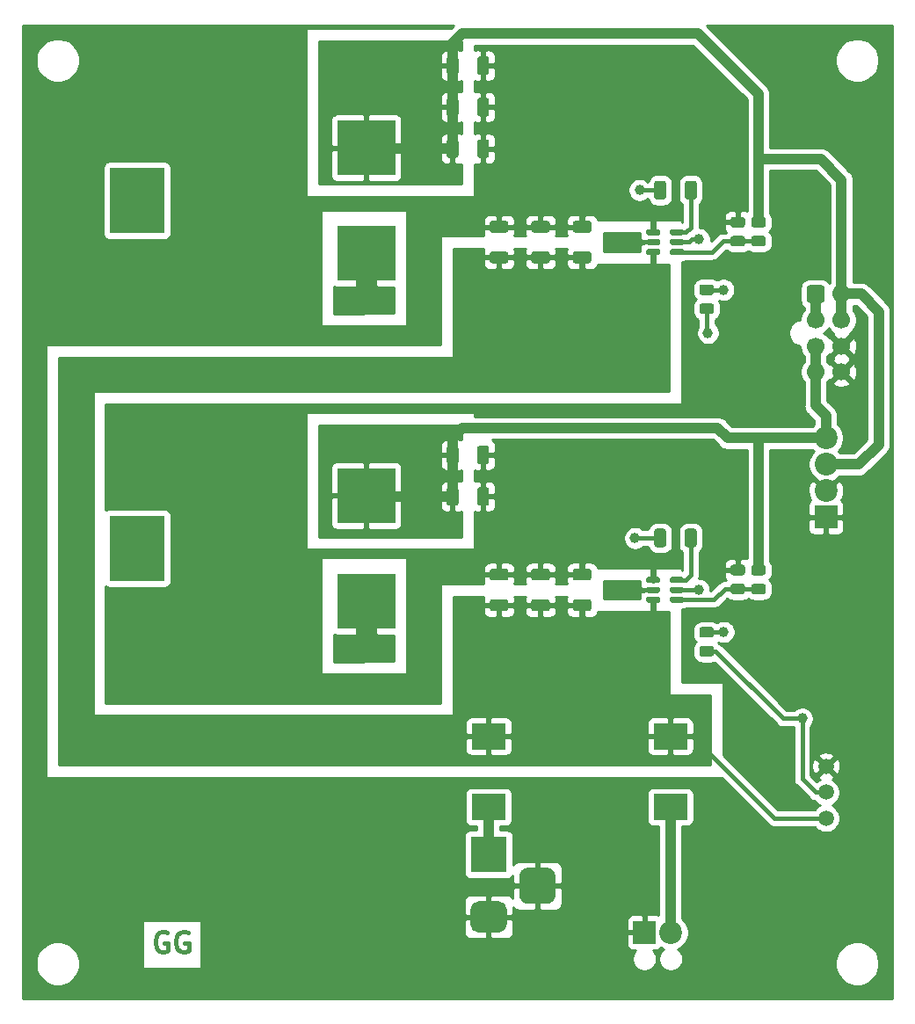
<source format=gbr>
%TF.GenerationSoftware,KiCad,Pcbnew,(5.1.8)-1*%
%TF.CreationDate,2021-03-29T18:58:24+02:00*%
%TF.ProjectId,GCM_powerSupply,47434d5f-706f-4776-9572-537570706c79,V1.0*%
%TF.SameCoordinates,PX43b5fc0PY29020c0*%
%TF.FileFunction,Copper,L1,Top*%
%TF.FilePolarity,Positive*%
%FSLAX46Y46*%
G04 Gerber Fmt 4.6, Leading zero omitted, Abs format (unit mm)*
G04 Created by KiCad (PCBNEW (5.1.8)-1) date 2021-03-29 18:58:24*
%MOMM*%
%LPD*%
G01*
G04 APERTURE LIST*
%TA.AperFunction,NonConductor*%
%ADD10C,0.400000*%
%TD*%
%TA.AperFunction,SMDPad,CuDef*%
%ADD11R,3.300000X2.500000*%
%TD*%
%TA.AperFunction,ComponentPad*%
%ADD12R,2.200000X2.200000*%
%TD*%
%TA.AperFunction,ComponentPad*%
%ADD13C,2.200000*%
%TD*%
%TA.AperFunction,ComponentPad*%
%ADD14R,3.500000X3.500000*%
%TD*%
%TA.AperFunction,ComponentPad*%
%ADD15C,1.700000*%
%TD*%
%TA.AperFunction,SMDPad,CuDef*%
%ADD16R,5.280000X6.350000*%
%TD*%
%TA.AperFunction,SMDPad,CuDef*%
%ADD17R,5.590000X5.330000*%
%TD*%
%TA.AperFunction,ComponentPad*%
%ADD18C,1.500000*%
%TD*%
%TA.AperFunction,ViaPad*%
%ADD19C,1.000000*%
%TD*%
%TA.AperFunction,Conductor*%
%ADD20C,0.600000*%
%TD*%
%TA.AperFunction,Conductor*%
%ADD21C,0.400000*%
%TD*%
%TA.AperFunction,Conductor*%
%ADD22C,1.000000*%
%TD*%
%TA.AperFunction,Conductor*%
%ADD23C,0.254000*%
%TD*%
%TA.AperFunction,Conductor*%
%ADD24C,0.100000*%
%TD*%
G04 APERTURE END LIST*
D10*
X14523809Y-88000000D02*
X14333333Y-87904761D01*
X14047619Y-87904761D01*
X13761904Y-88000000D01*
X13571428Y-88190476D01*
X13476190Y-88380952D01*
X13380952Y-88761904D01*
X13380952Y-89047619D01*
X13476190Y-89428571D01*
X13571428Y-89619047D01*
X13761904Y-89809523D01*
X14047619Y-89904761D01*
X14238095Y-89904761D01*
X14523809Y-89809523D01*
X14619047Y-89714285D01*
X14619047Y-89047619D01*
X14238095Y-89047619D01*
X16523809Y-88000000D02*
X16333333Y-87904761D01*
X16047619Y-87904761D01*
X15761904Y-88000000D01*
X15571428Y-88190476D01*
X15476190Y-88380952D01*
X15380952Y-88761904D01*
X15380952Y-89047619D01*
X15476190Y-89428571D01*
X15571428Y-89619047D01*
X15761904Y-89809523D01*
X16047619Y-89904761D01*
X16238095Y-89904761D01*
X16523809Y-89809523D01*
X16619047Y-89714285D01*
X16619047Y-89047619D01*
X16238095Y-89047619D01*
%TO.P,C1,2*%
%TO.N,GND*%
%TA.AperFunction,SMDPad,CuDef*%
G36*
G01*
X47150001Y-54100000D02*
X45849999Y-54100000D01*
G75*
G02*
X45600000Y-53850001I0J249999D01*
G01*
X45600000Y-53199999D01*
G75*
G02*
X45849999Y-52950000I249999J0D01*
G01*
X47150001Y-52950000D01*
G75*
G02*
X47400000Y-53199999I0J-249999D01*
G01*
X47400000Y-53850001D01*
G75*
G02*
X47150001Y-54100000I-249999J0D01*
G01*
G37*
%TD.AperFunction*%
%TO.P,C1,1*%
%TO.N,VCC*%
%TA.AperFunction,SMDPad,CuDef*%
G36*
G01*
X47150001Y-57050000D02*
X45849999Y-57050000D01*
G75*
G02*
X45600000Y-56800001I0J249999D01*
G01*
X45600000Y-56149999D01*
G75*
G02*
X45849999Y-55900000I249999J0D01*
G01*
X47150001Y-55900000D01*
G75*
G02*
X47400000Y-56149999I0J-249999D01*
G01*
X47400000Y-56800001D01*
G75*
G02*
X47150001Y-57050000I-249999J0D01*
G01*
G37*
%TD.AperFunction*%
%TD*%
%TO.P,C2,1*%
%TO.N,VCC*%
%TA.AperFunction,SMDPad,CuDef*%
G36*
G01*
X47150001Y-23550000D02*
X45849999Y-23550000D01*
G75*
G02*
X45600000Y-23300001I0J249999D01*
G01*
X45600000Y-22649999D01*
G75*
G02*
X45849999Y-22400000I249999J0D01*
G01*
X47150001Y-22400000D01*
G75*
G02*
X47400000Y-22649999I0J-249999D01*
G01*
X47400000Y-23300001D01*
G75*
G02*
X47150001Y-23550000I-249999J0D01*
G01*
G37*
%TD.AperFunction*%
%TO.P,C2,2*%
%TO.N,GND*%
%TA.AperFunction,SMDPad,CuDef*%
G36*
G01*
X47150001Y-20600000D02*
X45849999Y-20600000D01*
G75*
G02*
X45600000Y-20350001I0J249999D01*
G01*
X45600000Y-19699999D01*
G75*
G02*
X45849999Y-19450000I249999J0D01*
G01*
X47150001Y-19450000D01*
G75*
G02*
X47400000Y-19699999I0J-249999D01*
G01*
X47400000Y-20350001D01*
G75*
G02*
X47150001Y-20600000I-249999J0D01*
G01*
G37*
%TD.AperFunction*%
%TD*%
%TO.P,C3,1*%
%TO.N,VCC*%
%TA.AperFunction,SMDPad,CuDef*%
G36*
G01*
X55150001Y-57050000D02*
X53849999Y-57050000D01*
G75*
G02*
X53600000Y-56800001I0J249999D01*
G01*
X53600000Y-56149999D01*
G75*
G02*
X53849999Y-55900000I249999J0D01*
G01*
X55150001Y-55900000D01*
G75*
G02*
X55400000Y-56149999I0J-249999D01*
G01*
X55400000Y-56800001D01*
G75*
G02*
X55150001Y-57050000I-249999J0D01*
G01*
G37*
%TD.AperFunction*%
%TO.P,C3,2*%
%TO.N,GND*%
%TA.AperFunction,SMDPad,CuDef*%
G36*
G01*
X55150001Y-54100000D02*
X53849999Y-54100000D01*
G75*
G02*
X53600000Y-53850001I0J249999D01*
G01*
X53600000Y-53199999D01*
G75*
G02*
X53849999Y-52950000I249999J0D01*
G01*
X55150001Y-52950000D01*
G75*
G02*
X55400000Y-53199999I0J-249999D01*
G01*
X55400000Y-53850001D01*
G75*
G02*
X55150001Y-54100000I-249999J0D01*
G01*
G37*
%TD.AperFunction*%
%TD*%
%TO.P,C4,2*%
%TO.N,GND*%
%TA.AperFunction,SMDPad,CuDef*%
G36*
G01*
X55150001Y-20600000D02*
X53849999Y-20600000D01*
G75*
G02*
X53600000Y-20350001I0J249999D01*
G01*
X53600000Y-19699999D01*
G75*
G02*
X53849999Y-19450000I249999J0D01*
G01*
X55150001Y-19450000D01*
G75*
G02*
X55400000Y-19699999I0J-249999D01*
G01*
X55400000Y-20350001D01*
G75*
G02*
X55150001Y-20600000I-249999J0D01*
G01*
G37*
%TD.AperFunction*%
%TO.P,C4,1*%
%TO.N,VCC*%
%TA.AperFunction,SMDPad,CuDef*%
G36*
G01*
X55150001Y-23550000D02*
X53849999Y-23550000D01*
G75*
G02*
X53600000Y-23300001I0J249999D01*
G01*
X53600000Y-22649999D01*
G75*
G02*
X53849999Y-22400000I249999J0D01*
G01*
X55150001Y-22400000D01*
G75*
G02*
X55400000Y-22649999I0J-249999D01*
G01*
X55400000Y-23300001D01*
G75*
G02*
X55150001Y-23550000I-249999J0D01*
G01*
G37*
%TD.AperFunction*%
%TD*%
%TO.P,C5,2*%
%TO.N,GND*%
%TA.AperFunction,SMDPad,CuDef*%
G36*
G01*
X51150001Y-54100000D02*
X49849999Y-54100000D01*
G75*
G02*
X49600000Y-53850001I0J249999D01*
G01*
X49600000Y-53199999D01*
G75*
G02*
X49849999Y-52950000I249999J0D01*
G01*
X51150001Y-52950000D01*
G75*
G02*
X51400000Y-53199999I0J-249999D01*
G01*
X51400000Y-53850001D01*
G75*
G02*
X51150001Y-54100000I-249999J0D01*
G01*
G37*
%TD.AperFunction*%
%TO.P,C5,1*%
%TO.N,VCC*%
%TA.AperFunction,SMDPad,CuDef*%
G36*
G01*
X51150001Y-57050000D02*
X49849999Y-57050000D01*
G75*
G02*
X49600000Y-56800001I0J249999D01*
G01*
X49600000Y-56149999D01*
G75*
G02*
X49849999Y-55900000I249999J0D01*
G01*
X51150001Y-55900000D01*
G75*
G02*
X51400000Y-56149999I0J-249999D01*
G01*
X51400000Y-56800001D01*
G75*
G02*
X51150001Y-57050000I-249999J0D01*
G01*
G37*
%TD.AperFunction*%
%TD*%
%TO.P,C6,1*%
%TO.N,VCC*%
%TA.AperFunction,SMDPad,CuDef*%
G36*
G01*
X51150001Y-23550000D02*
X49849999Y-23550000D01*
G75*
G02*
X49600000Y-23300001I0J249999D01*
G01*
X49600000Y-22649999D01*
G75*
G02*
X49849999Y-22400000I249999J0D01*
G01*
X51150001Y-22400000D01*
G75*
G02*
X51400000Y-22649999I0J-249999D01*
G01*
X51400000Y-23300001D01*
G75*
G02*
X51150001Y-23550000I-249999J0D01*
G01*
G37*
%TD.AperFunction*%
%TO.P,C6,2*%
%TO.N,GND*%
%TA.AperFunction,SMDPad,CuDef*%
G36*
G01*
X51150001Y-20600000D02*
X49849999Y-20600000D01*
G75*
G02*
X49600000Y-20350001I0J249999D01*
G01*
X49600000Y-19699999D01*
G75*
G02*
X49849999Y-19450000I249999J0D01*
G01*
X51150001Y-19450000D01*
G75*
G02*
X51400000Y-19699999I0J-249999D01*
G01*
X51400000Y-20350001D01*
G75*
G02*
X51150001Y-20600000I-249999J0D01*
G01*
G37*
%TD.AperFunction*%
%TD*%
%TO.P,C7,1*%
%TO.N,Net-(C7-Pad1)*%
%TA.AperFunction,SMDPad,CuDef*%
G36*
G01*
X61450000Y-50650001D02*
X61450000Y-49349999D01*
G75*
G02*
X61699999Y-49100000I249999J0D01*
G01*
X62350001Y-49100000D01*
G75*
G02*
X62600000Y-49349999I0J-249999D01*
G01*
X62600000Y-50650001D01*
G75*
G02*
X62350001Y-50900000I-249999J0D01*
G01*
X61699999Y-50900000D01*
G75*
G02*
X61450000Y-50650001I0J249999D01*
G01*
G37*
%TD.AperFunction*%
%TO.P,C7,2*%
%TO.N,Net-(C7-Pad2)*%
%TA.AperFunction,SMDPad,CuDef*%
G36*
G01*
X64400000Y-50650001D02*
X64400000Y-49349999D01*
G75*
G02*
X64649999Y-49100000I249999J0D01*
G01*
X65300001Y-49100000D01*
G75*
G02*
X65550000Y-49349999I0J-249999D01*
G01*
X65550000Y-50650001D01*
G75*
G02*
X65300001Y-50900000I-249999J0D01*
G01*
X64649999Y-50900000D01*
G75*
G02*
X64400000Y-50650001I0J249999D01*
G01*
G37*
%TD.AperFunction*%
%TD*%
%TO.P,C8,2*%
%TO.N,Net-(C8-Pad2)*%
%TA.AperFunction,SMDPad,CuDef*%
G36*
G01*
X64400000Y-17150001D02*
X64400000Y-15849999D01*
G75*
G02*
X64649999Y-15600000I249999J0D01*
G01*
X65300001Y-15600000D01*
G75*
G02*
X65550000Y-15849999I0J-249999D01*
G01*
X65550000Y-17150001D01*
G75*
G02*
X65300001Y-17400000I-249999J0D01*
G01*
X64649999Y-17400000D01*
G75*
G02*
X64400000Y-17150001I0J249999D01*
G01*
G37*
%TD.AperFunction*%
%TO.P,C8,1*%
%TO.N,Net-(C8-Pad1)*%
%TA.AperFunction,SMDPad,CuDef*%
G36*
G01*
X61450000Y-17150001D02*
X61450000Y-15849999D01*
G75*
G02*
X61699999Y-15600000I249999J0D01*
G01*
X62350001Y-15600000D01*
G75*
G02*
X62600000Y-15849999I0J-249999D01*
G01*
X62600000Y-17150001D01*
G75*
G02*
X62350001Y-17400000I-249999J0D01*
G01*
X61699999Y-17400000D01*
G75*
G02*
X61450000Y-17150001I0J249999D01*
G01*
G37*
%TD.AperFunction*%
%TD*%
%TO.P,C9,1*%
%TO.N,+5V*%
%TA.AperFunction,SMDPad,CuDef*%
G36*
G01*
X41450000Y-42650001D02*
X41450000Y-41349999D01*
G75*
G02*
X41699999Y-41100000I249999J0D01*
G01*
X42350001Y-41100000D01*
G75*
G02*
X42600000Y-41349999I0J-249999D01*
G01*
X42600000Y-42650001D01*
G75*
G02*
X42350001Y-42900000I-249999J0D01*
G01*
X41699999Y-42900000D01*
G75*
G02*
X41450000Y-42650001I0J249999D01*
G01*
G37*
%TD.AperFunction*%
%TO.P,C9,2*%
%TO.N,GND*%
%TA.AperFunction,SMDPad,CuDef*%
G36*
G01*
X44400000Y-42650001D02*
X44400000Y-41349999D01*
G75*
G02*
X44649999Y-41100000I249999J0D01*
G01*
X45300001Y-41100000D01*
G75*
G02*
X45550000Y-41349999I0J-249999D01*
G01*
X45550000Y-42650001D01*
G75*
G02*
X45300001Y-42900000I-249999J0D01*
G01*
X44649999Y-42900000D01*
G75*
G02*
X44400000Y-42650001I0J249999D01*
G01*
G37*
%TD.AperFunction*%
%TD*%
%TO.P,C10,2*%
%TO.N,GND*%
%TA.AperFunction,SMDPad,CuDef*%
G36*
G01*
X44400000Y-5150001D02*
X44400000Y-3849999D01*
G75*
G02*
X44649999Y-3600000I249999J0D01*
G01*
X45300001Y-3600000D01*
G75*
G02*
X45550000Y-3849999I0J-249999D01*
G01*
X45550000Y-5150001D01*
G75*
G02*
X45300001Y-5400000I-249999J0D01*
G01*
X44649999Y-5400000D01*
G75*
G02*
X44400000Y-5150001I0J249999D01*
G01*
G37*
%TD.AperFunction*%
%TO.P,C10,1*%
%TO.N,+3V3*%
%TA.AperFunction,SMDPad,CuDef*%
G36*
G01*
X41450000Y-5150001D02*
X41450000Y-3849999D01*
G75*
G02*
X41699999Y-3600000I249999J0D01*
G01*
X42350001Y-3600000D01*
G75*
G02*
X42600000Y-3849999I0J-249999D01*
G01*
X42600000Y-5150001D01*
G75*
G02*
X42350001Y-5400000I-249999J0D01*
G01*
X41699999Y-5400000D01*
G75*
G02*
X41450000Y-5150001I0J249999D01*
G01*
G37*
%TD.AperFunction*%
%TD*%
%TO.P,C11,1*%
%TO.N,+5V*%
%TA.AperFunction,SMDPad,CuDef*%
G36*
G01*
X41450000Y-46650001D02*
X41450000Y-45349999D01*
G75*
G02*
X41699999Y-45100000I249999J0D01*
G01*
X42350001Y-45100000D01*
G75*
G02*
X42600000Y-45349999I0J-249999D01*
G01*
X42600000Y-46650001D01*
G75*
G02*
X42350001Y-46900000I-249999J0D01*
G01*
X41699999Y-46900000D01*
G75*
G02*
X41450000Y-46650001I0J249999D01*
G01*
G37*
%TD.AperFunction*%
%TO.P,C11,2*%
%TO.N,GND*%
%TA.AperFunction,SMDPad,CuDef*%
G36*
G01*
X44400000Y-46650001D02*
X44400000Y-45349999D01*
G75*
G02*
X44649999Y-45100000I249999J0D01*
G01*
X45300001Y-45100000D01*
G75*
G02*
X45550000Y-45349999I0J-249999D01*
G01*
X45550000Y-46650001D01*
G75*
G02*
X45300001Y-46900000I-249999J0D01*
G01*
X44649999Y-46900000D01*
G75*
G02*
X44400000Y-46650001I0J249999D01*
G01*
G37*
%TD.AperFunction*%
%TD*%
%TO.P,C12,1*%
%TO.N,+3V3*%
%TA.AperFunction,SMDPad,CuDef*%
G36*
G01*
X41450000Y-9150001D02*
X41450000Y-7849999D01*
G75*
G02*
X41699999Y-7600000I249999J0D01*
G01*
X42350001Y-7600000D01*
G75*
G02*
X42600000Y-7849999I0J-249999D01*
G01*
X42600000Y-9150001D01*
G75*
G02*
X42350001Y-9400000I-249999J0D01*
G01*
X41699999Y-9400000D01*
G75*
G02*
X41450000Y-9150001I0J249999D01*
G01*
G37*
%TD.AperFunction*%
%TO.P,C12,2*%
%TO.N,GND*%
%TA.AperFunction,SMDPad,CuDef*%
G36*
G01*
X44400000Y-9150001D02*
X44400000Y-7849999D01*
G75*
G02*
X44649999Y-7600000I249999J0D01*
G01*
X45300001Y-7600000D01*
G75*
G02*
X45550000Y-7849999I0J-249999D01*
G01*
X45550000Y-9150001D01*
G75*
G02*
X45300001Y-9400000I-249999J0D01*
G01*
X44649999Y-9400000D01*
G75*
G02*
X44400000Y-9150001I0J249999D01*
G01*
G37*
%TD.AperFunction*%
%TD*%
%TO.P,C13,2*%
%TO.N,GND*%
%TA.AperFunction,SMDPad,CuDef*%
G36*
G01*
X44400000Y-13150001D02*
X44400000Y-11849999D01*
G75*
G02*
X44649999Y-11600000I249999J0D01*
G01*
X45300001Y-11600000D01*
G75*
G02*
X45550000Y-11849999I0J-249999D01*
G01*
X45550000Y-13150001D01*
G75*
G02*
X45300001Y-13400000I-249999J0D01*
G01*
X44649999Y-13400000D01*
G75*
G02*
X44400000Y-13150001I0J249999D01*
G01*
G37*
%TD.AperFunction*%
%TO.P,C13,1*%
%TO.N,+3V3*%
%TA.AperFunction,SMDPad,CuDef*%
G36*
G01*
X41450000Y-13150001D02*
X41450000Y-11849999D01*
G75*
G02*
X41699999Y-11600000I249999J0D01*
G01*
X42350001Y-11600000D01*
G75*
G02*
X42600000Y-11849999I0J-249999D01*
G01*
X42600000Y-13150001D01*
G75*
G02*
X42350001Y-13400000I-249999J0D01*
G01*
X41699999Y-13400000D01*
G75*
G02*
X41450000Y-13150001I0J249999D01*
G01*
G37*
%TD.AperFunction*%
%TD*%
D11*
%TO.P,D1,2*%
%TO.N,Net-(D1-Pad2)*%
X45500000Y-75900000D03*
%TO.P,D1,1*%
%TO.N,VCC*%
X45500000Y-69100000D03*
%TD*%
%TO.P,D2,1*%
%TO.N,VCC*%
X63000000Y-69100000D03*
%TO.P,D2,2*%
%TO.N,Net-(D2-Pad2)*%
X63000000Y-75900000D03*
%TD*%
D12*
%TO.P,J1,1*%
%TO.N,GND*%
X60500000Y-88000000D03*
D13*
%TO.P,J1,2*%
%TO.N,Net-(D2-Pad2)*%
X63040000Y-88000000D03*
%TD*%
D14*
%TO.P,J2,1*%
%TO.N,Net-(D1-Pad2)*%
X45500000Y-80500000D03*
%TO.P,J2,2*%
%TO.N,GND*%
%TA.AperFunction,ComponentPad*%
G36*
G01*
X46500000Y-88000000D02*
X44500000Y-88000000D01*
G75*
G02*
X43750000Y-87250000I0J750000D01*
G01*
X43750000Y-85750000D01*
G75*
G02*
X44500000Y-85000000I750000J0D01*
G01*
X46500000Y-85000000D01*
G75*
G02*
X47250000Y-85750000I0J-750000D01*
G01*
X47250000Y-87250000D01*
G75*
G02*
X46500000Y-88000000I-750000J0D01*
G01*
G37*
%TD.AperFunction*%
%TO.P,J2,3*%
%TA.AperFunction,ComponentPad*%
G36*
G01*
X51075000Y-85250000D02*
X49325000Y-85250000D01*
G75*
G02*
X48450000Y-84375000I0J875000D01*
G01*
X48450000Y-82625000D01*
G75*
G02*
X49325000Y-81750000I875000J0D01*
G01*
X51075000Y-81750000D01*
G75*
G02*
X51950000Y-82625000I0J-875000D01*
G01*
X51950000Y-84375000D01*
G75*
G02*
X51075000Y-85250000I-875000J0D01*
G01*
G37*
%TD.AperFunction*%
%TD*%
%TO.P,J3,1*%
%TO.N,+12V*%
%TA.AperFunction,ComponentPad*%
G36*
G01*
X76150000Y-27100000D02*
X76150000Y-25900000D01*
G75*
G02*
X76400000Y-25650000I250000J0D01*
G01*
X77600000Y-25650000D01*
G75*
G02*
X77850000Y-25900000I0J-250000D01*
G01*
X77850000Y-27100000D01*
G75*
G02*
X77600000Y-27350000I-250000J0D01*
G01*
X76400000Y-27350000D01*
G75*
G02*
X76150000Y-27100000I0J250000D01*
G01*
G37*
%TD.AperFunction*%
D15*
%TO.P,J3,2*%
X77000000Y-29000000D03*
%TO.P,J3,3*%
%TO.N,+5V*%
X77000000Y-31500000D03*
%TO.P,J3,4*%
X77000000Y-34000000D03*
%TO.P,J3,5*%
%TO.N,+3V3*%
X79500000Y-26500000D03*
%TO.P,J3,6*%
X79500000Y-29000000D03*
%TO.P,J3,7*%
%TO.N,GND*%
X79500000Y-31500000D03*
%TO.P,J3,8*%
X79500000Y-34000000D03*
%TD*%
D12*
%TO.P,J4,1*%
%TO.N,GND*%
X78000000Y-48000000D03*
D13*
%TO.P,J4,2*%
X78000000Y-45460000D03*
%TO.P,J4,3*%
%TO.N,+3V3*%
X78000000Y-42920000D03*
%TO.P,J4,4*%
%TO.N,+5V*%
X78000000Y-40380000D03*
%TD*%
D16*
%TO.P,L1,3*%
%TO.N,N/C*%
X11640000Y-51000000D03*
D17*
%TO.P,L1,2*%
%TO.N,+5V*%
X33715000Y-45925000D03*
%TO.P,L1,1*%
%TO.N,Net-(C7-Pad1)*%
X33715000Y-56075000D03*
%TD*%
%TO.P,L2,1*%
%TO.N,Net-(C8-Pad1)*%
X33715000Y-22575000D03*
%TO.P,L2,2*%
%TO.N,+3V3*%
X33715000Y-12425000D03*
D16*
%TO.P,L2,3*%
%TO.N,N/C*%
X11640000Y-17500000D03*
%TD*%
%TO.P,R1,2*%
%TO.N,Net-(R1-Pad2)*%
%TA.AperFunction,SMDPad,CuDef*%
G36*
G01*
X66950002Y-59600000D02*
X66049998Y-59600000D01*
G75*
G02*
X65800000Y-59350002I0J249998D01*
G01*
X65800000Y-58824998D01*
G75*
G02*
X66049998Y-58575000I249998J0D01*
G01*
X66950002Y-58575000D01*
G75*
G02*
X67200000Y-58824998I0J-249998D01*
G01*
X67200000Y-59350002D01*
G75*
G02*
X66950002Y-59600000I-249998J0D01*
G01*
G37*
%TD.AperFunction*%
%TO.P,R1,1*%
%TO.N,/EN*%
%TA.AperFunction,SMDPad,CuDef*%
G36*
G01*
X66950002Y-61425000D02*
X66049998Y-61425000D01*
G75*
G02*
X65800000Y-61175002I0J249998D01*
G01*
X65800000Y-60649998D01*
G75*
G02*
X66049998Y-60400000I249998J0D01*
G01*
X66950002Y-60400000D01*
G75*
G02*
X67200000Y-60649998I0J-249998D01*
G01*
X67200000Y-61175002D01*
G75*
G02*
X66950002Y-61425000I-249998J0D01*
G01*
G37*
%TD.AperFunction*%
%TD*%
%TO.P,R2,1*%
%TO.N,/EN*%
%TA.AperFunction,SMDPad,CuDef*%
G36*
G01*
X66950002Y-28425000D02*
X66049998Y-28425000D01*
G75*
G02*
X65800000Y-28175002I0J249998D01*
G01*
X65800000Y-27649998D01*
G75*
G02*
X66049998Y-27400000I249998J0D01*
G01*
X66950002Y-27400000D01*
G75*
G02*
X67200000Y-27649998I0J-249998D01*
G01*
X67200000Y-28175002D01*
G75*
G02*
X66950002Y-28425000I-249998J0D01*
G01*
G37*
%TD.AperFunction*%
%TO.P,R2,2*%
%TO.N,Net-(R2-Pad2)*%
%TA.AperFunction,SMDPad,CuDef*%
G36*
G01*
X66950002Y-26600000D02*
X66049998Y-26600000D01*
G75*
G02*
X65800000Y-26350002I0J249998D01*
G01*
X65800000Y-25824998D01*
G75*
G02*
X66049998Y-25575000I249998J0D01*
G01*
X66950002Y-25575000D01*
G75*
G02*
X67200000Y-25824998I0J-249998D01*
G01*
X67200000Y-26350002D01*
G75*
G02*
X66950002Y-26600000I-249998J0D01*
G01*
G37*
%TD.AperFunction*%
%TD*%
%TO.P,R3,2*%
%TO.N,Net-(R3-Pad2)*%
%TA.AperFunction,SMDPad,CuDef*%
G36*
G01*
X71049998Y-54400000D02*
X71950002Y-54400000D01*
G75*
G02*
X72200000Y-54649998I0J-249998D01*
G01*
X72200000Y-55175002D01*
G75*
G02*
X71950002Y-55425000I-249998J0D01*
G01*
X71049998Y-55425000D01*
G75*
G02*
X70800000Y-55175002I0J249998D01*
G01*
X70800000Y-54649998D01*
G75*
G02*
X71049998Y-54400000I249998J0D01*
G01*
G37*
%TD.AperFunction*%
%TO.P,R3,1*%
%TO.N,+5V*%
%TA.AperFunction,SMDPad,CuDef*%
G36*
G01*
X71049998Y-52575000D02*
X71950002Y-52575000D01*
G75*
G02*
X72200000Y-52824998I0J-249998D01*
G01*
X72200000Y-53350002D01*
G75*
G02*
X71950002Y-53600000I-249998J0D01*
G01*
X71049998Y-53600000D01*
G75*
G02*
X70800000Y-53350002I0J249998D01*
G01*
X70800000Y-52824998D01*
G75*
G02*
X71049998Y-52575000I249998J0D01*
G01*
G37*
%TD.AperFunction*%
%TD*%
%TO.P,R4,1*%
%TO.N,Net-(R3-Pad2)*%
%TA.AperFunction,SMDPad,CuDef*%
G36*
G01*
X69950002Y-55425000D02*
X69049998Y-55425000D01*
G75*
G02*
X68800000Y-55175002I0J249998D01*
G01*
X68800000Y-54649998D01*
G75*
G02*
X69049998Y-54400000I249998J0D01*
G01*
X69950002Y-54400000D01*
G75*
G02*
X70200000Y-54649998I0J-249998D01*
G01*
X70200000Y-55175002D01*
G75*
G02*
X69950002Y-55425000I-249998J0D01*
G01*
G37*
%TD.AperFunction*%
%TO.P,R4,2*%
%TO.N,GND*%
%TA.AperFunction,SMDPad,CuDef*%
G36*
G01*
X69950002Y-53600000D02*
X69049998Y-53600000D01*
G75*
G02*
X68800000Y-53350002I0J249998D01*
G01*
X68800000Y-52824998D01*
G75*
G02*
X69049998Y-52575000I249998J0D01*
G01*
X69950002Y-52575000D01*
G75*
G02*
X70200000Y-52824998I0J-249998D01*
G01*
X70200000Y-53350002D01*
G75*
G02*
X69950002Y-53600000I-249998J0D01*
G01*
G37*
%TD.AperFunction*%
%TD*%
%TO.P,R5,2*%
%TO.N,Net-(R5-Pad2)*%
%TA.AperFunction,SMDPad,CuDef*%
G36*
G01*
X71049998Y-20900000D02*
X71950002Y-20900000D01*
G75*
G02*
X72200000Y-21149998I0J-249998D01*
G01*
X72200000Y-21675002D01*
G75*
G02*
X71950002Y-21925000I-249998J0D01*
G01*
X71049998Y-21925000D01*
G75*
G02*
X70800000Y-21675002I0J249998D01*
G01*
X70800000Y-21149998D01*
G75*
G02*
X71049998Y-20900000I249998J0D01*
G01*
G37*
%TD.AperFunction*%
%TO.P,R5,1*%
%TO.N,+3V3*%
%TA.AperFunction,SMDPad,CuDef*%
G36*
G01*
X71049998Y-19075000D02*
X71950002Y-19075000D01*
G75*
G02*
X72200000Y-19324998I0J-249998D01*
G01*
X72200000Y-19850002D01*
G75*
G02*
X71950002Y-20100000I-249998J0D01*
G01*
X71049998Y-20100000D01*
G75*
G02*
X70800000Y-19850002I0J249998D01*
G01*
X70800000Y-19324998D01*
G75*
G02*
X71049998Y-19075000I249998J0D01*
G01*
G37*
%TD.AperFunction*%
%TD*%
%TO.P,R6,1*%
%TO.N,Net-(R5-Pad2)*%
%TA.AperFunction,SMDPad,CuDef*%
G36*
G01*
X69950002Y-21925000D02*
X69049998Y-21925000D01*
G75*
G02*
X68800000Y-21675002I0J249998D01*
G01*
X68800000Y-21149998D01*
G75*
G02*
X69049998Y-20900000I249998J0D01*
G01*
X69950002Y-20900000D01*
G75*
G02*
X70200000Y-21149998I0J-249998D01*
G01*
X70200000Y-21675002D01*
G75*
G02*
X69950002Y-21925000I-249998J0D01*
G01*
G37*
%TD.AperFunction*%
%TO.P,R6,2*%
%TO.N,GND*%
%TA.AperFunction,SMDPad,CuDef*%
G36*
G01*
X69950002Y-20100000D02*
X69049998Y-20100000D01*
G75*
G02*
X68800000Y-19850002I0J249998D01*
G01*
X68800000Y-19324998D01*
G75*
G02*
X69049998Y-19075000I249998J0D01*
G01*
X69950002Y-19075000D01*
G75*
G02*
X70200000Y-19324998I0J-249998D01*
G01*
X70200000Y-19850002D01*
G75*
G02*
X69950002Y-20100000I-249998J0D01*
G01*
G37*
%TD.AperFunction*%
%TD*%
%TO.P,U1,1*%
%TO.N,GND*%
%TA.AperFunction,SMDPad,CuDef*%
G36*
G01*
X60700000Y-54200000D02*
X60700000Y-53900000D01*
G75*
G02*
X60850000Y-53750000I150000J0D01*
G01*
X61875000Y-53750000D01*
G75*
G02*
X62025000Y-53900000I0J-150000D01*
G01*
X62025000Y-54200000D01*
G75*
G02*
X61875000Y-54350000I-150000J0D01*
G01*
X60850000Y-54350000D01*
G75*
G02*
X60700000Y-54200000I0J150000D01*
G01*
G37*
%TD.AperFunction*%
%TO.P,U1,2*%
%TO.N,Net-(C7-Pad1)*%
%TA.AperFunction,SMDPad,CuDef*%
G36*
G01*
X60700000Y-55150000D02*
X60700000Y-54850000D01*
G75*
G02*
X60850000Y-54700000I150000J0D01*
G01*
X61875000Y-54700000D01*
G75*
G02*
X62025000Y-54850000I0J-150000D01*
G01*
X62025000Y-55150000D01*
G75*
G02*
X61875000Y-55300000I-150000J0D01*
G01*
X60850000Y-55300000D01*
G75*
G02*
X60700000Y-55150000I0J150000D01*
G01*
G37*
%TD.AperFunction*%
%TO.P,U1,3*%
%TO.N,VCC*%
%TA.AperFunction,SMDPad,CuDef*%
G36*
G01*
X60700000Y-56100000D02*
X60700000Y-55800000D01*
G75*
G02*
X60850000Y-55650000I150000J0D01*
G01*
X61875000Y-55650000D01*
G75*
G02*
X62025000Y-55800000I0J-150000D01*
G01*
X62025000Y-56100000D01*
G75*
G02*
X61875000Y-56250000I-150000J0D01*
G01*
X60850000Y-56250000D01*
G75*
G02*
X60700000Y-56100000I0J150000D01*
G01*
G37*
%TD.AperFunction*%
%TO.P,U1,4*%
%TO.N,Net-(R3-Pad2)*%
%TA.AperFunction,SMDPad,CuDef*%
G36*
G01*
X62975000Y-56100000D02*
X62975000Y-55800000D01*
G75*
G02*
X63125000Y-55650000I150000J0D01*
G01*
X64150000Y-55650000D01*
G75*
G02*
X64300000Y-55800000I0J-150000D01*
G01*
X64300000Y-56100000D01*
G75*
G02*
X64150000Y-56250000I-150000J0D01*
G01*
X63125000Y-56250000D01*
G75*
G02*
X62975000Y-56100000I0J150000D01*
G01*
G37*
%TD.AperFunction*%
%TO.P,U1,5*%
%TO.N,Net-(R1-Pad2)*%
%TA.AperFunction,SMDPad,CuDef*%
G36*
G01*
X62975000Y-55150000D02*
X62975000Y-54850000D01*
G75*
G02*
X63125000Y-54700000I150000J0D01*
G01*
X64150000Y-54700000D01*
G75*
G02*
X64300000Y-54850000I0J-150000D01*
G01*
X64300000Y-55150000D01*
G75*
G02*
X64150000Y-55300000I-150000J0D01*
G01*
X63125000Y-55300000D01*
G75*
G02*
X62975000Y-55150000I0J150000D01*
G01*
G37*
%TD.AperFunction*%
%TO.P,U1,6*%
%TO.N,Net-(C7-Pad2)*%
%TA.AperFunction,SMDPad,CuDef*%
G36*
G01*
X62975000Y-54200000D02*
X62975000Y-53900000D01*
G75*
G02*
X63125000Y-53750000I150000J0D01*
G01*
X64150000Y-53750000D01*
G75*
G02*
X64300000Y-53900000I0J-150000D01*
G01*
X64300000Y-54200000D01*
G75*
G02*
X64150000Y-54350000I-150000J0D01*
G01*
X63125000Y-54350000D01*
G75*
G02*
X62975000Y-54200000I0J150000D01*
G01*
G37*
%TD.AperFunction*%
%TD*%
%TO.P,U2,6*%
%TO.N,Net-(C8-Pad2)*%
%TA.AperFunction,SMDPad,CuDef*%
G36*
G01*
X62975000Y-20700000D02*
X62975000Y-20400000D01*
G75*
G02*
X63125000Y-20250000I150000J0D01*
G01*
X64150000Y-20250000D01*
G75*
G02*
X64300000Y-20400000I0J-150000D01*
G01*
X64300000Y-20700000D01*
G75*
G02*
X64150000Y-20850000I-150000J0D01*
G01*
X63125000Y-20850000D01*
G75*
G02*
X62975000Y-20700000I0J150000D01*
G01*
G37*
%TD.AperFunction*%
%TO.P,U2,5*%
%TO.N,Net-(R2-Pad2)*%
%TA.AperFunction,SMDPad,CuDef*%
G36*
G01*
X62975000Y-21650000D02*
X62975000Y-21350000D01*
G75*
G02*
X63125000Y-21200000I150000J0D01*
G01*
X64150000Y-21200000D01*
G75*
G02*
X64300000Y-21350000I0J-150000D01*
G01*
X64300000Y-21650000D01*
G75*
G02*
X64150000Y-21800000I-150000J0D01*
G01*
X63125000Y-21800000D01*
G75*
G02*
X62975000Y-21650000I0J150000D01*
G01*
G37*
%TD.AperFunction*%
%TO.P,U2,4*%
%TO.N,Net-(R5-Pad2)*%
%TA.AperFunction,SMDPad,CuDef*%
G36*
G01*
X62975000Y-22600000D02*
X62975000Y-22300000D01*
G75*
G02*
X63125000Y-22150000I150000J0D01*
G01*
X64150000Y-22150000D01*
G75*
G02*
X64300000Y-22300000I0J-150000D01*
G01*
X64300000Y-22600000D01*
G75*
G02*
X64150000Y-22750000I-150000J0D01*
G01*
X63125000Y-22750000D01*
G75*
G02*
X62975000Y-22600000I0J150000D01*
G01*
G37*
%TD.AperFunction*%
%TO.P,U2,3*%
%TO.N,VCC*%
%TA.AperFunction,SMDPad,CuDef*%
G36*
G01*
X60700000Y-22600000D02*
X60700000Y-22300000D01*
G75*
G02*
X60850000Y-22150000I150000J0D01*
G01*
X61875000Y-22150000D01*
G75*
G02*
X62025000Y-22300000I0J-150000D01*
G01*
X62025000Y-22600000D01*
G75*
G02*
X61875000Y-22750000I-150000J0D01*
G01*
X60850000Y-22750000D01*
G75*
G02*
X60700000Y-22600000I0J150000D01*
G01*
G37*
%TD.AperFunction*%
%TO.P,U2,2*%
%TO.N,Net-(C8-Pad1)*%
%TA.AperFunction,SMDPad,CuDef*%
G36*
G01*
X60700000Y-21650000D02*
X60700000Y-21350000D01*
G75*
G02*
X60850000Y-21200000I150000J0D01*
G01*
X61875000Y-21200000D01*
G75*
G02*
X62025000Y-21350000I0J-150000D01*
G01*
X62025000Y-21650000D01*
G75*
G02*
X61875000Y-21800000I-150000J0D01*
G01*
X60850000Y-21800000D01*
G75*
G02*
X60700000Y-21650000I0J150000D01*
G01*
G37*
%TD.AperFunction*%
%TO.P,U2,1*%
%TO.N,GND*%
%TA.AperFunction,SMDPad,CuDef*%
G36*
G01*
X60700000Y-20700000D02*
X60700000Y-20400000D01*
G75*
G02*
X60850000Y-20250000I150000J0D01*
G01*
X61875000Y-20250000D01*
G75*
G02*
X62025000Y-20400000I0J-150000D01*
G01*
X62025000Y-20700000D01*
G75*
G02*
X61875000Y-20850000I-150000J0D01*
G01*
X60850000Y-20850000D01*
G75*
G02*
X60700000Y-20700000I0J150000D01*
G01*
G37*
%TD.AperFunction*%
%TD*%
D18*
%TO.P,SW1,1*%
%TO.N,VCC*%
X78000000Y-77000000D03*
%TO.P,SW1,2*%
%TO.N,/EN*%
X78000000Y-74500000D03*
%TO.P,SW1,3*%
%TO.N,GND*%
X78000000Y-72000000D03*
%TD*%
D19*
%TO.N,GND*%
X53500000Y-50000000D03*
X52000000Y-50000000D03*
X50500000Y-50000000D03*
X49000000Y-50000000D03*
X47500000Y-50000000D03*
X46000000Y-50000000D03*
X47500000Y-42000000D03*
X47500000Y-46000000D03*
X53000000Y-16000000D03*
X51500000Y-16000000D03*
X50000000Y-16000000D03*
X48500000Y-16000000D03*
X47000000Y-16000000D03*
X48000000Y-12500000D03*
X48000000Y-8500000D03*
X48000000Y-4500000D03*
%TO.N,Net-(C7-Pad1)*%
X59600000Y-50010000D03*
X31500000Y-60500000D03*
X32500000Y-60500000D03*
X33500000Y-60500000D03*
X34500000Y-60500000D03*
X35500000Y-60500000D03*
X59500000Y-55000000D03*
X58500000Y-55000000D03*
X57500000Y-55000000D03*
%TO.N,Net-(C8-Pad1)*%
X59500000Y-21500000D03*
X58500000Y-21500000D03*
X57500000Y-21500000D03*
X31500000Y-27000000D03*
X32500000Y-27000000D03*
X33500000Y-27000000D03*
X34500000Y-27000000D03*
X35500000Y-27000000D03*
X60030000Y-16480000D03*
%TO.N,/EN*%
X75700000Y-67390000D03*
X66630000Y-30240000D03*
%TO.N,Net-(R1-Pad2)*%
X65750000Y-54990000D03*
X68150000Y-59050000D03*
%TO.N,Net-(R2-Pad2)*%
X68120000Y-26090000D03*
X65780000Y-21230000D03*
%TD*%
D20*
%TO.N,VCC*%
X61362500Y-22450000D02*
X61362500Y-24137500D01*
X61362500Y-24137500D02*
X61000000Y-24500000D01*
X61000000Y-24500000D02*
X55000000Y-24500000D01*
X54500000Y-24000000D02*
X54500000Y-22975000D01*
X55000000Y-24500000D02*
X54500000Y-24000000D01*
X61362500Y-55950000D02*
X61362500Y-57637500D01*
X61362500Y-57637500D02*
X60500000Y-58500000D01*
X60500000Y-58500000D02*
X55000000Y-58500000D01*
X54500000Y-58000000D02*
X54500000Y-56475000D01*
X55000000Y-58500000D02*
X54500000Y-58000000D01*
D21*
X65120000Y-69100000D02*
X63000000Y-69100000D01*
X73020000Y-77000000D02*
X65120000Y-69100000D01*
X78000000Y-77000000D02*
X73020000Y-77000000D01*
D20*
%TO.N,GND*%
X54500000Y-20025000D02*
X54500000Y-18500000D01*
X54500000Y-18500000D02*
X55000000Y-18000000D01*
X55000000Y-18000000D02*
X60000000Y-18000000D01*
X61362500Y-19362500D02*
X61362500Y-20550000D01*
X60000000Y-18000000D02*
X61362500Y-19362500D01*
X61362500Y-54050000D02*
X61362500Y-52862500D01*
X61362500Y-52862500D02*
X60500000Y-52000000D01*
X60500000Y-52000000D02*
X54500000Y-52000000D01*
X54500000Y-52000000D02*
X54500000Y-53525000D01*
D21*
%TO.N,Net-(C7-Pad2)*%
X64975000Y-50000000D02*
X64975000Y-53525000D01*
X64450000Y-54050000D02*
X63637500Y-54050000D01*
X64975000Y-53525000D02*
X64450000Y-54050000D01*
%TO.N,Net-(C7-Pad1)*%
X59610000Y-50000000D02*
X59600000Y-50010000D01*
X62025000Y-50000000D02*
X59610000Y-50000000D01*
X61362500Y-55000000D02*
X59500000Y-55000000D01*
%TO.N,Net-(C8-Pad2)*%
X63637500Y-20550000D02*
X64510000Y-20550000D01*
X64975000Y-20085000D02*
X64975000Y-16500000D01*
X64510000Y-20550000D02*
X64975000Y-20085000D01*
%TO.N,Net-(C8-Pad1)*%
X61362500Y-21500000D02*
X59500000Y-21500000D01*
X60050000Y-16500000D02*
X60030000Y-16480000D01*
X62025000Y-16500000D02*
X60050000Y-16500000D01*
D22*
%TO.N,Net-(D1-Pad2)*%
X45500000Y-80500000D02*
X45500000Y-75900000D01*
%TO.N,Net-(D2-Pad2)*%
X63040000Y-75940000D02*
X63000000Y-75900000D01*
X63000000Y-87960000D02*
X63040000Y-88000000D01*
X63000000Y-75900000D02*
X63000000Y-87960000D01*
%TO.N,+5V*%
X42025000Y-46000000D02*
X42025000Y-42000000D01*
X33790000Y-46000000D02*
X33715000Y-45925000D01*
X42025000Y-46000000D02*
X33790000Y-46000000D01*
X42025000Y-40395000D02*
X43010000Y-39410000D01*
X42025000Y-42000000D02*
X42025000Y-40395000D01*
X43010000Y-39410000D02*
X67530000Y-39410000D01*
X77000000Y-31500000D02*
X77000000Y-34000000D01*
X77000000Y-34000000D02*
X77000000Y-37240000D01*
X78000000Y-38240000D02*
X78000000Y-40380000D01*
X77000000Y-37240000D02*
X78000000Y-38240000D01*
X68500000Y-40380000D02*
X67530000Y-39410000D01*
X71500000Y-40410000D02*
X71470000Y-40380000D01*
X71500000Y-53087500D02*
X71500000Y-40410000D01*
X71470000Y-40380000D02*
X68500000Y-40380000D01*
X78000000Y-40380000D02*
X71470000Y-40380000D01*
%TO.N,+3V3*%
X33790000Y-12500000D02*
X33715000Y-12425000D01*
X42025000Y-12500000D02*
X33790000Y-12500000D01*
X42025000Y-12500000D02*
X42025000Y-8500000D01*
X42025000Y-8500000D02*
X42025000Y-4500000D01*
X42025000Y-2335000D02*
X42930000Y-1430000D01*
X42025000Y-4500000D02*
X42025000Y-2335000D01*
X42930000Y-1430000D02*
X65430000Y-1430000D01*
D21*
X65660000Y-1430000D02*
X65430000Y-1430000D01*
D22*
X65660000Y-1430000D02*
X71500000Y-7270000D01*
X77500000Y-13500000D02*
X71500000Y-13500000D01*
X71500000Y-13500000D02*
X71500000Y-19587500D01*
X71500000Y-7270000D02*
X71500000Y-13500000D01*
X79500000Y-26500000D02*
X79500000Y-15500000D01*
X79500000Y-15500000D02*
X77500000Y-13500000D01*
X79500000Y-26500000D02*
X79500000Y-29000000D01*
X78000000Y-42920000D02*
X81150000Y-42920000D01*
X81150000Y-42920000D02*
X83080000Y-40990000D01*
X83080000Y-40990000D02*
X83080000Y-28200000D01*
X81380000Y-26500000D02*
X79500000Y-26500000D01*
X83080000Y-28200000D02*
X81380000Y-26500000D01*
%TO.N,+12V*%
X77000000Y-29000000D02*
X77000000Y-26500000D01*
D21*
%TO.N,/EN*%
X67392500Y-60912500D02*
X66500000Y-60912500D01*
X66500000Y-30110000D02*
X66630000Y-30240000D01*
X66500000Y-27912500D02*
X66500000Y-30110000D01*
X73870000Y-67390000D02*
X67392500Y-60912500D01*
X75700000Y-67390000D02*
X73870000Y-67390000D01*
X75700000Y-67390000D02*
X75700000Y-73200000D01*
X77000000Y-74500000D02*
X78000000Y-74500000D01*
X75700000Y-73200000D02*
X77000000Y-74500000D01*
%TO.N,Net-(R1-Pad2)*%
X65740000Y-55000000D02*
X65750000Y-54990000D01*
X63637500Y-55000000D02*
X65740000Y-55000000D01*
X66537500Y-59050000D02*
X66500000Y-59087500D01*
X68150000Y-59050000D02*
X66537500Y-59050000D01*
%TO.N,Net-(R2-Pad2)*%
X68117500Y-26087500D02*
X68120000Y-26090000D01*
X66500000Y-26087500D02*
X68117500Y-26087500D01*
X65060000Y-21230000D02*
X64790000Y-21500000D01*
X65780000Y-21230000D02*
X65060000Y-21230000D01*
X64790000Y-21500000D02*
X63637500Y-21500000D01*
%TO.N,Net-(R3-Pad2)*%
X63637500Y-55950000D02*
X67210000Y-55950000D01*
X68247500Y-54912500D02*
X69500000Y-54912500D01*
X67210000Y-55950000D02*
X68247500Y-54912500D01*
X69500000Y-54912500D02*
X71500000Y-54912500D01*
%TO.N,Net-(R5-Pad2)*%
X63637500Y-22450000D02*
X67050000Y-22450000D01*
X68087500Y-21412500D02*
X69500000Y-21412500D01*
X67050000Y-22450000D02*
X68087500Y-21412500D01*
X69500000Y-21412500D02*
X71500000Y-21412500D01*
%TD*%
D23*
%TO.N,Net-(C7-Pad1)*%
X34588000Y-55202000D02*
X34608000Y-55202000D01*
X34608000Y-56948000D01*
X34588000Y-56948000D01*
X34588000Y-59216250D01*
X34746750Y-59375000D01*
X36373000Y-59377833D01*
X36373000Y-61851574D01*
X30627000Y-61894422D01*
X30627000Y-59303407D01*
X30675820Y-59329502D01*
X30795518Y-59365812D01*
X30920000Y-59378072D01*
X32683250Y-59375000D01*
X32842000Y-59216250D01*
X32842000Y-56948000D01*
X32822000Y-56948000D01*
X32822000Y-55202000D01*
X32842000Y-55202000D01*
X32842000Y-55182000D01*
X34588000Y-55182000D01*
X34588000Y-55202000D01*
%TA.AperFunction,Conductor*%
D24*
G36*
X34588000Y-55202000D02*
G01*
X34608000Y-55202000D01*
X34608000Y-56948000D01*
X34588000Y-56948000D01*
X34588000Y-59216250D01*
X34746750Y-59375000D01*
X36373000Y-59377833D01*
X36373000Y-61851574D01*
X30627000Y-61894422D01*
X30627000Y-59303407D01*
X30675820Y-59329502D01*
X30795518Y-59365812D01*
X30920000Y-59378072D01*
X32683250Y-59375000D01*
X32842000Y-59216250D01*
X32842000Y-56948000D01*
X32822000Y-56948000D01*
X32822000Y-55202000D01*
X32842000Y-55202000D01*
X32842000Y-55182000D01*
X34588000Y-55182000D01*
X34588000Y-55202000D01*
G37*
%TD.AperFunction*%
%TD*%
D23*
%TO.N,Net-(C7-Pad1)*%
X60061928Y-54200000D02*
X60077071Y-54353745D01*
X60109266Y-54459881D01*
X60074188Y-54575518D01*
X60061928Y-54700000D01*
X60065000Y-54714250D01*
X60223750Y-54873000D01*
X60445364Y-54873000D01*
X60548418Y-54928084D01*
X60696255Y-54972929D01*
X60850000Y-54988072D01*
X61347758Y-54988072D01*
X61362500Y-54989524D01*
X61373000Y-54988490D01*
X61373000Y-55011510D01*
X61362500Y-55010476D01*
X61347758Y-55011928D01*
X60850000Y-55011928D01*
X60696255Y-55027071D01*
X60548418Y-55071916D01*
X60445364Y-55127000D01*
X60223750Y-55127000D01*
X60065000Y-55285750D01*
X60061928Y-55300000D01*
X60074188Y-55424482D01*
X60109266Y-55540119D01*
X60077071Y-55646255D01*
X60061928Y-55800000D01*
X60061928Y-55873000D01*
X56627000Y-55873000D01*
X56627000Y-54127000D01*
X60061928Y-54126999D01*
X60061928Y-54200000D01*
%TA.AperFunction,Conductor*%
D24*
G36*
X60061928Y-54200000D02*
G01*
X60077071Y-54353745D01*
X60109266Y-54459881D01*
X60074188Y-54575518D01*
X60061928Y-54700000D01*
X60065000Y-54714250D01*
X60223750Y-54873000D01*
X60445364Y-54873000D01*
X60548418Y-54928084D01*
X60696255Y-54972929D01*
X60850000Y-54988072D01*
X61347758Y-54988072D01*
X61362500Y-54989524D01*
X61373000Y-54988490D01*
X61373000Y-55011510D01*
X61362500Y-55010476D01*
X61347758Y-55011928D01*
X60850000Y-55011928D01*
X60696255Y-55027071D01*
X60548418Y-55071916D01*
X60445364Y-55127000D01*
X60223750Y-55127000D01*
X60065000Y-55285750D01*
X60061928Y-55300000D01*
X60074188Y-55424482D01*
X60109266Y-55540119D01*
X60077071Y-55646255D01*
X60061928Y-55800000D01*
X60061928Y-55873000D01*
X56627000Y-55873000D01*
X56627000Y-54127000D01*
X60061928Y-54126999D01*
X60061928Y-54200000D01*
G37*
%TD.AperFunction*%
%TD*%
D23*
%TO.N,VCC*%
X45010498Y-22155820D02*
X44974188Y-22275518D01*
X44961928Y-22400000D01*
X44965000Y-22689250D01*
X45123750Y-22848000D01*
X46373000Y-22848000D01*
X46373000Y-22828000D01*
X46627000Y-22828000D01*
X46627000Y-22848000D01*
X47876250Y-22848000D01*
X48035000Y-22689250D01*
X48038072Y-22400000D01*
X48025812Y-22275518D01*
X47989502Y-22155820D01*
X47974097Y-22127000D01*
X49025903Y-22127000D01*
X49010498Y-22155820D01*
X48974188Y-22275518D01*
X48961928Y-22400000D01*
X48965000Y-22689250D01*
X49123750Y-22848000D01*
X50373000Y-22848000D01*
X50373000Y-22828000D01*
X50627000Y-22828000D01*
X50627000Y-22848000D01*
X51876250Y-22848000D01*
X52035000Y-22689250D01*
X52038072Y-22400000D01*
X52025812Y-22275518D01*
X51989502Y-22155820D01*
X51974097Y-22127000D01*
X53025903Y-22127000D01*
X53010498Y-22155820D01*
X52974188Y-22275518D01*
X52961928Y-22400000D01*
X52965000Y-22689250D01*
X53123750Y-22848000D01*
X54373000Y-22848000D01*
X54373000Y-22828000D01*
X54627000Y-22828000D01*
X54627000Y-22848000D01*
X54647000Y-22848000D01*
X54647000Y-23102000D01*
X54627000Y-23102000D01*
X54627000Y-24026250D01*
X54785750Y-24185000D01*
X55400000Y-24188072D01*
X55524482Y-24175812D01*
X55644180Y-24139502D01*
X55754494Y-24080537D01*
X55851185Y-24001185D01*
X55930537Y-23904494D01*
X55989502Y-23794180D01*
X56025812Y-23674482D01*
X56030488Y-23627000D01*
X62873000Y-23627000D01*
X62873000Y-35873000D01*
X7500571Y-35873000D01*
X7475795Y-35875440D01*
X7451970Y-35882667D01*
X7430014Y-35894403D01*
X7410768Y-35910197D01*
X7394974Y-35929443D01*
X7383238Y-35951399D01*
X7376011Y-35975224D01*
X7373571Y-35999995D01*
X7372429Y-66999995D01*
X7374868Y-67024772D01*
X7382095Y-67048596D01*
X7393830Y-67070554D01*
X7409623Y-67089799D01*
X7428868Y-67105594D01*
X7450824Y-67117331D01*
X7474648Y-67124559D01*
X7499429Y-67127000D01*
X42000000Y-67127000D01*
X42024776Y-67124560D01*
X42048601Y-67117333D01*
X42070557Y-67105597D01*
X42089803Y-67089803D01*
X42105597Y-67070557D01*
X42117333Y-67048601D01*
X42124560Y-67024776D01*
X42127000Y-67000000D01*
X42127000Y-57050000D01*
X44961928Y-57050000D01*
X44974188Y-57174482D01*
X45010498Y-57294180D01*
X45069463Y-57404494D01*
X45148815Y-57501185D01*
X45245506Y-57580537D01*
X45355820Y-57639502D01*
X45475518Y-57675812D01*
X45600000Y-57688072D01*
X46214250Y-57685000D01*
X46373000Y-57526250D01*
X46373000Y-56602000D01*
X46627000Y-56602000D01*
X46627000Y-57526250D01*
X46785750Y-57685000D01*
X47400000Y-57688072D01*
X47524482Y-57675812D01*
X47644180Y-57639502D01*
X47754494Y-57580537D01*
X47851185Y-57501185D01*
X47930537Y-57404494D01*
X47989502Y-57294180D01*
X48025812Y-57174482D01*
X48038072Y-57050000D01*
X48961928Y-57050000D01*
X48974188Y-57174482D01*
X49010498Y-57294180D01*
X49069463Y-57404494D01*
X49148815Y-57501185D01*
X49245506Y-57580537D01*
X49355820Y-57639502D01*
X49475518Y-57675812D01*
X49600000Y-57688072D01*
X50214250Y-57685000D01*
X50373000Y-57526250D01*
X50373000Y-56602000D01*
X50627000Y-56602000D01*
X50627000Y-57526250D01*
X50785750Y-57685000D01*
X51400000Y-57688072D01*
X51524482Y-57675812D01*
X51644180Y-57639502D01*
X51754494Y-57580537D01*
X51851185Y-57501185D01*
X51930537Y-57404494D01*
X51989502Y-57294180D01*
X52025812Y-57174482D01*
X52038072Y-57050000D01*
X52961928Y-57050000D01*
X52974188Y-57174482D01*
X53010498Y-57294180D01*
X53069463Y-57404494D01*
X53148815Y-57501185D01*
X53245506Y-57580537D01*
X53355820Y-57639502D01*
X53475518Y-57675812D01*
X53600000Y-57688072D01*
X54214250Y-57685000D01*
X54373000Y-57526250D01*
X54373000Y-56602000D01*
X53123750Y-56602000D01*
X52965000Y-56760750D01*
X52961928Y-57050000D01*
X52038072Y-57050000D01*
X52035000Y-56760750D01*
X51876250Y-56602000D01*
X50627000Y-56602000D01*
X50373000Y-56602000D01*
X49123750Y-56602000D01*
X48965000Y-56760750D01*
X48961928Y-57050000D01*
X48038072Y-57050000D01*
X48035000Y-56760750D01*
X47876250Y-56602000D01*
X46627000Y-56602000D01*
X46373000Y-56602000D01*
X45123750Y-56602000D01*
X44965000Y-56760750D01*
X44961928Y-57050000D01*
X42127000Y-57050000D01*
X42127000Y-55627000D01*
X45025903Y-55627000D01*
X45010498Y-55655820D01*
X44974188Y-55775518D01*
X44961928Y-55900000D01*
X44965000Y-56189250D01*
X45123750Y-56348000D01*
X46373000Y-56348000D01*
X46373000Y-56328000D01*
X46627000Y-56328000D01*
X46627000Y-56348000D01*
X47876250Y-56348000D01*
X48035000Y-56189250D01*
X48038072Y-55900000D01*
X48025812Y-55775518D01*
X47989502Y-55655820D01*
X47974097Y-55627000D01*
X49025903Y-55627000D01*
X49010498Y-55655820D01*
X48974188Y-55775518D01*
X48961928Y-55900000D01*
X48965000Y-56189250D01*
X49123750Y-56348000D01*
X50373000Y-56348000D01*
X50373000Y-56328000D01*
X50627000Y-56328000D01*
X50627000Y-56348000D01*
X51876250Y-56348000D01*
X52035000Y-56189250D01*
X52038072Y-55900000D01*
X52025812Y-55775518D01*
X51989502Y-55655820D01*
X51974097Y-55627000D01*
X53025903Y-55627000D01*
X53010498Y-55655820D01*
X52974188Y-55775518D01*
X52961928Y-55900000D01*
X52965000Y-56189250D01*
X53123750Y-56348000D01*
X54373000Y-56348000D01*
X54373000Y-56328000D01*
X54627000Y-56328000D01*
X54627000Y-56348000D01*
X54647000Y-56348000D01*
X54647000Y-56602000D01*
X54627000Y-56602000D01*
X54627000Y-57526250D01*
X54785750Y-57685000D01*
X55400000Y-57688072D01*
X55524482Y-57675812D01*
X55644180Y-57639502D01*
X55754494Y-57580537D01*
X55851185Y-57501185D01*
X55930537Y-57404494D01*
X55989502Y-57294180D01*
X56025812Y-57174482D01*
X56030488Y-57127000D01*
X62873000Y-57127000D01*
X62873000Y-64997464D01*
X62875440Y-65022240D01*
X62882667Y-65046065D01*
X62894403Y-65068021D01*
X62910197Y-65087267D01*
X62929443Y-65103061D01*
X62951399Y-65114797D01*
X62975224Y-65122024D01*
X62999693Y-65124464D01*
X66873000Y-65133822D01*
X66873000Y-71873000D01*
X4127000Y-71873000D01*
X4127000Y-70350000D01*
X43211928Y-70350000D01*
X43224188Y-70474482D01*
X43260498Y-70594180D01*
X43319463Y-70704494D01*
X43398815Y-70801185D01*
X43495506Y-70880537D01*
X43605820Y-70939502D01*
X43725518Y-70975812D01*
X43850000Y-70988072D01*
X45214250Y-70985000D01*
X45373000Y-70826250D01*
X45373000Y-69227000D01*
X45627000Y-69227000D01*
X45627000Y-70826250D01*
X45785750Y-70985000D01*
X47150000Y-70988072D01*
X47274482Y-70975812D01*
X47394180Y-70939502D01*
X47504494Y-70880537D01*
X47601185Y-70801185D01*
X47680537Y-70704494D01*
X47739502Y-70594180D01*
X47775812Y-70474482D01*
X47788072Y-70350000D01*
X60711928Y-70350000D01*
X60724188Y-70474482D01*
X60760498Y-70594180D01*
X60819463Y-70704494D01*
X60898815Y-70801185D01*
X60995506Y-70880537D01*
X61105820Y-70939502D01*
X61225518Y-70975812D01*
X61350000Y-70988072D01*
X62714250Y-70985000D01*
X62873000Y-70826250D01*
X62873000Y-69227000D01*
X63127000Y-69227000D01*
X63127000Y-70826250D01*
X63285750Y-70985000D01*
X64650000Y-70988072D01*
X64774482Y-70975812D01*
X64894180Y-70939502D01*
X65004494Y-70880537D01*
X65101185Y-70801185D01*
X65180537Y-70704494D01*
X65239502Y-70594180D01*
X65275812Y-70474482D01*
X65288072Y-70350000D01*
X65285000Y-69385750D01*
X65126250Y-69227000D01*
X63127000Y-69227000D01*
X62873000Y-69227000D01*
X60873750Y-69227000D01*
X60715000Y-69385750D01*
X60711928Y-70350000D01*
X47788072Y-70350000D01*
X47785000Y-69385750D01*
X47626250Y-69227000D01*
X45627000Y-69227000D01*
X45373000Y-69227000D01*
X43373750Y-69227000D01*
X43215000Y-69385750D01*
X43211928Y-70350000D01*
X4127000Y-70350000D01*
X4127000Y-67850000D01*
X43211928Y-67850000D01*
X43215000Y-68814250D01*
X43373750Y-68973000D01*
X45373000Y-68973000D01*
X45373000Y-67373750D01*
X45627000Y-67373750D01*
X45627000Y-68973000D01*
X47626250Y-68973000D01*
X47785000Y-68814250D01*
X47788072Y-67850000D01*
X60711928Y-67850000D01*
X60715000Y-68814250D01*
X60873750Y-68973000D01*
X62873000Y-68973000D01*
X62873000Y-67373750D01*
X63127000Y-67373750D01*
X63127000Y-68973000D01*
X65126250Y-68973000D01*
X65285000Y-68814250D01*
X65288072Y-67850000D01*
X65275812Y-67725518D01*
X65239502Y-67605820D01*
X65180537Y-67495506D01*
X65101185Y-67398815D01*
X65004494Y-67319463D01*
X64894180Y-67260498D01*
X64774482Y-67224188D01*
X64650000Y-67211928D01*
X63285750Y-67215000D01*
X63127000Y-67373750D01*
X62873000Y-67373750D01*
X62714250Y-67215000D01*
X61350000Y-67211928D01*
X61225518Y-67224188D01*
X61105820Y-67260498D01*
X60995506Y-67319463D01*
X60898815Y-67398815D01*
X60819463Y-67495506D01*
X60760498Y-67605820D01*
X60724188Y-67725518D01*
X60711928Y-67850000D01*
X47788072Y-67850000D01*
X47775812Y-67725518D01*
X47739502Y-67605820D01*
X47680537Y-67495506D01*
X47601185Y-67398815D01*
X47504494Y-67319463D01*
X47394180Y-67260498D01*
X47274482Y-67224188D01*
X47150000Y-67211928D01*
X45785750Y-67215000D01*
X45627000Y-67373750D01*
X45373000Y-67373750D01*
X45214250Y-67215000D01*
X43850000Y-67211928D01*
X43725518Y-67224188D01*
X43605820Y-67260498D01*
X43495506Y-67319463D01*
X43398815Y-67398815D01*
X43319463Y-67495506D01*
X43260498Y-67605820D01*
X43224188Y-67725518D01*
X43211928Y-67850000D01*
X4127000Y-67850000D01*
X4127000Y-32634629D01*
X42000051Y-32619320D01*
X42024827Y-32616870D01*
X42048648Y-32609633D01*
X42070600Y-32597888D01*
X42089839Y-32582086D01*
X42105625Y-32562835D01*
X42117352Y-32540873D01*
X42124570Y-32517046D01*
X42127000Y-32492320D01*
X42127000Y-23550000D01*
X44961928Y-23550000D01*
X44974188Y-23674482D01*
X45010498Y-23794180D01*
X45069463Y-23904494D01*
X45148815Y-24001185D01*
X45245506Y-24080537D01*
X45355820Y-24139502D01*
X45475518Y-24175812D01*
X45600000Y-24188072D01*
X46214250Y-24185000D01*
X46373000Y-24026250D01*
X46373000Y-23102000D01*
X46627000Y-23102000D01*
X46627000Y-24026250D01*
X46785750Y-24185000D01*
X47400000Y-24188072D01*
X47524482Y-24175812D01*
X47644180Y-24139502D01*
X47754494Y-24080537D01*
X47851185Y-24001185D01*
X47930537Y-23904494D01*
X47989502Y-23794180D01*
X48025812Y-23674482D01*
X48038072Y-23550000D01*
X48961928Y-23550000D01*
X48974188Y-23674482D01*
X49010498Y-23794180D01*
X49069463Y-23904494D01*
X49148815Y-24001185D01*
X49245506Y-24080537D01*
X49355820Y-24139502D01*
X49475518Y-24175812D01*
X49600000Y-24188072D01*
X50214250Y-24185000D01*
X50373000Y-24026250D01*
X50373000Y-23102000D01*
X50627000Y-23102000D01*
X50627000Y-24026250D01*
X50785750Y-24185000D01*
X51400000Y-24188072D01*
X51524482Y-24175812D01*
X51644180Y-24139502D01*
X51754494Y-24080537D01*
X51851185Y-24001185D01*
X51930537Y-23904494D01*
X51989502Y-23794180D01*
X52025812Y-23674482D01*
X52038072Y-23550000D01*
X52961928Y-23550000D01*
X52974188Y-23674482D01*
X53010498Y-23794180D01*
X53069463Y-23904494D01*
X53148815Y-24001185D01*
X53245506Y-24080537D01*
X53355820Y-24139502D01*
X53475518Y-24175812D01*
X53600000Y-24188072D01*
X54214250Y-24185000D01*
X54373000Y-24026250D01*
X54373000Y-23102000D01*
X53123750Y-23102000D01*
X52965000Y-23260750D01*
X52961928Y-23550000D01*
X52038072Y-23550000D01*
X52035000Y-23260750D01*
X51876250Y-23102000D01*
X50627000Y-23102000D01*
X50373000Y-23102000D01*
X49123750Y-23102000D01*
X48965000Y-23260750D01*
X48961928Y-23550000D01*
X48038072Y-23550000D01*
X48035000Y-23260750D01*
X47876250Y-23102000D01*
X46627000Y-23102000D01*
X46373000Y-23102000D01*
X45123750Y-23102000D01*
X44965000Y-23260750D01*
X44961928Y-23550000D01*
X42127000Y-23550000D01*
X42127000Y-22127000D01*
X45025903Y-22127000D01*
X45010498Y-22155820D01*
%TA.AperFunction,Conductor*%
D24*
G36*
X45010498Y-22155820D02*
G01*
X44974188Y-22275518D01*
X44961928Y-22400000D01*
X44965000Y-22689250D01*
X45123750Y-22848000D01*
X46373000Y-22848000D01*
X46373000Y-22828000D01*
X46627000Y-22828000D01*
X46627000Y-22848000D01*
X47876250Y-22848000D01*
X48035000Y-22689250D01*
X48038072Y-22400000D01*
X48025812Y-22275518D01*
X47989502Y-22155820D01*
X47974097Y-22127000D01*
X49025903Y-22127000D01*
X49010498Y-22155820D01*
X48974188Y-22275518D01*
X48961928Y-22400000D01*
X48965000Y-22689250D01*
X49123750Y-22848000D01*
X50373000Y-22848000D01*
X50373000Y-22828000D01*
X50627000Y-22828000D01*
X50627000Y-22848000D01*
X51876250Y-22848000D01*
X52035000Y-22689250D01*
X52038072Y-22400000D01*
X52025812Y-22275518D01*
X51989502Y-22155820D01*
X51974097Y-22127000D01*
X53025903Y-22127000D01*
X53010498Y-22155820D01*
X52974188Y-22275518D01*
X52961928Y-22400000D01*
X52965000Y-22689250D01*
X53123750Y-22848000D01*
X54373000Y-22848000D01*
X54373000Y-22828000D01*
X54627000Y-22828000D01*
X54627000Y-22848000D01*
X54647000Y-22848000D01*
X54647000Y-23102000D01*
X54627000Y-23102000D01*
X54627000Y-24026250D01*
X54785750Y-24185000D01*
X55400000Y-24188072D01*
X55524482Y-24175812D01*
X55644180Y-24139502D01*
X55754494Y-24080537D01*
X55851185Y-24001185D01*
X55930537Y-23904494D01*
X55989502Y-23794180D01*
X56025812Y-23674482D01*
X56030488Y-23627000D01*
X62873000Y-23627000D01*
X62873000Y-35873000D01*
X7500571Y-35873000D01*
X7475795Y-35875440D01*
X7451970Y-35882667D01*
X7430014Y-35894403D01*
X7410768Y-35910197D01*
X7394974Y-35929443D01*
X7383238Y-35951399D01*
X7376011Y-35975224D01*
X7373571Y-35999995D01*
X7372429Y-66999995D01*
X7374868Y-67024772D01*
X7382095Y-67048596D01*
X7393830Y-67070554D01*
X7409623Y-67089799D01*
X7428868Y-67105594D01*
X7450824Y-67117331D01*
X7474648Y-67124559D01*
X7499429Y-67127000D01*
X42000000Y-67127000D01*
X42024776Y-67124560D01*
X42048601Y-67117333D01*
X42070557Y-67105597D01*
X42089803Y-67089803D01*
X42105597Y-67070557D01*
X42117333Y-67048601D01*
X42124560Y-67024776D01*
X42127000Y-67000000D01*
X42127000Y-57050000D01*
X44961928Y-57050000D01*
X44974188Y-57174482D01*
X45010498Y-57294180D01*
X45069463Y-57404494D01*
X45148815Y-57501185D01*
X45245506Y-57580537D01*
X45355820Y-57639502D01*
X45475518Y-57675812D01*
X45600000Y-57688072D01*
X46214250Y-57685000D01*
X46373000Y-57526250D01*
X46373000Y-56602000D01*
X46627000Y-56602000D01*
X46627000Y-57526250D01*
X46785750Y-57685000D01*
X47400000Y-57688072D01*
X47524482Y-57675812D01*
X47644180Y-57639502D01*
X47754494Y-57580537D01*
X47851185Y-57501185D01*
X47930537Y-57404494D01*
X47989502Y-57294180D01*
X48025812Y-57174482D01*
X48038072Y-57050000D01*
X48961928Y-57050000D01*
X48974188Y-57174482D01*
X49010498Y-57294180D01*
X49069463Y-57404494D01*
X49148815Y-57501185D01*
X49245506Y-57580537D01*
X49355820Y-57639502D01*
X49475518Y-57675812D01*
X49600000Y-57688072D01*
X50214250Y-57685000D01*
X50373000Y-57526250D01*
X50373000Y-56602000D01*
X50627000Y-56602000D01*
X50627000Y-57526250D01*
X50785750Y-57685000D01*
X51400000Y-57688072D01*
X51524482Y-57675812D01*
X51644180Y-57639502D01*
X51754494Y-57580537D01*
X51851185Y-57501185D01*
X51930537Y-57404494D01*
X51989502Y-57294180D01*
X52025812Y-57174482D01*
X52038072Y-57050000D01*
X52961928Y-57050000D01*
X52974188Y-57174482D01*
X53010498Y-57294180D01*
X53069463Y-57404494D01*
X53148815Y-57501185D01*
X53245506Y-57580537D01*
X53355820Y-57639502D01*
X53475518Y-57675812D01*
X53600000Y-57688072D01*
X54214250Y-57685000D01*
X54373000Y-57526250D01*
X54373000Y-56602000D01*
X53123750Y-56602000D01*
X52965000Y-56760750D01*
X52961928Y-57050000D01*
X52038072Y-57050000D01*
X52035000Y-56760750D01*
X51876250Y-56602000D01*
X50627000Y-56602000D01*
X50373000Y-56602000D01*
X49123750Y-56602000D01*
X48965000Y-56760750D01*
X48961928Y-57050000D01*
X48038072Y-57050000D01*
X48035000Y-56760750D01*
X47876250Y-56602000D01*
X46627000Y-56602000D01*
X46373000Y-56602000D01*
X45123750Y-56602000D01*
X44965000Y-56760750D01*
X44961928Y-57050000D01*
X42127000Y-57050000D01*
X42127000Y-55627000D01*
X45025903Y-55627000D01*
X45010498Y-55655820D01*
X44974188Y-55775518D01*
X44961928Y-55900000D01*
X44965000Y-56189250D01*
X45123750Y-56348000D01*
X46373000Y-56348000D01*
X46373000Y-56328000D01*
X46627000Y-56328000D01*
X46627000Y-56348000D01*
X47876250Y-56348000D01*
X48035000Y-56189250D01*
X48038072Y-55900000D01*
X48025812Y-55775518D01*
X47989502Y-55655820D01*
X47974097Y-55627000D01*
X49025903Y-55627000D01*
X49010498Y-55655820D01*
X48974188Y-55775518D01*
X48961928Y-55900000D01*
X48965000Y-56189250D01*
X49123750Y-56348000D01*
X50373000Y-56348000D01*
X50373000Y-56328000D01*
X50627000Y-56328000D01*
X50627000Y-56348000D01*
X51876250Y-56348000D01*
X52035000Y-56189250D01*
X52038072Y-55900000D01*
X52025812Y-55775518D01*
X51989502Y-55655820D01*
X51974097Y-55627000D01*
X53025903Y-55627000D01*
X53010498Y-55655820D01*
X52974188Y-55775518D01*
X52961928Y-55900000D01*
X52965000Y-56189250D01*
X53123750Y-56348000D01*
X54373000Y-56348000D01*
X54373000Y-56328000D01*
X54627000Y-56328000D01*
X54627000Y-56348000D01*
X54647000Y-56348000D01*
X54647000Y-56602000D01*
X54627000Y-56602000D01*
X54627000Y-57526250D01*
X54785750Y-57685000D01*
X55400000Y-57688072D01*
X55524482Y-57675812D01*
X55644180Y-57639502D01*
X55754494Y-57580537D01*
X55851185Y-57501185D01*
X55930537Y-57404494D01*
X55989502Y-57294180D01*
X56025812Y-57174482D01*
X56030488Y-57127000D01*
X62873000Y-57127000D01*
X62873000Y-64997464D01*
X62875440Y-65022240D01*
X62882667Y-65046065D01*
X62894403Y-65068021D01*
X62910197Y-65087267D01*
X62929443Y-65103061D01*
X62951399Y-65114797D01*
X62975224Y-65122024D01*
X62999693Y-65124464D01*
X66873000Y-65133822D01*
X66873000Y-71873000D01*
X4127000Y-71873000D01*
X4127000Y-70350000D01*
X43211928Y-70350000D01*
X43224188Y-70474482D01*
X43260498Y-70594180D01*
X43319463Y-70704494D01*
X43398815Y-70801185D01*
X43495506Y-70880537D01*
X43605820Y-70939502D01*
X43725518Y-70975812D01*
X43850000Y-70988072D01*
X45214250Y-70985000D01*
X45373000Y-70826250D01*
X45373000Y-69227000D01*
X45627000Y-69227000D01*
X45627000Y-70826250D01*
X45785750Y-70985000D01*
X47150000Y-70988072D01*
X47274482Y-70975812D01*
X47394180Y-70939502D01*
X47504494Y-70880537D01*
X47601185Y-70801185D01*
X47680537Y-70704494D01*
X47739502Y-70594180D01*
X47775812Y-70474482D01*
X47788072Y-70350000D01*
X60711928Y-70350000D01*
X60724188Y-70474482D01*
X60760498Y-70594180D01*
X60819463Y-70704494D01*
X60898815Y-70801185D01*
X60995506Y-70880537D01*
X61105820Y-70939502D01*
X61225518Y-70975812D01*
X61350000Y-70988072D01*
X62714250Y-70985000D01*
X62873000Y-70826250D01*
X62873000Y-69227000D01*
X63127000Y-69227000D01*
X63127000Y-70826250D01*
X63285750Y-70985000D01*
X64650000Y-70988072D01*
X64774482Y-70975812D01*
X64894180Y-70939502D01*
X65004494Y-70880537D01*
X65101185Y-70801185D01*
X65180537Y-70704494D01*
X65239502Y-70594180D01*
X65275812Y-70474482D01*
X65288072Y-70350000D01*
X65285000Y-69385750D01*
X65126250Y-69227000D01*
X63127000Y-69227000D01*
X62873000Y-69227000D01*
X60873750Y-69227000D01*
X60715000Y-69385750D01*
X60711928Y-70350000D01*
X47788072Y-70350000D01*
X47785000Y-69385750D01*
X47626250Y-69227000D01*
X45627000Y-69227000D01*
X45373000Y-69227000D01*
X43373750Y-69227000D01*
X43215000Y-69385750D01*
X43211928Y-70350000D01*
X4127000Y-70350000D01*
X4127000Y-67850000D01*
X43211928Y-67850000D01*
X43215000Y-68814250D01*
X43373750Y-68973000D01*
X45373000Y-68973000D01*
X45373000Y-67373750D01*
X45627000Y-67373750D01*
X45627000Y-68973000D01*
X47626250Y-68973000D01*
X47785000Y-68814250D01*
X47788072Y-67850000D01*
X60711928Y-67850000D01*
X60715000Y-68814250D01*
X60873750Y-68973000D01*
X62873000Y-68973000D01*
X62873000Y-67373750D01*
X63127000Y-67373750D01*
X63127000Y-68973000D01*
X65126250Y-68973000D01*
X65285000Y-68814250D01*
X65288072Y-67850000D01*
X65275812Y-67725518D01*
X65239502Y-67605820D01*
X65180537Y-67495506D01*
X65101185Y-67398815D01*
X65004494Y-67319463D01*
X64894180Y-67260498D01*
X64774482Y-67224188D01*
X64650000Y-67211928D01*
X63285750Y-67215000D01*
X63127000Y-67373750D01*
X62873000Y-67373750D01*
X62714250Y-67215000D01*
X61350000Y-67211928D01*
X61225518Y-67224188D01*
X61105820Y-67260498D01*
X60995506Y-67319463D01*
X60898815Y-67398815D01*
X60819463Y-67495506D01*
X60760498Y-67605820D01*
X60724188Y-67725518D01*
X60711928Y-67850000D01*
X47788072Y-67850000D01*
X47775812Y-67725518D01*
X47739502Y-67605820D01*
X47680537Y-67495506D01*
X47601185Y-67398815D01*
X47504494Y-67319463D01*
X47394180Y-67260498D01*
X47274482Y-67224188D01*
X47150000Y-67211928D01*
X45785750Y-67215000D01*
X45627000Y-67373750D01*
X45373000Y-67373750D01*
X45214250Y-67215000D01*
X43850000Y-67211928D01*
X43725518Y-67224188D01*
X43605820Y-67260498D01*
X43495506Y-67319463D01*
X43398815Y-67398815D01*
X43319463Y-67495506D01*
X43260498Y-67605820D01*
X43224188Y-67725518D01*
X43211928Y-67850000D01*
X4127000Y-67850000D01*
X4127000Y-32634629D01*
X42000051Y-32619320D01*
X42024827Y-32616870D01*
X42048648Y-32609633D01*
X42070600Y-32597888D01*
X42089839Y-32582086D01*
X42105625Y-32562835D01*
X42117352Y-32540873D01*
X42124570Y-32517046D01*
X42127000Y-32492320D01*
X42127000Y-23550000D01*
X44961928Y-23550000D01*
X44974188Y-23674482D01*
X45010498Y-23794180D01*
X45069463Y-23904494D01*
X45148815Y-24001185D01*
X45245506Y-24080537D01*
X45355820Y-24139502D01*
X45475518Y-24175812D01*
X45600000Y-24188072D01*
X46214250Y-24185000D01*
X46373000Y-24026250D01*
X46373000Y-23102000D01*
X46627000Y-23102000D01*
X46627000Y-24026250D01*
X46785750Y-24185000D01*
X47400000Y-24188072D01*
X47524482Y-24175812D01*
X47644180Y-24139502D01*
X47754494Y-24080537D01*
X47851185Y-24001185D01*
X47930537Y-23904494D01*
X47989502Y-23794180D01*
X48025812Y-23674482D01*
X48038072Y-23550000D01*
X48961928Y-23550000D01*
X48974188Y-23674482D01*
X49010498Y-23794180D01*
X49069463Y-23904494D01*
X49148815Y-24001185D01*
X49245506Y-24080537D01*
X49355820Y-24139502D01*
X49475518Y-24175812D01*
X49600000Y-24188072D01*
X50214250Y-24185000D01*
X50373000Y-24026250D01*
X50373000Y-23102000D01*
X50627000Y-23102000D01*
X50627000Y-24026250D01*
X50785750Y-24185000D01*
X51400000Y-24188072D01*
X51524482Y-24175812D01*
X51644180Y-24139502D01*
X51754494Y-24080537D01*
X51851185Y-24001185D01*
X51930537Y-23904494D01*
X51989502Y-23794180D01*
X52025812Y-23674482D01*
X52038072Y-23550000D01*
X52961928Y-23550000D01*
X52974188Y-23674482D01*
X53010498Y-23794180D01*
X53069463Y-23904494D01*
X53148815Y-24001185D01*
X53245506Y-24080537D01*
X53355820Y-24139502D01*
X53475518Y-24175812D01*
X53600000Y-24188072D01*
X54214250Y-24185000D01*
X54373000Y-24026250D01*
X54373000Y-23102000D01*
X53123750Y-23102000D01*
X52965000Y-23260750D01*
X52961928Y-23550000D01*
X52038072Y-23550000D01*
X52035000Y-23260750D01*
X51876250Y-23102000D01*
X50627000Y-23102000D01*
X50373000Y-23102000D01*
X49123750Y-23102000D01*
X48965000Y-23260750D01*
X48961928Y-23550000D01*
X48038072Y-23550000D01*
X48035000Y-23260750D01*
X47876250Y-23102000D01*
X46627000Y-23102000D01*
X46373000Y-23102000D01*
X45123750Y-23102000D01*
X44965000Y-23260750D01*
X44961928Y-23550000D01*
X42127000Y-23550000D01*
X42127000Y-22127000D01*
X45025903Y-22127000D01*
X45010498Y-22155820D01*
G37*
%TD.AperFunction*%
%TD*%
D23*
%TO.N,Net-(C8-Pad1)*%
X60061928Y-20700000D02*
X60077071Y-20853745D01*
X60109266Y-20959881D01*
X60074188Y-21075518D01*
X60061928Y-21200000D01*
X60065000Y-21214250D01*
X60223750Y-21373000D01*
X60445364Y-21373000D01*
X60548418Y-21428084D01*
X60696255Y-21472929D01*
X60850000Y-21488072D01*
X61347758Y-21488072D01*
X61362500Y-21489524D01*
X61373000Y-21488490D01*
X61373000Y-21511510D01*
X61362500Y-21510476D01*
X61347758Y-21511928D01*
X60850000Y-21511928D01*
X60696255Y-21527071D01*
X60548418Y-21571916D01*
X60445364Y-21627000D01*
X60223750Y-21627000D01*
X60065000Y-21785750D01*
X60061928Y-21800000D01*
X60074188Y-21924482D01*
X60109266Y-22040119D01*
X60077071Y-22146255D01*
X60061928Y-22300000D01*
X60061928Y-22373000D01*
X56627000Y-22373000D01*
X56627000Y-20627000D01*
X60061928Y-20626999D01*
X60061928Y-20700000D01*
%TA.AperFunction,Conductor*%
D24*
G36*
X60061928Y-20700000D02*
G01*
X60077071Y-20853745D01*
X60109266Y-20959881D01*
X60074188Y-21075518D01*
X60061928Y-21200000D01*
X60065000Y-21214250D01*
X60223750Y-21373000D01*
X60445364Y-21373000D01*
X60548418Y-21428084D01*
X60696255Y-21472929D01*
X60850000Y-21488072D01*
X61347758Y-21488072D01*
X61362500Y-21489524D01*
X61373000Y-21488490D01*
X61373000Y-21511510D01*
X61362500Y-21510476D01*
X61347758Y-21511928D01*
X60850000Y-21511928D01*
X60696255Y-21527071D01*
X60548418Y-21571916D01*
X60445364Y-21627000D01*
X60223750Y-21627000D01*
X60065000Y-21785750D01*
X60061928Y-21800000D01*
X60074188Y-21924482D01*
X60109266Y-22040119D01*
X60077071Y-22146255D01*
X60061928Y-22300000D01*
X60061928Y-22373000D01*
X56627000Y-22373000D01*
X56627000Y-20627000D01*
X60061928Y-20626999D01*
X60061928Y-20700000D01*
G37*
%TD.AperFunction*%
%TD*%
D23*
%TO.N,Net-(C8-Pad1)*%
X34588000Y-21702000D02*
X34608000Y-21702000D01*
X34608000Y-23448000D01*
X34588000Y-23448000D01*
X34588000Y-25716250D01*
X34746750Y-25875000D01*
X36373000Y-25877833D01*
X36373000Y-28351574D01*
X30627000Y-28394422D01*
X30627000Y-25803407D01*
X30675820Y-25829502D01*
X30795518Y-25865812D01*
X30920000Y-25878072D01*
X32683250Y-25875000D01*
X32842000Y-25716250D01*
X32842000Y-23448000D01*
X32822000Y-23448000D01*
X32822000Y-21702000D01*
X32842000Y-21702000D01*
X32842000Y-21682000D01*
X34588000Y-21682000D01*
X34588000Y-21702000D01*
%TA.AperFunction,Conductor*%
D24*
G36*
X34588000Y-21702000D02*
G01*
X34608000Y-21702000D01*
X34608000Y-23448000D01*
X34588000Y-23448000D01*
X34588000Y-25716250D01*
X34746750Y-25875000D01*
X36373000Y-25877833D01*
X36373000Y-28351574D01*
X30627000Y-28394422D01*
X30627000Y-25803407D01*
X30675820Y-25829502D01*
X30795518Y-25865812D01*
X30920000Y-25878072D01*
X32683250Y-25875000D01*
X32842000Y-25716250D01*
X32842000Y-23448000D01*
X32822000Y-23448000D01*
X32822000Y-21702000D01*
X32842000Y-21702000D01*
X32842000Y-21682000D01*
X34588000Y-21682000D01*
X34588000Y-21702000D01*
G37*
%TD.AperFunction*%
%TD*%
D23*
%TO.N,+5V*%
X42873000Y-40525903D02*
X42844180Y-40510498D01*
X42724482Y-40474188D01*
X42600000Y-40461928D01*
X42310750Y-40465000D01*
X42152000Y-40623750D01*
X42152000Y-41873000D01*
X42172000Y-41873000D01*
X42172000Y-42127000D01*
X42152000Y-42127000D01*
X42152000Y-43376250D01*
X42310750Y-43535000D01*
X42600000Y-43538072D01*
X42724482Y-43525812D01*
X42844180Y-43489502D01*
X42873000Y-43474097D01*
X42873000Y-44525903D01*
X42844180Y-44510498D01*
X42724482Y-44474188D01*
X42600000Y-44461928D01*
X42310750Y-44465000D01*
X42152000Y-44623750D01*
X42152000Y-45873000D01*
X42172000Y-45873000D01*
X42172000Y-46127000D01*
X42152000Y-46127000D01*
X42152000Y-47376250D01*
X42310750Y-47535000D01*
X42600000Y-47538072D01*
X42724482Y-47525812D01*
X42844180Y-47489502D01*
X42873000Y-47474097D01*
X42873000Y-49873000D01*
X29127000Y-49873000D01*
X29127000Y-48590000D01*
X30281928Y-48590000D01*
X30294188Y-48714482D01*
X30330498Y-48834180D01*
X30389463Y-48944494D01*
X30468815Y-49041185D01*
X30565506Y-49120537D01*
X30675820Y-49179502D01*
X30795518Y-49215812D01*
X30920000Y-49228072D01*
X33429250Y-49225000D01*
X33588000Y-49066250D01*
X33588000Y-46052000D01*
X33842000Y-46052000D01*
X33842000Y-49066250D01*
X34000750Y-49225000D01*
X36510000Y-49228072D01*
X36634482Y-49215812D01*
X36754180Y-49179502D01*
X36864494Y-49120537D01*
X36961185Y-49041185D01*
X37040537Y-48944494D01*
X37099502Y-48834180D01*
X37135812Y-48714482D01*
X37148072Y-48590000D01*
X37145890Y-46900000D01*
X40811928Y-46900000D01*
X40824188Y-47024482D01*
X40860498Y-47144180D01*
X40919463Y-47254494D01*
X40998815Y-47351185D01*
X41095506Y-47430537D01*
X41205820Y-47489502D01*
X41325518Y-47525812D01*
X41450000Y-47538072D01*
X41739250Y-47535000D01*
X41898000Y-47376250D01*
X41898000Y-46127000D01*
X40973750Y-46127000D01*
X40815000Y-46285750D01*
X40811928Y-46900000D01*
X37145890Y-46900000D01*
X37145000Y-46210750D01*
X36986250Y-46052000D01*
X33842000Y-46052000D01*
X33588000Y-46052000D01*
X30443750Y-46052000D01*
X30285000Y-46210750D01*
X30281928Y-48590000D01*
X29127000Y-48590000D01*
X29127000Y-43260000D01*
X30281928Y-43260000D01*
X30285000Y-45639250D01*
X30443750Y-45798000D01*
X33588000Y-45798000D01*
X33588000Y-42783750D01*
X33842000Y-42783750D01*
X33842000Y-45798000D01*
X36986250Y-45798000D01*
X37145000Y-45639250D01*
X37145696Y-45100000D01*
X40811928Y-45100000D01*
X40815000Y-45714250D01*
X40973750Y-45873000D01*
X41898000Y-45873000D01*
X41898000Y-44623750D01*
X41739250Y-44465000D01*
X41450000Y-44461928D01*
X41325518Y-44474188D01*
X41205820Y-44510498D01*
X41095506Y-44569463D01*
X40998815Y-44648815D01*
X40919463Y-44745506D01*
X40860498Y-44855820D01*
X40824188Y-44975518D01*
X40811928Y-45100000D01*
X37145696Y-45100000D01*
X37148072Y-43260000D01*
X37135812Y-43135518D01*
X37099502Y-43015820D01*
X37040537Y-42905506D01*
X37036019Y-42900000D01*
X40811928Y-42900000D01*
X40824188Y-43024482D01*
X40860498Y-43144180D01*
X40919463Y-43254494D01*
X40998815Y-43351185D01*
X41095506Y-43430537D01*
X41205820Y-43489502D01*
X41325518Y-43525812D01*
X41450000Y-43538072D01*
X41739250Y-43535000D01*
X41898000Y-43376250D01*
X41898000Y-42127000D01*
X40973750Y-42127000D01*
X40815000Y-42285750D01*
X40811928Y-42900000D01*
X37036019Y-42900000D01*
X36961185Y-42808815D01*
X36864494Y-42729463D01*
X36754180Y-42670498D01*
X36634482Y-42634188D01*
X36510000Y-42621928D01*
X34000750Y-42625000D01*
X33842000Y-42783750D01*
X33588000Y-42783750D01*
X33429250Y-42625000D01*
X30920000Y-42621928D01*
X30795518Y-42634188D01*
X30675820Y-42670498D01*
X30565506Y-42729463D01*
X30468815Y-42808815D01*
X30389463Y-42905506D01*
X30330498Y-43015820D01*
X30294188Y-43135518D01*
X30281928Y-43260000D01*
X29127000Y-43260000D01*
X29127000Y-41100000D01*
X40811928Y-41100000D01*
X40815000Y-41714250D01*
X40973750Y-41873000D01*
X41898000Y-41873000D01*
X41898000Y-40623750D01*
X41739250Y-40465000D01*
X41450000Y-40461928D01*
X41325518Y-40474188D01*
X41205820Y-40510498D01*
X41095506Y-40569463D01*
X40998815Y-40648815D01*
X40919463Y-40745506D01*
X40860498Y-40855820D01*
X40824188Y-40975518D01*
X40811928Y-41100000D01*
X29127000Y-41100000D01*
X29127000Y-39127000D01*
X42873000Y-39127000D01*
X42873000Y-40525903D01*
%TA.AperFunction,Conductor*%
D24*
G36*
X42873000Y-40525903D02*
G01*
X42844180Y-40510498D01*
X42724482Y-40474188D01*
X42600000Y-40461928D01*
X42310750Y-40465000D01*
X42152000Y-40623750D01*
X42152000Y-41873000D01*
X42172000Y-41873000D01*
X42172000Y-42127000D01*
X42152000Y-42127000D01*
X42152000Y-43376250D01*
X42310750Y-43535000D01*
X42600000Y-43538072D01*
X42724482Y-43525812D01*
X42844180Y-43489502D01*
X42873000Y-43474097D01*
X42873000Y-44525903D01*
X42844180Y-44510498D01*
X42724482Y-44474188D01*
X42600000Y-44461928D01*
X42310750Y-44465000D01*
X42152000Y-44623750D01*
X42152000Y-45873000D01*
X42172000Y-45873000D01*
X42172000Y-46127000D01*
X42152000Y-46127000D01*
X42152000Y-47376250D01*
X42310750Y-47535000D01*
X42600000Y-47538072D01*
X42724482Y-47525812D01*
X42844180Y-47489502D01*
X42873000Y-47474097D01*
X42873000Y-49873000D01*
X29127000Y-49873000D01*
X29127000Y-48590000D01*
X30281928Y-48590000D01*
X30294188Y-48714482D01*
X30330498Y-48834180D01*
X30389463Y-48944494D01*
X30468815Y-49041185D01*
X30565506Y-49120537D01*
X30675820Y-49179502D01*
X30795518Y-49215812D01*
X30920000Y-49228072D01*
X33429250Y-49225000D01*
X33588000Y-49066250D01*
X33588000Y-46052000D01*
X33842000Y-46052000D01*
X33842000Y-49066250D01*
X34000750Y-49225000D01*
X36510000Y-49228072D01*
X36634482Y-49215812D01*
X36754180Y-49179502D01*
X36864494Y-49120537D01*
X36961185Y-49041185D01*
X37040537Y-48944494D01*
X37099502Y-48834180D01*
X37135812Y-48714482D01*
X37148072Y-48590000D01*
X37145890Y-46900000D01*
X40811928Y-46900000D01*
X40824188Y-47024482D01*
X40860498Y-47144180D01*
X40919463Y-47254494D01*
X40998815Y-47351185D01*
X41095506Y-47430537D01*
X41205820Y-47489502D01*
X41325518Y-47525812D01*
X41450000Y-47538072D01*
X41739250Y-47535000D01*
X41898000Y-47376250D01*
X41898000Y-46127000D01*
X40973750Y-46127000D01*
X40815000Y-46285750D01*
X40811928Y-46900000D01*
X37145890Y-46900000D01*
X37145000Y-46210750D01*
X36986250Y-46052000D01*
X33842000Y-46052000D01*
X33588000Y-46052000D01*
X30443750Y-46052000D01*
X30285000Y-46210750D01*
X30281928Y-48590000D01*
X29127000Y-48590000D01*
X29127000Y-43260000D01*
X30281928Y-43260000D01*
X30285000Y-45639250D01*
X30443750Y-45798000D01*
X33588000Y-45798000D01*
X33588000Y-42783750D01*
X33842000Y-42783750D01*
X33842000Y-45798000D01*
X36986250Y-45798000D01*
X37145000Y-45639250D01*
X37145696Y-45100000D01*
X40811928Y-45100000D01*
X40815000Y-45714250D01*
X40973750Y-45873000D01*
X41898000Y-45873000D01*
X41898000Y-44623750D01*
X41739250Y-44465000D01*
X41450000Y-44461928D01*
X41325518Y-44474188D01*
X41205820Y-44510498D01*
X41095506Y-44569463D01*
X40998815Y-44648815D01*
X40919463Y-44745506D01*
X40860498Y-44855820D01*
X40824188Y-44975518D01*
X40811928Y-45100000D01*
X37145696Y-45100000D01*
X37148072Y-43260000D01*
X37135812Y-43135518D01*
X37099502Y-43015820D01*
X37040537Y-42905506D01*
X37036019Y-42900000D01*
X40811928Y-42900000D01*
X40824188Y-43024482D01*
X40860498Y-43144180D01*
X40919463Y-43254494D01*
X40998815Y-43351185D01*
X41095506Y-43430537D01*
X41205820Y-43489502D01*
X41325518Y-43525812D01*
X41450000Y-43538072D01*
X41739250Y-43535000D01*
X41898000Y-43376250D01*
X41898000Y-42127000D01*
X40973750Y-42127000D01*
X40815000Y-42285750D01*
X40811928Y-42900000D01*
X37036019Y-42900000D01*
X36961185Y-42808815D01*
X36864494Y-42729463D01*
X36754180Y-42670498D01*
X36634482Y-42634188D01*
X36510000Y-42621928D01*
X34000750Y-42625000D01*
X33842000Y-42783750D01*
X33588000Y-42783750D01*
X33429250Y-42625000D01*
X30920000Y-42621928D01*
X30795518Y-42634188D01*
X30675820Y-42670498D01*
X30565506Y-42729463D01*
X30468815Y-42808815D01*
X30389463Y-42905506D01*
X30330498Y-43015820D01*
X30294188Y-43135518D01*
X30281928Y-43260000D01*
X29127000Y-43260000D01*
X29127000Y-41100000D01*
X40811928Y-41100000D01*
X40815000Y-41714250D01*
X40973750Y-41873000D01*
X41898000Y-41873000D01*
X41898000Y-40623750D01*
X41739250Y-40465000D01*
X41450000Y-40461928D01*
X41325518Y-40474188D01*
X41205820Y-40510498D01*
X41095506Y-40569463D01*
X40998815Y-40648815D01*
X40919463Y-40745506D01*
X40860498Y-40855820D01*
X40824188Y-40975518D01*
X40811928Y-41100000D01*
X29127000Y-41100000D01*
X29127000Y-39127000D01*
X42873000Y-39127000D01*
X42873000Y-40525903D01*
G37*
%TD.AperFunction*%
%TD*%
D23*
%TO.N,+3V3*%
X42873000Y-3025903D02*
X42844180Y-3010498D01*
X42724482Y-2974188D01*
X42600000Y-2961928D01*
X42310750Y-2965000D01*
X42152000Y-3123750D01*
X42152000Y-4373000D01*
X42172000Y-4373000D01*
X42172000Y-4627000D01*
X42152000Y-4627000D01*
X42152000Y-5876250D01*
X42310750Y-6035000D01*
X42600000Y-6038072D01*
X42724482Y-6025812D01*
X42844180Y-5989502D01*
X42873000Y-5974097D01*
X42873000Y-7025903D01*
X42844180Y-7010498D01*
X42724482Y-6974188D01*
X42600000Y-6961928D01*
X42310750Y-6965000D01*
X42152000Y-7123750D01*
X42152000Y-8373000D01*
X42172000Y-8373000D01*
X42172000Y-8627000D01*
X42152000Y-8627000D01*
X42152000Y-9876250D01*
X42310750Y-10035000D01*
X42600000Y-10038072D01*
X42724482Y-10025812D01*
X42844180Y-9989502D01*
X42873000Y-9974097D01*
X42873000Y-11025903D01*
X42844180Y-11010498D01*
X42724482Y-10974188D01*
X42600000Y-10961928D01*
X42310750Y-10965000D01*
X42152000Y-11123750D01*
X42152000Y-12373000D01*
X42172000Y-12373000D01*
X42172000Y-12627000D01*
X42152000Y-12627000D01*
X42152000Y-13876250D01*
X42310750Y-14035000D01*
X42600000Y-14038072D01*
X42724482Y-14025812D01*
X42844180Y-13989502D01*
X42873000Y-13974097D01*
X42873000Y-15873000D01*
X29127000Y-15873000D01*
X29127000Y-15090000D01*
X30281928Y-15090000D01*
X30294188Y-15214482D01*
X30330498Y-15334180D01*
X30389463Y-15444494D01*
X30468815Y-15541185D01*
X30565506Y-15620537D01*
X30675820Y-15679502D01*
X30795518Y-15715812D01*
X30920000Y-15728072D01*
X33429250Y-15725000D01*
X33588000Y-15566250D01*
X33588000Y-12552000D01*
X33842000Y-12552000D01*
X33842000Y-15566250D01*
X34000750Y-15725000D01*
X36510000Y-15728072D01*
X36634482Y-15715812D01*
X36754180Y-15679502D01*
X36864494Y-15620537D01*
X36961185Y-15541185D01*
X37040537Y-15444494D01*
X37099502Y-15334180D01*
X37135812Y-15214482D01*
X37148072Y-15090000D01*
X37145890Y-13400000D01*
X40811928Y-13400000D01*
X40824188Y-13524482D01*
X40860498Y-13644180D01*
X40919463Y-13754494D01*
X40998815Y-13851185D01*
X41095506Y-13930537D01*
X41205820Y-13989502D01*
X41325518Y-14025812D01*
X41450000Y-14038072D01*
X41739250Y-14035000D01*
X41898000Y-13876250D01*
X41898000Y-12627000D01*
X40973750Y-12627000D01*
X40815000Y-12785750D01*
X40811928Y-13400000D01*
X37145890Y-13400000D01*
X37145000Y-12710750D01*
X36986250Y-12552000D01*
X33842000Y-12552000D01*
X33588000Y-12552000D01*
X30443750Y-12552000D01*
X30285000Y-12710750D01*
X30281928Y-15090000D01*
X29127000Y-15090000D01*
X29127000Y-9760000D01*
X30281928Y-9760000D01*
X30285000Y-12139250D01*
X30443750Y-12298000D01*
X33588000Y-12298000D01*
X33588000Y-9283750D01*
X33842000Y-9283750D01*
X33842000Y-12298000D01*
X36986250Y-12298000D01*
X37145000Y-12139250D01*
X37145696Y-11600000D01*
X40811928Y-11600000D01*
X40815000Y-12214250D01*
X40973750Y-12373000D01*
X41898000Y-12373000D01*
X41898000Y-11123750D01*
X41739250Y-10965000D01*
X41450000Y-10961928D01*
X41325518Y-10974188D01*
X41205820Y-11010498D01*
X41095506Y-11069463D01*
X40998815Y-11148815D01*
X40919463Y-11245506D01*
X40860498Y-11355820D01*
X40824188Y-11475518D01*
X40811928Y-11600000D01*
X37145696Y-11600000D01*
X37148072Y-9760000D01*
X37135812Y-9635518D01*
X37099502Y-9515820D01*
X37040537Y-9405506D01*
X37036019Y-9400000D01*
X40811928Y-9400000D01*
X40824188Y-9524482D01*
X40860498Y-9644180D01*
X40919463Y-9754494D01*
X40998815Y-9851185D01*
X41095506Y-9930537D01*
X41205820Y-9989502D01*
X41325518Y-10025812D01*
X41450000Y-10038072D01*
X41739250Y-10035000D01*
X41898000Y-9876250D01*
X41898000Y-8627000D01*
X40973750Y-8627000D01*
X40815000Y-8785750D01*
X40811928Y-9400000D01*
X37036019Y-9400000D01*
X36961185Y-9308815D01*
X36864494Y-9229463D01*
X36754180Y-9170498D01*
X36634482Y-9134188D01*
X36510000Y-9121928D01*
X34000750Y-9125000D01*
X33842000Y-9283750D01*
X33588000Y-9283750D01*
X33429250Y-9125000D01*
X30920000Y-9121928D01*
X30795518Y-9134188D01*
X30675820Y-9170498D01*
X30565506Y-9229463D01*
X30468815Y-9308815D01*
X30389463Y-9405506D01*
X30330498Y-9515820D01*
X30294188Y-9635518D01*
X30281928Y-9760000D01*
X29127000Y-9760000D01*
X29127000Y-7600000D01*
X40811928Y-7600000D01*
X40815000Y-8214250D01*
X40973750Y-8373000D01*
X41898000Y-8373000D01*
X41898000Y-7123750D01*
X41739250Y-6965000D01*
X41450000Y-6961928D01*
X41325518Y-6974188D01*
X41205820Y-7010498D01*
X41095506Y-7069463D01*
X40998815Y-7148815D01*
X40919463Y-7245506D01*
X40860498Y-7355820D01*
X40824188Y-7475518D01*
X40811928Y-7600000D01*
X29127000Y-7600000D01*
X29127000Y-5400000D01*
X40811928Y-5400000D01*
X40824188Y-5524482D01*
X40860498Y-5644180D01*
X40919463Y-5754494D01*
X40998815Y-5851185D01*
X41095506Y-5930537D01*
X41205820Y-5989502D01*
X41325518Y-6025812D01*
X41450000Y-6038072D01*
X41739250Y-6035000D01*
X41898000Y-5876250D01*
X41898000Y-4627000D01*
X40973750Y-4627000D01*
X40815000Y-4785750D01*
X40811928Y-5400000D01*
X29127000Y-5400000D01*
X29127000Y-3600000D01*
X40811928Y-3600000D01*
X40815000Y-4214250D01*
X40973750Y-4373000D01*
X41898000Y-4373000D01*
X41898000Y-3123750D01*
X41739250Y-2965000D01*
X41450000Y-2961928D01*
X41325518Y-2974188D01*
X41205820Y-3010498D01*
X41095506Y-3069463D01*
X40998815Y-3148815D01*
X40919463Y-3245506D01*
X40860498Y-3355820D01*
X40824188Y-3475518D01*
X40811928Y-3600000D01*
X29127000Y-3600000D01*
X29127000Y-2127000D01*
X42873000Y-2127000D01*
X42873000Y-3025903D01*
%TA.AperFunction,Conductor*%
D24*
G36*
X42873000Y-3025903D02*
G01*
X42844180Y-3010498D01*
X42724482Y-2974188D01*
X42600000Y-2961928D01*
X42310750Y-2965000D01*
X42152000Y-3123750D01*
X42152000Y-4373000D01*
X42172000Y-4373000D01*
X42172000Y-4627000D01*
X42152000Y-4627000D01*
X42152000Y-5876250D01*
X42310750Y-6035000D01*
X42600000Y-6038072D01*
X42724482Y-6025812D01*
X42844180Y-5989502D01*
X42873000Y-5974097D01*
X42873000Y-7025903D01*
X42844180Y-7010498D01*
X42724482Y-6974188D01*
X42600000Y-6961928D01*
X42310750Y-6965000D01*
X42152000Y-7123750D01*
X42152000Y-8373000D01*
X42172000Y-8373000D01*
X42172000Y-8627000D01*
X42152000Y-8627000D01*
X42152000Y-9876250D01*
X42310750Y-10035000D01*
X42600000Y-10038072D01*
X42724482Y-10025812D01*
X42844180Y-9989502D01*
X42873000Y-9974097D01*
X42873000Y-11025903D01*
X42844180Y-11010498D01*
X42724482Y-10974188D01*
X42600000Y-10961928D01*
X42310750Y-10965000D01*
X42152000Y-11123750D01*
X42152000Y-12373000D01*
X42172000Y-12373000D01*
X42172000Y-12627000D01*
X42152000Y-12627000D01*
X42152000Y-13876250D01*
X42310750Y-14035000D01*
X42600000Y-14038072D01*
X42724482Y-14025812D01*
X42844180Y-13989502D01*
X42873000Y-13974097D01*
X42873000Y-15873000D01*
X29127000Y-15873000D01*
X29127000Y-15090000D01*
X30281928Y-15090000D01*
X30294188Y-15214482D01*
X30330498Y-15334180D01*
X30389463Y-15444494D01*
X30468815Y-15541185D01*
X30565506Y-15620537D01*
X30675820Y-15679502D01*
X30795518Y-15715812D01*
X30920000Y-15728072D01*
X33429250Y-15725000D01*
X33588000Y-15566250D01*
X33588000Y-12552000D01*
X33842000Y-12552000D01*
X33842000Y-15566250D01*
X34000750Y-15725000D01*
X36510000Y-15728072D01*
X36634482Y-15715812D01*
X36754180Y-15679502D01*
X36864494Y-15620537D01*
X36961185Y-15541185D01*
X37040537Y-15444494D01*
X37099502Y-15334180D01*
X37135812Y-15214482D01*
X37148072Y-15090000D01*
X37145890Y-13400000D01*
X40811928Y-13400000D01*
X40824188Y-13524482D01*
X40860498Y-13644180D01*
X40919463Y-13754494D01*
X40998815Y-13851185D01*
X41095506Y-13930537D01*
X41205820Y-13989502D01*
X41325518Y-14025812D01*
X41450000Y-14038072D01*
X41739250Y-14035000D01*
X41898000Y-13876250D01*
X41898000Y-12627000D01*
X40973750Y-12627000D01*
X40815000Y-12785750D01*
X40811928Y-13400000D01*
X37145890Y-13400000D01*
X37145000Y-12710750D01*
X36986250Y-12552000D01*
X33842000Y-12552000D01*
X33588000Y-12552000D01*
X30443750Y-12552000D01*
X30285000Y-12710750D01*
X30281928Y-15090000D01*
X29127000Y-15090000D01*
X29127000Y-9760000D01*
X30281928Y-9760000D01*
X30285000Y-12139250D01*
X30443750Y-12298000D01*
X33588000Y-12298000D01*
X33588000Y-9283750D01*
X33842000Y-9283750D01*
X33842000Y-12298000D01*
X36986250Y-12298000D01*
X37145000Y-12139250D01*
X37145696Y-11600000D01*
X40811928Y-11600000D01*
X40815000Y-12214250D01*
X40973750Y-12373000D01*
X41898000Y-12373000D01*
X41898000Y-11123750D01*
X41739250Y-10965000D01*
X41450000Y-10961928D01*
X41325518Y-10974188D01*
X41205820Y-11010498D01*
X41095506Y-11069463D01*
X40998815Y-11148815D01*
X40919463Y-11245506D01*
X40860498Y-11355820D01*
X40824188Y-11475518D01*
X40811928Y-11600000D01*
X37145696Y-11600000D01*
X37148072Y-9760000D01*
X37135812Y-9635518D01*
X37099502Y-9515820D01*
X37040537Y-9405506D01*
X37036019Y-9400000D01*
X40811928Y-9400000D01*
X40824188Y-9524482D01*
X40860498Y-9644180D01*
X40919463Y-9754494D01*
X40998815Y-9851185D01*
X41095506Y-9930537D01*
X41205820Y-9989502D01*
X41325518Y-10025812D01*
X41450000Y-10038072D01*
X41739250Y-10035000D01*
X41898000Y-9876250D01*
X41898000Y-8627000D01*
X40973750Y-8627000D01*
X40815000Y-8785750D01*
X40811928Y-9400000D01*
X37036019Y-9400000D01*
X36961185Y-9308815D01*
X36864494Y-9229463D01*
X36754180Y-9170498D01*
X36634482Y-9134188D01*
X36510000Y-9121928D01*
X34000750Y-9125000D01*
X33842000Y-9283750D01*
X33588000Y-9283750D01*
X33429250Y-9125000D01*
X30920000Y-9121928D01*
X30795518Y-9134188D01*
X30675820Y-9170498D01*
X30565506Y-9229463D01*
X30468815Y-9308815D01*
X30389463Y-9405506D01*
X30330498Y-9515820D01*
X30294188Y-9635518D01*
X30281928Y-9760000D01*
X29127000Y-9760000D01*
X29127000Y-7600000D01*
X40811928Y-7600000D01*
X40815000Y-8214250D01*
X40973750Y-8373000D01*
X41898000Y-8373000D01*
X41898000Y-7123750D01*
X41739250Y-6965000D01*
X41450000Y-6961928D01*
X41325518Y-6974188D01*
X41205820Y-7010498D01*
X41095506Y-7069463D01*
X40998815Y-7148815D01*
X40919463Y-7245506D01*
X40860498Y-7355820D01*
X40824188Y-7475518D01*
X40811928Y-7600000D01*
X29127000Y-7600000D01*
X29127000Y-5400000D01*
X40811928Y-5400000D01*
X40824188Y-5524482D01*
X40860498Y-5644180D01*
X40919463Y-5754494D01*
X40998815Y-5851185D01*
X41095506Y-5930537D01*
X41205820Y-5989502D01*
X41325518Y-6025812D01*
X41450000Y-6038072D01*
X41739250Y-6035000D01*
X41898000Y-5876250D01*
X41898000Y-4627000D01*
X40973750Y-4627000D01*
X40815000Y-4785750D01*
X40811928Y-5400000D01*
X29127000Y-5400000D01*
X29127000Y-3600000D01*
X40811928Y-3600000D01*
X40815000Y-4214250D01*
X40973750Y-4373000D01*
X41898000Y-4373000D01*
X41898000Y-3123750D01*
X41739250Y-2965000D01*
X41450000Y-2961928D01*
X41325518Y-2974188D01*
X41205820Y-3010498D01*
X41095506Y-3069463D01*
X40998815Y-3148815D01*
X40919463Y-3245506D01*
X40860498Y-3355820D01*
X40824188Y-3475518D01*
X40811928Y-3600000D01*
X29127000Y-3600000D01*
X29127000Y-2127000D01*
X42873000Y-2127000D01*
X42873000Y-3025903D01*
G37*
%TD.AperFunction*%
%TD*%
D23*
%TO.N,GND*%
X42088008Y-666860D02*
X41881868Y-873000D01*
X28000000Y-873000D01*
X27975224Y-875440D01*
X27951399Y-882667D01*
X27929443Y-894403D01*
X27910197Y-910197D01*
X27894403Y-929443D01*
X27882667Y-951399D01*
X27875440Y-975224D01*
X27873000Y-1000000D01*
X27873000Y-17000000D01*
X27875440Y-17024776D01*
X27882667Y-17048601D01*
X27894403Y-17070557D01*
X27910197Y-17089803D01*
X27929443Y-17105597D01*
X27951399Y-17117333D01*
X27975224Y-17124560D01*
X28000000Y-17127000D01*
X44000000Y-17127000D01*
X44024776Y-17124560D01*
X44048601Y-17117333D01*
X44070557Y-17105597D01*
X44089803Y-17089803D01*
X44105597Y-17070557D01*
X44117333Y-17048601D01*
X44124560Y-17024776D01*
X44127000Y-17000000D01*
X44127000Y-16368212D01*
X58895000Y-16368212D01*
X58895000Y-16591788D01*
X58938617Y-16811067D01*
X59024176Y-17017624D01*
X59148388Y-17203520D01*
X59306480Y-17361612D01*
X59492376Y-17485824D01*
X59698933Y-17571383D01*
X59918212Y-17615000D01*
X60141788Y-17615000D01*
X60361067Y-17571383D01*
X60567624Y-17485824D01*
X60753520Y-17361612D01*
X60780132Y-17335000D01*
X60832555Y-17335000D01*
X60879528Y-17489851D01*
X60961595Y-17643387D01*
X61072038Y-17777962D01*
X61206613Y-17888405D01*
X61360149Y-17970472D01*
X61526745Y-18021008D01*
X61699999Y-18038072D01*
X62350001Y-18038072D01*
X62523255Y-18021008D01*
X62689851Y-17970472D01*
X62843387Y-17888405D01*
X62977962Y-17777962D01*
X63088405Y-17643387D01*
X63170472Y-17489851D01*
X63221008Y-17323255D01*
X63238072Y-17150001D01*
X63238072Y-15849999D01*
X63221008Y-15676745D01*
X63170472Y-15510149D01*
X63088405Y-15356613D01*
X62977962Y-15222038D01*
X62843387Y-15111595D01*
X62689851Y-15029528D01*
X62523255Y-14978992D01*
X62350001Y-14961928D01*
X61699999Y-14961928D01*
X61526745Y-14978992D01*
X61360149Y-15029528D01*
X61206613Y-15111595D01*
X61072038Y-15222038D01*
X60961595Y-15356613D01*
X60879528Y-15510149D01*
X60832555Y-15665000D01*
X60820132Y-15665000D01*
X60753520Y-15598388D01*
X60567624Y-15474176D01*
X60361067Y-15388617D01*
X60141788Y-15345000D01*
X59918212Y-15345000D01*
X59698933Y-15388617D01*
X59492376Y-15474176D01*
X59306480Y-15598388D01*
X59148388Y-15756480D01*
X59024176Y-15942376D01*
X58938617Y-16148933D01*
X58895000Y-16368212D01*
X44127000Y-16368212D01*
X44127000Y-13974097D01*
X44155820Y-13989502D01*
X44275518Y-14025812D01*
X44400000Y-14038072D01*
X44689250Y-14035000D01*
X44848000Y-13876250D01*
X44848000Y-12627000D01*
X45102000Y-12627000D01*
X45102000Y-13876250D01*
X45260750Y-14035000D01*
X45550000Y-14038072D01*
X45674482Y-14025812D01*
X45794180Y-13989502D01*
X45904494Y-13930537D01*
X46001185Y-13851185D01*
X46080537Y-13754494D01*
X46139502Y-13644180D01*
X46175812Y-13524482D01*
X46188072Y-13400000D01*
X46185000Y-12785750D01*
X46026250Y-12627000D01*
X45102000Y-12627000D01*
X44848000Y-12627000D01*
X44828000Y-12627000D01*
X44828000Y-12373000D01*
X44848000Y-12373000D01*
X44848000Y-11123750D01*
X45102000Y-11123750D01*
X45102000Y-12373000D01*
X46026250Y-12373000D01*
X46185000Y-12214250D01*
X46188072Y-11600000D01*
X46175812Y-11475518D01*
X46139502Y-11355820D01*
X46080537Y-11245506D01*
X46001185Y-11148815D01*
X45904494Y-11069463D01*
X45794180Y-11010498D01*
X45674482Y-10974188D01*
X45550000Y-10961928D01*
X45260750Y-10965000D01*
X45102000Y-11123750D01*
X44848000Y-11123750D01*
X44689250Y-10965000D01*
X44400000Y-10961928D01*
X44275518Y-10974188D01*
X44155820Y-11010498D01*
X44127000Y-11025903D01*
X44127000Y-9974097D01*
X44155820Y-9989502D01*
X44275518Y-10025812D01*
X44400000Y-10038072D01*
X44689250Y-10035000D01*
X44848000Y-9876250D01*
X44848000Y-8627000D01*
X45102000Y-8627000D01*
X45102000Y-9876250D01*
X45260750Y-10035000D01*
X45550000Y-10038072D01*
X45674482Y-10025812D01*
X45794180Y-9989502D01*
X45904494Y-9930537D01*
X46001185Y-9851185D01*
X46080537Y-9754494D01*
X46139502Y-9644180D01*
X46175812Y-9524482D01*
X46188072Y-9400000D01*
X46185000Y-8785750D01*
X46026250Y-8627000D01*
X45102000Y-8627000D01*
X44848000Y-8627000D01*
X44828000Y-8627000D01*
X44828000Y-8373000D01*
X44848000Y-8373000D01*
X44848000Y-7123750D01*
X45102000Y-7123750D01*
X45102000Y-8373000D01*
X46026250Y-8373000D01*
X46185000Y-8214250D01*
X46188072Y-7600000D01*
X46175812Y-7475518D01*
X46139502Y-7355820D01*
X46080537Y-7245506D01*
X46001185Y-7148815D01*
X45904494Y-7069463D01*
X45794180Y-7010498D01*
X45674482Y-6974188D01*
X45550000Y-6961928D01*
X45260750Y-6965000D01*
X45102000Y-7123750D01*
X44848000Y-7123750D01*
X44689250Y-6965000D01*
X44400000Y-6961928D01*
X44275518Y-6974188D01*
X44155820Y-7010498D01*
X44127000Y-7025903D01*
X44127000Y-5974097D01*
X44155820Y-5989502D01*
X44275518Y-6025812D01*
X44400000Y-6038072D01*
X44689250Y-6035000D01*
X44848000Y-5876250D01*
X44848000Y-4627000D01*
X45102000Y-4627000D01*
X45102000Y-5876250D01*
X45260750Y-6035000D01*
X45550000Y-6038072D01*
X45674482Y-6025812D01*
X45794180Y-5989502D01*
X45904494Y-5930537D01*
X46001185Y-5851185D01*
X46080537Y-5754494D01*
X46139502Y-5644180D01*
X46175812Y-5524482D01*
X46188072Y-5400000D01*
X46185000Y-4785750D01*
X46026250Y-4627000D01*
X45102000Y-4627000D01*
X44848000Y-4627000D01*
X44828000Y-4627000D01*
X44828000Y-4373000D01*
X44848000Y-4373000D01*
X44848000Y-3123750D01*
X45102000Y-3123750D01*
X45102000Y-4373000D01*
X46026250Y-4373000D01*
X46185000Y-4214250D01*
X46188072Y-3600000D01*
X46175812Y-3475518D01*
X46139502Y-3355820D01*
X46080537Y-3245506D01*
X46001185Y-3148815D01*
X45904494Y-3069463D01*
X45794180Y-3010498D01*
X45674482Y-2974188D01*
X45550000Y-2961928D01*
X45260750Y-2965000D01*
X45102000Y-3123750D01*
X44848000Y-3123750D01*
X44689250Y-2965000D01*
X44400000Y-2961928D01*
X44275518Y-2974188D01*
X44155820Y-3010498D01*
X44127000Y-3025903D01*
X44127000Y-2565000D01*
X65189869Y-2565000D01*
X70365000Y-7740132D01*
X70365001Y-13444238D01*
X70359509Y-13500000D01*
X70365000Y-13555752D01*
X70365001Y-18461479D01*
X70324482Y-18449188D01*
X70200000Y-18436928D01*
X69785750Y-18440000D01*
X69627000Y-18598750D01*
X69627000Y-19460500D01*
X69647000Y-19460500D01*
X69647000Y-19714500D01*
X69627000Y-19714500D01*
X69627000Y-19734500D01*
X69373000Y-19734500D01*
X69373000Y-19714500D01*
X68323750Y-19714500D01*
X68165000Y-19873250D01*
X68161928Y-20100000D01*
X68174188Y-20224482D01*
X68210498Y-20344180D01*
X68269463Y-20454494D01*
X68348815Y-20551185D01*
X68378276Y-20575363D01*
X68376521Y-20577500D01*
X68128518Y-20577500D01*
X68087500Y-20573460D01*
X68046482Y-20577500D01*
X68046481Y-20577500D01*
X67923811Y-20589582D01*
X67766413Y-20637328D01*
X67621354Y-20714864D01*
X67593075Y-20738072D01*
X67526451Y-20792749D01*
X67494209Y-20819209D01*
X67468063Y-20851068D01*
X66899520Y-21419612D01*
X66915000Y-21341788D01*
X66915000Y-21118212D01*
X66871383Y-20898933D01*
X66785824Y-20692376D01*
X66661612Y-20506480D01*
X66503520Y-20348388D01*
X66317624Y-20224176D01*
X66111067Y-20138617D01*
X65891788Y-20095000D01*
X65813054Y-20095000D01*
X65814039Y-20085001D01*
X65810000Y-20043993D01*
X65810000Y-19075000D01*
X68161928Y-19075000D01*
X68165000Y-19301750D01*
X68323750Y-19460500D01*
X69373000Y-19460500D01*
X69373000Y-18598750D01*
X69214250Y-18440000D01*
X68800000Y-18436928D01*
X68675518Y-18449188D01*
X68555820Y-18485498D01*
X68445506Y-18544463D01*
X68348815Y-18623815D01*
X68269463Y-18720506D01*
X68210498Y-18830820D01*
X68174188Y-18950518D01*
X68161928Y-19075000D01*
X65810000Y-19075000D01*
X65810000Y-17874771D01*
X65927962Y-17777962D01*
X66038405Y-17643387D01*
X66120472Y-17489851D01*
X66171008Y-17323255D01*
X66188072Y-17150001D01*
X66188072Y-15849999D01*
X66171008Y-15676745D01*
X66120472Y-15510149D01*
X66038405Y-15356613D01*
X65927962Y-15222038D01*
X65793387Y-15111595D01*
X65639851Y-15029528D01*
X65473255Y-14978992D01*
X65300001Y-14961928D01*
X64649999Y-14961928D01*
X64476745Y-14978992D01*
X64310149Y-15029528D01*
X64156613Y-15111595D01*
X64022038Y-15222038D01*
X63911595Y-15356613D01*
X63829528Y-15510149D01*
X63778992Y-15676745D01*
X63761928Y-15849999D01*
X63761928Y-17150001D01*
X63778992Y-17323255D01*
X63829528Y-17489851D01*
X63911595Y-17643387D01*
X64022038Y-17777962D01*
X64140001Y-17874772D01*
X64140000Y-19611928D01*
X64127000Y-19611928D01*
X64127000Y-19500000D01*
X64124560Y-19475224D01*
X64117333Y-19451399D01*
X64105597Y-19429443D01*
X64089803Y-19410197D01*
X64070557Y-19394403D01*
X64048601Y-19382667D01*
X64024776Y-19375440D01*
X64000000Y-19373000D01*
X56030488Y-19373000D01*
X56025812Y-19325518D01*
X55989502Y-19205820D01*
X55930537Y-19095506D01*
X55851185Y-18998815D01*
X55754494Y-18919463D01*
X55644180Y-18860498D01*
X55524482Y-18824188D01*
X55400000Y-18811928D01*
X54785750Y-18815000D01*
X54627000Y-18973750D01*
X54627000Y-19898000D01*
X54647000Y-19898000D01*
X54647000Y-20152000D01*
X54627000Y-20152000D01*
X54627000Y-20172000D01*
X54373000Y-20172000D01*
X54373000Y-20152000D01*
X53123750Y-20152000D01*
X52965000Y-20310750D01*
X52961928Y-20600000D01*
X52974188Y-20724482D01*
X53010498Y-20844180D01*
X53025903Y-20873000D01*
X51974097Y-20873000D01*
X51989502Y-20844180D01*
X52025812Y-20724482D01*
X52038072Y-20600000D01*
X52035000Y-20310750D01*
X51876250Y-20152000D01*
X50627000Y-20152000D01*
X50627000Y-20172000D01*
X50373000Y-20172000D01*
X50373000Y-20152000D01*
X49123750Y-20152000D01*
X48965000Y-20310750D01*
X48961928Y-20600000D01*
X48974188Y-20724482D01*
X49010498Y-20844180D01*
X49025903Y-20873000D01*
X47974097Y-20873000D01*
X47989502Y-20844180D01*
X48025812Y-20724482D01*
X48038072Y-20600000D01*
X48035000Y-20310750D01*
X47876250Y-20152000D01*
X46627000Y-20152000D01*
X46627000Y-20172000D01*
X46373000Y-20172000D01*
X46373000Y-20152000D01*
X45123750Y-20152000D01*
X44965000Y-20310750D01*
X44961928Y-20600000D01*
X44974188Y-20724482D01*
X45010498Y-20844180D01*
X45025903Y-20873000D01*
X41000000Y-20873000D01*
X40975224Y-20875440D01*
X40951399Y-20882667D01*
X40929443Y-20894403D01*
X40910197Y-20910197D01*
X40894403Y-20929443D01*
X40882667Y-20951399D01*
X40875440Y-20975224D01*
X40873000Y-21000000D01*
X40873000Y-31373000D01*
X3000000Y-31373000D01*
X2975224Y-31375440D01*
X2951399Y-31382667D01*
X2929443Y-31394403D01*
X2910197Y-31410197D01*
X2894403Y-31429443D01*
X2882667Y-31451399D01*
X2875440Y-31475224D01*
X2873000Y-31500000D01*
X2873000Y-73000000D01*
X2875440Y-73024776D01*
X2882667Y-73048601D01*
X2894403Y-73070557D01*
X2910197Y-73089803D01*
X2929443Y-73105597D01*
X2951399Y-73117333D01*
X2975224Y-73124560D01*
X3000000Y-73127000D01*
X67966133Y-73127000D01*
X72400559Y-77561427D01*
X72426709Y-77593291D01*
X72503173Y-77656043D01*
X72553854Y-77697636D01*
X72698913Y-77775172D01*
X72856311Y-77822918D01*
X73019999Y-77839040D01*
X73061018Y-77835000D01*
X76892205Y-77835000D01*
X76924201Y-77882886D01*
X77117114Y-78075799D01*
X77343957Y-78227371D01*
X77596011Y-78331775D01*
X77863589Y-78385000D01*
X78136411Y-78385000D01*
X78403989Y-78331775D01*
X78656043Y-78227371D01*
X78882886Y-78075799D01*
X79075799Y-77882886D01*
X79227371Y-77656043D01*
X79331775Y-77403989D01*
X79385000Y-77136411D01*
X79385000Y-76863589D01*
X79331775Y-76596011D01*
X79227371Y-76343957D01*
X79075799Y-76117114D01*
X78882886Y-75924201D01*
X78656043Y-75772629D01*
X78601412Y-75750000D01*
X78656043Y-75727371D01*
X78882886Y-75575799D01*
X79075799Y-75382886D01*
X79227371Y-75156043D01*
X79331775Y-74903989D01*
X79385000Y-74636411D01*
X79385000Y-74363589D01*
X79331775Y-74096011D01*
X79227371Y-73843957D01*
X79075799Y-73617114D01*
X78882886Y-73424201D01*
X78656043Y-73272629D01*
X78606574Y-73252139D01*
X78711863Y-73195860D01*
X78777388Y-72956993D01*
X78000000Y-72179605D01*
X77222612Y-72956993D01*
X77288137Y-73195860D01*
X77401201Y-73248918D01*
X77343957Y-73272629D01*
X77117114Y-73424201D01*
X77111092Y-73430223D01*
X76535000Y-72854133D01*
X76535000Y-72072492D01*
X76610188Y-72072492D01*
X76651035Y-72342238D01*
X76743723Y-72598832D01*
X76804140Y-72711863D01*
X77043007Y-72777388D01*
X77820395Y-72000000D01*
X78179605Y-72000000D01*
X78956993Y-72777388D01*
X79195860Y-72711863D01*
X79311760Y-72464884D01*
X79377250Y-72200040D01*
X79389812Y-71927508D01*
X79348965Y-71657762D01*
X79256277Y-71401168D01*
X79195860Y-71288137D01*
X78956993Y-71222612D01*
X78179605Y-72000000D01*
X77820395Y-72000000D01*
X77043007Y-71222612D01*
X76804140Y-71288137D01*
X76688240Y-71535116D01*
X76622750Y-71799960D01*
X76610188Y-72072492D01*
X76535000Y-72072492D01*
X76535000Y-71043007D01*
X77222612Y-71043007D01*
X78000000Y-71820395D01*
X78777388Y-71043007D01*
X78711863Y-70804140D01*
X78464884Y-70688240D01*
X78200040Y-70622750D01*
X77927508Y-70610188D01*
X77657762Y-70651035D01*
X77401168Y-70743723D01*
X77288137Y-70804140D01*
X77222612Y-71043007D01*
X76535000Y-71043007D01*
X76535000Y-68160132D01*
X76581612Y-68113520D01*
X76705824Y-67927624D01*
X76791383Y-67721067D01*
X76835000Y-67501788D01*
X76835000Y-67278212D01*
X76791383Y-67058933D01*
X76705824Y-66852376D01*
X76581612Y-66666480D01*
X76423520Y-66508388D01*
X76237624Y-66384176D01*
X76031067Y-66298617D01*
X75811788Y-66255000D01*
X75588212Y-66255000D01*
X75368933Y-66298617D01*
X75162376Y-66384176D01*
X74976480Y-66508388D01*
X74929868Y-66555000D01*
X74215868Y-66555000D01*
X68011946Y-60351079D01*
X67985791Y-60319209D01*
X67858646Y-60214864D01*
X67713587Y-60137328D01*
X67658985Y-60120765D01*
X67597571Y-60045932D01*
X67612376Y-60055824D01*
X67818933Y-60141383D01*
X68038212Y-60185000D01*
X68261788Y-60185000D01*
X68481067Y-60141383D01*
X68687624Y-60055824D01*
X68873520Y-59931612D01*
X69031612Y-59773520D01*
X69155824Y-59587624D01*
X69241383Y-59381067D01*
X69285000Y-59161788D01*
X69285000Y-58938212D01*
X69241383Y-58718933D01*
X69155824Y-58512376D01*
X69031612Y-58326480D01*
X68873520Y-58168388D01*
X68687624Y-58044176D01*
X68481067Y-57958617D01*
X68261788Y-57915000D01*
X68038212Y-57915000D01*
X67818933Y-57958617D01*
X67612376Y-58044176D01*
X67490736Y-58125453D01*
X67443387Y-58086595D01*
X67289852Y-58004528D01*
X67123256Y-57953992D01*
X66950002Y-57936928D01*
X66049998Y-57936928D01*
X65876744Y-57953992D01*
X65710148Y-58004528D01*
X65556613Y-58086595D01*
X65422038Y-58197038D01*
X65311595Y-58331613D01*
X65229528Y-58485148D01*
X65178992Y-58651744D01*
X65161928Y-58824998D01*
X65161928Y-59350002D01*
X65178992Y-59523256D01*
X65229528Y-59689852D01*
X65311595Y-59843387D01*
X65422038Y-59977962D01*
X65448891Y-60000000D01*
X65422038Y-60022038D01*
X65311595Y-60156613D01*
X65229528Y-60310148D01*
X65178992Y-60476744D01*
X65161928Y-60649998D01*
X65161928Y-61175002D01*
X65178992Y-61348256D01*
X65229528Y-61514852D01*
X65311595Y-61668387D01*
X65422038Y-61802962D01*
X65556613Y-61913405D01*
X65710148Y-61995472D01*
X65876744Y-62046008D01*
X66049998Y-62063072D01*
X66950002Y-62063072D01*
X67123256Y-62046008D01*
X67289852Y-61995472D01*
X67292949Y-61993816D01*
X73250559Y-67951427D01*
X73276709Y-67983291D01*
X73403854Y-68087636D01*
X73548913Y-68165172D01*
X73706311Y-68212918D01*
X73828981Y-68225000D01*
X73828991Y-68225000D01*
X73869999Y-68229039D01*
X73911007Y-68225000D01*
X74865000Y-68225000D01*
X74865001Y-73158972D01*
X74860960Y-73200000D01*
X74877082Y-73363688D01*
X74924828Y-73521086D01*
X75001752Y-73665000D01*
X75002365Y-73666146D01*
X75106710Y-73793291D01*
X75138574Y-73819441D01*
X76380563Y-75061432D01*
X76406709Y-75093291D01*
X76438568Y-75119437D01*
X76438570Y-75119439D01*
X76508535Y-75176857D01*
X76533854Y-75197636D01*
X76678913Y-75275172D01*
X76836311Y-75322918D01*
X76887500Y-75327960D01*
X76924201Y-75382886D01*
X77117114Y-75575799D01*
X77343957Y-75727371D01*
X77398588Y-75750000D01*
X77343957Y-75772629D01*
X77117114Y-75924201D01*
X76924201Y-76117114D01*
X76892205Y-76165000D01*
X73365868Y-76165000D01*
X68127000Y-70926133D01*
X68127000Y-64000000D01*
X68124560Y-63975224D01*
X68117333Y-63951399D01*
X68105597Y-63929443D01*
X68089803Y-63910197D01*
X68070557Y-63894403D01*
X68048601Y-63882667D01*
X68024776Y-63875440D01*
X68000000Y-63873000D01*
X64127000Y-63873000D01*
X64127000Y-56888072D01*
X64150000Y-56888072D01*
X64303745Y-56872929D01*
X64451582Y-56828084D01*
X64532186Y-56785000D01*
X67168982Y-56785000D01*
X67210000Y-56789040D01*
X67251018Y-56785000D01*
X67251019Y-56785000D01*
X67373689Y-56772918D01*
X67531087Y-56725172D01*
X67676146Y-56647636D01*
X67803291Y-56543291D01*
X67829445Y-56511422D01*
X68485678Y-55855190D01*
X68556613Y-55913405D01*
X68710148Y-55995472D01*
X68876744Y-56046008D01*
X69049998Y-56063072D01*
X69950002Y-56063072D01*
X70123256Y-56046008D01*
X70289852Y-55995472D01*
X70443387Y-55913405D01*
X70500000Y-55866944D01*
X70556613Y-55913405D01*
X70710148Y-55995472D01*
X70876744Y-56046008D01*
X71049998Y-56063072D01*
X71950002Y-56063072D01*
X72123256Y-56046008D01*
X72289852Y-55995472D01*
X72443387Y-55913405D01*
X72577962Y-55802962D01*
X72688405Y-55668387D01*
X72770472Y-55514852D01*
X72821008Y-55348256D01*
X72838072Y-55175002D01*
X72838072Y-54649998D01*
X72821008Y-54476744D01*
X72770472Y-54310148D01*
X72688405Y-54156613D01*
X72577962Y-54022038D01*
X72551109Y-54000000D01*
X72577962Y-53977962D01*
X72688405Y-53843387D01*
X72770472Y-53689852D01*
X72821008Y-53523256D01*
X72838072Y-53350002D01*
X72838072Y-52824998D01*
X72821008Y-52651744D01*
X72770472Y-52485148D01*
X72688405Y-52331613D01*
X72635000Y-52266539D01*
X72635000Y-49100000D01*
X76261928Y-49100000D01*
X76274188Y-49224482D01*
X76310498Y-49344180D01*
X76369463Y-49454494D01*
X76448815Y-49551185D01*
X76545506Y-49630537D01*
X76655820Y-49689502D01*
X76775518Y-49725812D01*
X76900000Y-49738072D01*
X77714250Y-49735000D01*
X77873000Y-49576250D01*
X77873000Y-48127000D01*
X78127000Y-48127000D01*
X78127000Y-49576250D01*
X78285750Y-49735000D01*
X79100000Y-49738072D01*
X79224482Y-49725812D01*
X79344180Y-49689502D01*
X79454494Y-49630537D01*
X79551185Y-49551185D01*
X79630537Y-49454494D01*
X79689502Y-49344180D01*
X79725812Y-49224482D01*
X79738072Y-49100000D01*
X79735000Y-48285750D01*
X79576250Y-48127000D01*
X78127000Y-48127000D01*
X77873000Y-48127000D01*
X76423750Y-48127000D01*
X76265000Y-48285750D01*
X76261928Y-49100000D01*
X72635000Y-49100000D01*
X72635000Y-45518639D01*
X76257591Y-45518639D01*
X76302511Y-45857439D01*
X76412664Y-46180966D01*
X76518662Y-46379274D01*
X76528733Y-46383228D01*
X76448815Y-46448815D01*
X76369463Y-46545506D01*
X76310498Y-46655820D01*
X76274188Y-46775518D01*
X76261928Y-46900000D01*
X76265000Y-47714250D01*
X76423750Y-47873000D01*
X77873000Y-47873000D01*
X77873000Y-47853000D01*
X78127000Y-47853000D01*
X78127000Y-47873000D01*
X79576250Y-47873000D01*
X79735000Y-47714250D01*
X79738072Y-46900000D01*
X79725812Y-46775518D01*
X79689502Y-46655820D01*
X79630537Y-46545506D01*
X79551185Y-46448815D01*
X79471267Y-46383228D01*
X79481338Y-46379274D01*
X79632216Y-46072616D01*
X79720369Y-45742415D01*
X79742409Y-45401361D01*
X79697489Y-45062561D01*
X79587336Y-44739034D01*
X79481338Y-44540726D01*
X79206712Y-44432893D01*
X78179605Y-45460000D01*
X78193748Y-45474143D01*
X78014143Y-45653748D01*
X78000000Y-45639605D01*
X77985858Y-45653748D01*
X77806253Y-45474143D01*
X77820395Y-45460000D01*
X76793288Y-44432893D01*
X76518662Y-44540726D01*
X76367784Y-44847384D01*
X76279631Y-45177585D01*
X76257591Y-45518639D01*
X72635000Y-45518639D01*
X72635000Y-41515000D01*
X76681339Y-41515000D01*
X76816339Y-41650000D01*
X76652337Y-41814002D01*
X76462463Y-42098169D01*
X76331675Y-42413919D01*
X76265000Y-42749117D01*
X76265000Y-43090883D01*
X76331675Y-43426081D01*
X76462463Y-43741831D01*
X76652337Y-44025998D01*
X76894002Y-44267663D01*
X77175074Y-44455469D01*
X78000000Y-45280395D01*
X78824926Y-44455469D01*
X79105998Y-44267663D01*
X79318661Y-44055000D01*
X81094249Y-44055000D01*
X81150000Y-44060491D01*
X81205751Y-44055000D01*
X81205752Y-44055000D01*
X81372499Y-44038577D01*
X81586447Y-43973676D01*
X81783623Y-43868284D01*
X81956449Y-43726449D01*
X81991996Y-43683135D01*
X83843141Y-41831991D01*
X83886449Y-41796449D01*
X84028284Y-41623623D01*
X84133676Y-41426447D01*
X84198577Y-41212499D01*
X84215000Y-41045752D01*
X84215000Y-41045745D01*
X84220490Y-40990001D01*
X84215000Y-40934257D01*
X84215000Y-28255751D01*
X84220491Y-28199999D01*
X84198577Y-27977501D01*
X84133676Y-27763553D01*
X84112278Y-27723520D01*
X84028284Y-27566377D01*
X83886449Y-27393551D01*
X83843140Y-27358009D01*
X82221996Y-25736865D01*
X82186449Y-25693551D01*
X82013623Y-25551716D01*
X81816447Y-25446324D01*
X81602499Y-25381423D01*
X81435752Y-25365000D01*
X81435751Y-25365000D01*
X81380000Y-25359509D01*
X81324249Y-25365000D01*
X80635000Y-25365000D01*
X80635000Y-15555751D01*
X80640491Y-15499999D01*
X80618577Y-15277500D01*
X80599460Y-15214482D01*
X80553676Y-15063553D01*
X80448284Y-14866377D01*
X80306449Y-14693551D01*
X80263141Y-14658009D01*
X78341996Y-12736865D01*
X78306449Y-12693551D01*
X78133623Y-12551716D01*
X77936447Y-12446324D01*
X77722499Y-12381423D01*
X77555752Y-12365000D01*
X77555751Y-12365000D01*
X77500000Y-12359509D01*
X77444249Y-12365000D01*
X72635000Y-12365000D01*
X72635000Y-7325743D01*
X72640490Y-7269999D01*
X72635000Y-7214255D01*
X72635000Y-7214248D01*
X72618577Y-7047501D01*
X72553676Y-6833553D01*
X72448284Y-6636377D01*
X72306449Y-6463551D01*
X72263141Y-6428009D01*
X69624853Y-3789721D01*
X78865000Y-3789721D01*
X78865000Y-4210279D01*
X78947047Y-4622756D01*
X79107988Y-5011302D01*
X79341637Y-5360983D01*
X79639017Y-5658363D01*
X79988698Y-5892012D01*
X80377244Y-6052953D01*
X80789721Y-6135000D01*
X81210279Y-6135000D01*
X81622756Y-6052953D01*
X82011302Y-5892012D01*
X82360983Y-5658363D01*
X82658363Y-5360983D01*
X82892012Y-5011302D01*
X83052953Y-4622756D01*
X83135000Y-4210279D01*
X83135000Y-3789721D01*
X83052953Y-3377244D01*
X82892012Y-2988698D01*
X82658363Y-2639017D01*
X82360983Y-2341637D01*
X82011302Y-2107988D01*
X81622756Y-1947047D01*
X81210279Y-1865000D01*
X80789721Y-1865000D01*
X80377244Y-1947047D01*
X79988698Y-2107988D01*
X79639017Y-2341637D01*
X79341637Y-2639017D01*
X79107988Y-2988698D01*
X78947047Y-3377244D01*
X78865000Y-3789721D01*
X69624853Y-3789721D01*
X66495131Y-660000D01*
X84340000Y-660000D01*
X84340001Y-90967572D01*
X84340000Y-90967582D01*
X84340001Y-94340000D01*
X660000Y-94340000D01*
X660000Y-90789721D01*
X1865000Y-90789721D01*
X1865000Y-91210279D01*
X1947047Y-91622756D01*
X2107988Y-92011302D01*
X2341637Y-92360983D01*
X2639017Y-92658363D01*
X2988698Y-92892012D01*
X3377244Y-93052953D01*
X3789721Y-93135000D01*
X4210279Y-93135000D01*
X4622756Y-93052953D01*
X5011302Y-92892012D01*
X5360983Y-92658363D01*
X5658363Y-92360983D01*
X5892012Y-92011302D01*
X6052953Y-91622756D01*
X6135000Y-91210279D01*
X6135000Y-90789721D01*
X6052953Y-90377244D01*
X5892012Y-89988698D01*
X5658363Y-89639017D01*
X5360983Y-89341637D01*
X5011302Y-89107988D01*
X4622756Y-88947047D01*
X4210279Y-88865000D01*
X3789721Y-88865000D01*
X3377244Y-88947047D01*
X2988698Y-89107988D01*
X2639017Y-89341637D01*
X2341637Y-89639017D01*
X2107988Y-89988698D01*
X1947047Y-90377244D01*
X1865000Y-90789721D01*
X660000Y-90789721D01*
X660000Y-86825000D01*
X12165000Y-86825000D01*
X12165000Y-91495000D01*
X17835000Y-91495000D01*
X17835000Y-89100000D01*
X58761928Y-89100000D01*
X58774188Y-89224482D01*
X58810498Y-89344180D01*
X58869463Y-89454494D01*
X58948815Y-89551185D01*
X59045506Y-89630537D01*
X59155820Y-89689502D01*
X59275518Y-89725812D01*
X59400000Y-89738072D01*
X59626940Y-89737216D01*
X59579550Y-89784606D01*
X59449866Y-89978692D01*
X59360539Y-90194348D01*
X59315000Y-90423288D01*
X59315000Y-90656712D01*
X59360539Y-90885652D01*
X59449866Y-91101308D01*
X59579550Y-91295394D01*
X59744606Y-91460450D01*
X59938692Y-91590134D01*
X60154348Y-91679461D01*
X60383288Y-91725000D01*
X60616712Y-91725000D01*
X60845652Y-91679461D01*
X61061308Y-91590134D01*
X61255394Y-91460450D01*
X61420450Y-91295394D01*
X61550134Y-91101308D01*
X61639461Y-90885652D01*
X61685000Y-90656712D01*
X61685000Y-90423288D01*
X61639461Y-90194348D01*
X61550134Y-89978692D01*
X61420450Y-89784606D01*
X61373060Y-89737216D01*
X61600000Y-89738072D01*
X61724482Y-89725812D01*
X61844180Y-89689502D01*
X61954494Y-89630537D01*
X62051185Y-89551185D01*
X62117557Y-89470310D01*
X62218169Y-89537537D01*
X62334952Y-89585910D01*
X62284606Y-89619550D01*
X62119550Y-89784606D01*
X61989866Y-89978692D01*
X61900539Y-90194348D01*
X61855000Y-90423288D01*
X61855000Y-90656712D01*
X61900539Y-90885652D01*
X61989866Y-91101308D01*
X62119550Y-91295394D01*
X62284606Y-91460450D01*
X62478692Y-91590134D01*
X62694348Y-91679461D01*
X62923288Y-91725000D01*
X63156712Y-91725000D01*
X63385652Y-91679461D01*
X63601308Y-91590134D01*
X63795394Y-91460450D01*
X63960450Y-91295394D01*
X64090134Y-91101308D01*
X64179461Y-90885652D01*
X64198542Y-90789721D01*
X78865000Y-90789721D01*
X78865000Y-91210279D01*
X78947047Y-91622756D01*
X79107988Y-92011302D01*
X79341637Y-92360983D01*
X79639017Y-92658363D01*
X79988698Y-92892012D01*
X80377244Y-93052953D01*
X80789721Y-93135000D01*
X81210279Y-93135000D01*
X81622756Y-93052953D01*
X82011302Y-92892012D01*
X82360983Y-92658363D01*
X82658363Y-92360983D01*
X82892012Y-92011302D01*
X83052953Y-91622756D01*
X83135000Y-91210279D01*
X83135000Y-90789721D01*
X83052953Y-90377244D01*
X82892012Y-89988698D01*
X82658363Y-89639017D01*
X82360983Y-89341637D01*
X82011302Y-89107988D01*
X81622756Y-88947047D01*
X81210279Y-88865000D01*
X80789721Y-88865000D01*
X80377244Y-88947047D01*
X79988698Y-89107988D01*
X79639017Y-89341637D01*
X79341637Y-89639017D01*
X79107988Y-89988698D01*
X78947047Y-90377244D01*
X78865000Y-90789721D01*
X64198542Y-90789721D01*
X64225000Y-90656712D01*
X64225000Y-90423288D01*
X64179461Y-90194348D01*
X64090134Y-89978692D01*
X63960450Y-89784606D01*
X63795394Y-89619550D01*
X63745048Y-89585910D01*
X63861831Y-89537537D01*
X64145998Y-89347663D01*
X64387663Y-89105998D01*
X64577537Y-88821831D01*
X64708325Y-88506081D01*
X64775000Y-88170883D01*
X64775000Y-87829117D01*
X64708325Y-87493919D01*
X64577537Y-87178169D01*
X64387663Y-86894002D01*
X64145998Y-86652337D01*
X64135000Y-86644988D01*
X64135000Y-77788072D01*
X64650000Y-77788072D01*
X64774482Y-77775812D01*
X64894180Y-77739502D01*
X65004494Y-77680537D01*
X65101185Y-77601185D01*
X65180537Y-77504494D01*
X65239502Y-77394180D01*
X65275812Y-77274482D01*
X65288072Y-77150000D01*
X65288072Y-74650000D01*
X65275812Y-74525518D01*
X65239502Y-74405820D01*
X65180537Y-74295506D01*
X65101185Y-74198815D01*
X65004494Y-74119463D01*
X64894180Y-74060498D01*
X64774482Y-74024188D01*
X64650000Y-74011928D01*
X61350000Y-74011928D01*
X61225518Y-74024188D01*
X61105820Y-74060498D01*
X60995506Y-74119463D01*
X60898815Y-74198815D01*
X60819463Y-74295506D01*
X60760498Y-74405820D01*
X60724188Y-74525518D01*
X60711928Y-74650000D01*
X60711928Y-77150000D01*
X60724188Y-77274482D01*
X60760498Y-77394180D01*
X60819463Y-77504494D01*
X60898815Y-77601185D01*
X60995506Y-77680537D01*
X61105820Y-77739502D01*
X61225518Y-77775812D01*
X61350000Y-77788072D01*
X61865000Y-77788072D01*
X61865001Y-86321627D01*
X61844180Y-86310498D01*
X61724482Y-86274188D01*
X61600000Y-86261928D01*
X60785750Y-86265000D01*
X60627000Y-86423750D01*
X60627000Y-87873000D01*
X60647000Y-87873000D01*
X60647000Y-88127000D01*
X60627000Y-88127000D01*
X60627000Y-88147000D01*
X60373000Y-88147000D01*
X60373000Y-88127000D01*
X58923750Y-88127000D01*
X58765000Y-88285750D01*
X58761928Y-89100000D01*
X17835000Y-89100000D01*
X17835000Y-88000000D01*
X43111928Y-88000000D01*
X43124188Y-88124482D01*
X43160498Y-88244180D01*
X43219463Y-88354494D01*
X43298815Y-88451185D01*
X43395506Y-88530537D01*
X43505820Y-88589502D01*
X43625518Y-88625812D01*
X43750000Y-88638072D01*
X45214250Y-88635000D01*
X45373000Y-88476250D01*
X45373000Y-86627000D01*
X45627000Y-86627000D01*
X45627000Y-88476250D01*
X45785750Y-88635000D01*
X47250000Y-88638072D01*
X47374482Y-88625812D01*
X47494180Y-88589502D01*
X47604494Y-88530537D01*
X47701185Y-88451185D01*
X47780537Y-88354494D01*
X47839502Y-88244180D01*
X47875812Y-88124482D01*
X47888072Y-88000000D01*
X47885290Y-86900000D01*
X58761928Y-86900000D01*
X58765000Y-87714250D01*
X58923750Y-87873000D01*
X60373000Y-87873000D01*
X60373000Y-86423750D01*
X60214250Y-86265000D01*
X59400000Y-86261928D01*
X59275518Y-86274188D01*
X59155820Y-86310498D01*
X59045506Y-86369463D01*
X58948815Y-86448815D01*
X58869463Y-86545506D01*
X58810498Y-86655820D01*
X58774188Y-86775518D01*
X58761928Y-86900000D01*
X47885290Y-86900000D01*
X47885000Y-86785750D01*
X47726250Y-86627000D01*
X45627000Y-86627000D01*
X45373000Y-86627000D01*
X43273750Y-86627000D01*
X43115000Y-86785750D01*
X43111928Y-88000000D01*
X17835000Y-88000000D01*
X17835000Y-86825000D01*
X12165000Y-86825000D01*
X660000Y-86825000D01*
X660000Y-85000000D01*
X43111928Y-85000000D01*
X43115000Y-86214250D01*
X43273750Y-86373000D01*
X45373000Y-86373000D01*
X45373000Y-84523750D01*
X45627000Y-84523750D01*
X45627000Y-86373000D01*
X47726250Y-86373000D01*
X47885000Y-86214250D01*
X47886698Y-85543195D01*
X47919463Y-85604494D01*
X47998815Y-85701185D01*
X48095506Y-85780537D01*
X48205820Y-85839502D01*
X48325518Y-85875812D01*
X48450000Y-85888072D01*
X49914250Y-85885000D01*
X50073000Y-85726250D01*
X50073000Y-83627000D01*
X50327000Y-83627000D01*
X50327000Y-85726250D01*
X50485750Y-85885000D01*
X51950000Y-85888072D01*
X52074482Y-85875812D01*
X52194180Y-85839502D01*
X52304494Y-85780537D01*
X52401185Y-85701185D01*
X52480537Y-85604494D01*
X52539502Y-85494180D01*
X52575812Y-85374482D01*
X52588072Y-85250000D01*
X52585000Y-83785750D01*
X52426250Y-83627000D01*
X50327000Y-83627000D01*
X50073000Y-83627000D01*
X47973750Y-83627000D01*
X47815000Y-83785750D01*
X47813069Y-84706367D01*
X47780537Y-84645506D01*
X47701185Y-84548815D01*
X47604494Y-84469463D01*
X47494180Y-84410498D01*
X47374482Y-84374188D01*
X47250000Y-84361928D01*
X45785750Y-84365000D01*
X45627000Y-84523750D01*
X45373000Y-84523750D01*
X45214250Y-84365000D01*
X43750000Y-84361928D01*
X43625518Y-84374188D01*
X43505820Y-84410498D01*
X43395506Y-84469463D01*
X43298815Y-84548815D01*
X43219463Y-84645506D01*
X43160498Y-84755820D01*
X43124188Y-84875518D01*
X43111928Y-85000000D01*
X660000Y-85000000D01*
X660000Y-78750000D01*
X43111928Y-78750000D01*
X43111928Y-82250000D01*
X43124188Y-82374482D01*
X43160498Y-82494180D01*
X43219463Y-82604494D01*
X43298815Y-82701185D01*
X43395506Y-82780537D01*
X43505820Y-82839502D01*
X43625518Y-82875812D01*
X43750000Y-82888072D01*
X47250000Y-82888072D01*
X47374482Y-82875812D01*
X47494180Y-82839502D01*
X47604494Y-82780537D01*
X47701185Y-82701185D01*
X47780537Y-82604494D01*
X47813591Y-82542655D01*
X47815000Y-83214250D01*
X47973750Y-83373000D01*
X50073000Y-83373000D01*
X50073000Y-81273750D01*
X50327000Y-81273750D01*
X50327000Y-83373000D01*
X52426250Y-83373000D01*
X52585000Y-83214250D01*
X52588072Y-81750000D01*
X52575812Y-81625518D01*
X52539502Y-81505820D01*
X52480537Y-81395506D01*
X52401185Y-81298815D01*
X52304494Y-81219463D01*
X52194180Y-81160498D01*
X52074482Y-81124188D01*
X51950000Y-81111928D01*
X50485750Y-81115000D01*
X50327000Y-81273750D01*
X50073000Y-81273750D01*
X49914250Y-81115000D01*
X48450000Y-81111928D01*
X48325518Y-81124188D01*
X48205820Y-81160498D01*
X48095506Y-81219463D01*
X47998815Y-81298815D01*
X47919463Y-81395506D01*
X47888072Y-81454233D01*
X47888072Y-78750000D01*
X47875812Y-78625518D01*
X47839502Y-78505820D01*
X47780537Y-78395506D01*
X47701185Y-78298815D01*
X47604494Y-78219463D01*
X47494180Y-78160498D01*
X47374482Y-78124188D01*
X47250000Y-78111928D01*
X46635000Y-78111928D01*
X46635000Y-77788072D01*
X47150000Y-77788072D01*
X47274482Y-77775812D01*
X47394180Y-77739502D01*
X47504494Y-77680537D01*
X47601185Y-77601185D01*
X47680537Y-77504494D01*
X47739502Y-77394180D01*
X47775812Y-77274482D01*
X47788072Y-77150000D01*
X47788072Y-74650000D01*
X47775812Y-74525518D01*
X47739502Y-74405820D01*
X47680537Y-74295506D01*
X47601185Y-74198815D01*
X47504494Y-74119463D01*
X47394180Y-74060498D01*
X47274482Y-74024188D01*
X47150000Y-74011928D01*
X43850000Y-74011928D01*
X43725518Y-74024188D01*
X43605820Y-74060498D01*
X43495506Y-74119463D01*
X43398815Y-74198815D01*
X43319463Y-74295506D01*
X43260498Y-74405820D01*
X43224188Y-74525518D01*
X43211928Y-74650000D01*
X43211928Y-77150000D01*
X43224188Y-77274482D01*
X43260498Y-77394180D01*
X43319463Y-77504494D01*
X43398815Y-77601185D01*
X43495506Y-77680537D01*
X43605820Y-77739502D01*
X43725518Y-77775812D01*
X43850000Y-77788072D01*
X44365001Y-77788072D01*
X44365001Y-78111928D01*
X43750000Y-78111928D01*
X43625518Y-78124188D01*
X43505820Y-78160498D01*
X43395506Y-78219463D01*
X43298815Y-78298815D01*
X43219463Y-78395506D01*
X43160498Y-78505820D01*
X43124188Y-78625518D01*
X43111928Y-78750000D01*
X660000Y-78750000D01*
X660000Y-14325000D01*
X8361928Y-14325000D01*
X8361928Y-20675000D01*
X8374188Y-20799482D01*
X8410498Y-20919180D01*
X8469463Y-21029494D01*
X8548815Y-21126185D01*
X8645506Y-21205537D01*
X8755820Y-21264502D01*
X8875518Y-21300812D01*
X9000000Y-21313072D01*
X14280000Y-21313072D01*
X14404482Y-21300812D01*
X14524180Y-21264502D01*
X14634494Y-21205537D01*
X14731185Y-21126185D01*
X14810537Y-21029494D01*
X14869502Y-20919180D01*
X14905812Y-20799482D01*
X14918072Y-20675000D01*
X14918072Y-18500000D01*
X29373000Y-18500000D01*
X29373000Y-29500000D01*
X29375440Y-29524776D01*
X29382667Y-29548601D01*
X29394403Y-29570557D01*
X29410197Y-29589803D01*
X29429443Y-29605597D01*
X29451399Y-29617333D01*
X29475224Y-29624560D01*
X29500000Y-29627000D01*
X37500000Y-29627000D01*
X37524776Y-29624560D01*
X37548601Y-29617333D01*
X37570557Y-29605597D01*
X37589803Y-29589803D01*
X37605597Y-29570557D01*
X37617333Y-29548601D01*
X37624560Y-29524776D01*
X37627000Y-29500000D01*
X37627000Y-19450000D01*
X44961928Y-19450000D01*
X44965000Y-19739250D01*
X45123750Y-19898000D01*
X46373000Y-19898000D01*
X46373000Y-18973750D01*
X46627000Y-18973750D01*
X46627000Y-19898000D01*
X47876250Y-19898000D01*
X48035000Y-19739250D01*
X48038072Y-19450000D01*
X48961928Y-19450000D01*
X48965000Y-19739250D01*
X49123750Y-19898000D01*
X50373000Y-19898000D01*
X50373000Y-18973750D01*
X50627000Y-18973750D01*
X50627000Y-19898000D01*
X51876250Y-19898000D01*
X52035000Y-19739250D01*
X52038072Y-19450000D01*
X52961928Y-19450000D01*
X52965000Y-19739250D01*
X53123750Y-19898000D01*
X54373000Y-19898000D01*
X54373000Y-18973750D01*
X54214250Y-18815000D01*
X53600000Y-18811928D01*
X53475518Y-18824188D01*
X53355820Y-18860498D01*
X53245506Y-18919463D01*
X53148815Y-18998815D01*
X53069463Y-19095506D01*
X53010498Y-19205820D01*
X52974188Y-19325518D01*
X52961928Y-19450000D01*
X52038072Y-19450000D01*
X52025812Y-19325518D01*
X51989502Y-19205820D01*
X51930537Y-19095506D01*
X51851185Y-18998815D01*
X51754494Y-18919463D01*
X51644180Y-18860498D01*
X51524482Y-18824188D01*
X51400000Y-18811928D01*
X50785750Y-18815000D01*
X50627000Y-18973750D01*
X50373000Y-18973750D01*
X50214250Y-18815000D01*
X49600000Y-18811928D01*
X49475518Y-18824188D01*
X49355820Y-18860498D01*
X49245506Y-18919463D01*
X49148815Y-18998815D01*
X49069463Y-19095506D01*
X49010498Y-19205820D01*
X48974188Y-19325518D01*
X48961928Y-19450000D01*
X48038072Y-19450000D01*
X48025812Y-19325518D01*
X47989502Y-19205820D01*
X47930537Y-19095506D01*
X47851185Y-18998815D01*
X47754494Y-18919463D01*
X47644180Y-18860498D01*
X47524482Y-18824188D01*
X47400000Y-18811928D01*
X46785750Y-18815000D01*
X46627000Y-18973750D01*
X46373000Y-18973750D01*
X46214250Y-18815000D01*
X45600000Y-18811928D01*
X45475518Y-18824188D01*
X45355820Y-18860498D01*
X45245506Y-18919463D01*
X45148815Y-18998815D01*
X45069463Y-19095506D01*
X45010498Y-19205820D01*
X44974188Y-19325518D01*
X44961928Y-19450000D01*
X37627000Y-19450000D01*
X37627000Y-18500000D01*
X37624560Y-18475224D01*
X37617333Y-18451399D01*
X37605597Y-18429443D01*
X37589803Y-18410197D01*
X37570557Y-18394403D01*
X37548601Y-18382667D01*
X37524776Y-18375440D01*
X37500000Y-18373000D01*
X29500000Y-18373000D01*
X29475224Y-18375440D01*
X29451399Y-18382667D01*
X29429443Y-18394403D01*
X29410197Y-18410197D01*
X29394403Y-18429443D01*
X29382667Y-18451399D01*
X29375440Y-18475224D01*
X29373000Y-18500000D01*
X14918072Y-18500000D01*
X14918072Y-14325000D01*
X14905812Y-14200518D01*
X14869502Y-14080820D01*
X14810537Y-13970506D01*
X14731185Y-13873815D01*
X14634494Y-13794463D01*
X14524180Y-13735498D01*
X14404482Y-13699188D01*
X14280000Y-13686928D01*
X9000000Y-13686928D01*
X8875518Y-13699188D01*
X8755820Y-13735498D01*
X8645506Y-13794463D01*
X8548815Y-13873815D01*
X8469463Y-13970506D01*
X8410498Y-14080820D01*
X8374188Y-14200518D01*
X8361928Y-14325000D01*
X660000Y-14325000D01*
X660000Y-3789721D01*
X1865000Y-3789721D01*
X1865000Y-4210279D01*
X1947047Y-4622756D01*
X2107988Y-5011302D01*
X2341637Y-5360983D01*
X2639017Y-5658363D01*
X2988698Y-5892012D01*
X3377244Y-6052953D01*
X3789721Y-6135000D01*
X4210279Y-6135000D01*
X4622756Y-6052953D01*
X5011302Y-5892012D01*
X5360983Y-5658363D01*
X5658363Y-5360983D01*
X5892012Y-5011302D01*
X6052953Y-4622756D01*
X6135000Y-4210279D01*
X6135000Y-3789721D01*
X6052953Y-3377244D01*
X5892012Y-2988698D01*
X5658363Y-2639017D01*
X5360983Y-2341637D01*
X5011302Y-2107988D01*
X4622756Y-1947047D01*
X4210279Y-1865000D01*
X3789721Y-1865000D01*
X3377244Y-1947047D01*
X2988698Y-2107988D01*
X2639017Y-2341637D01*
X2341637Y-2639017D01*
X2107988Y-2988698D01*
X1947047Y-3377244D01*
X1865000Y-3789721D01*
X660000Y-3789721D01*
X660000Y-660000D01*
X42093638Y-660000D01*
X42088008Y-666860D01*
%TA.AperFunction,Conductor*%
D24*
G36*
X42088008Y-666860D02*
G01*
X41881868Y-873000D01*
X28000000Y-873000D01*
X27975224Y-875440D01*
X27951399Y-882667D01*
X27929443Y-894403D01*
X27910197Y-910197D01*
X27894403Y-929443D01*
X27882667Y-951399D01*
X27875440Y-975224D01*
X27873000Y-1000000D01*
X27873000Y-17000000D01*
X27875440Y-17024776D01*
X27882667Y-17048601D01*
X27894403Y-17070557D01*
X27910197Y-17089803D01*
X27929443Y-17105597D01*
X27951399Y-17117333D01*
X27975224Y-17124560D01*
X28000000Y-17127000D01*
X44000000Y-17127000D01*
X44024776Y-17124560D01*
X44048601Y-17117333D01*
X44070557Y-17105597D01*
X44089803Y-17089803D01*
X44105597Y-17070557D01*
X44117333Y-17048601D01*
X44124560Y-17024776D01*
X44127000Y-17000000D01*
X44127000Y-16368212D01*
X58895000Y-16368212D01*
X58895000Y-16591788D01*
X58938617Y-16811067D01*
X59024176Y-17017624D01*
X59148388Y-17203520D01*
X59306480Y-17361612D01*
X59492376Y-17485824D01*
X59698933Y-17571383D01*
X59918212Y-17615000D01*
X60141788Y-17615000D01*
X60361067Y-17571383D01*
X60567624Y-17485824D01*
X60753520Y-17361612D01*
X60780132Y-17335000D01*
X60832555Y-17335000D01*
X60879528Y-17489851D01*
X60961595Y-17643387D01*
X61072038Y-17777962D01*
X61206613Y-17888405D01*
X61360149Y-17970472D01*
X61526745Y-18021008D01*
X61699999Y-18038072D01*
X62350001Y-18038072D01*
X62523255Y-18021008D01*
X62689851Y-17970472D01*
X62843387Y-17888405D01*
X62977962Y-17777962D01*
X63088405Y-17643387D01*
X63170472Y-17489851D01*
X63221008Y-17323255D01*
X63238072Y-17150001D01*
X63238072Y-15849999D01*
X63221008Y-15676745D01*
X63170472Y-15510149D01*
X63088405Y-15356613D01*
X62977962Y-15222038D01*
X62843387Y-15111595D01*
X62689851Y-15029528D01*
X62523255Y-14978992D01*
X62350001Y-14961928D01*
X61699999Y-14961928D01*
X61526745Y-14978992D01*
X61360149Y-15029528D01*
X61206613Y-15111595D01*
X61072038Y-15222038D01*
X60961595Y-15356613D01*
X60879528Y-15510149D01*
X60832555Y-15665000D01*
X60820132Y-15665000D01*
X60753520Y-15598388D01*
X60567624Y-15474176D01*
X60361067Y-15388617D01*
X60141788Y-15345000D01*
X59918212Y-15345000D01*
X59698933Y-15388617D01*
X59492376Y-15474176D01*
X59306480Y-15598388D01*
X59148388Y-15756480D01*
X59024176Y-15942376D01*
X58938617Y-16148933D01*
X58895000Y-16368212D01*
X44127000Y-16368212D01*
X44127000Y-13974097D01*
X44155820Y-13989502D01*
X44275518Y-14025812D01*
X44400000Y-14038072D01*
X44689250Y-14035000D01*
X44848000Y-13876250D01*
X44848000Y-12627000D01*
X45102000Y-12627000D01*
X45102000Y-13876250D01*
X45260750Y-14035000D01*
X45550000Y-14038072D01*
X45674482Y-14025812D01*
X45794180Y-13989502D01*
X45904494Y-13930537D01*
X46001185Y-13851185D01*
X46080537Y-13754494D01*
X46139502Y-13644180D01*
X46175812Y-13524482D01*
X46188072Y-13400000D01*
X46185000Y-12785750D01*
X46026250Y-12627000D01*
X45102000Y-12627000D01*
X44848000Y-12627000D01*
X44828000Y-12627000D01*
X44828000Y-12373000D01*
X44848000Y-12373000D01*
X44848000Y-11123750D01*
X45102000Y-11123750D01*
X45102000Y-12373000D01*
X46026250Y-12373000D01*
X46185000Y-12214250D01*
X46188072Y-11600000D01*
X46175812Y-11475518D01*
X46139502Y-11355820D01*
X46080537Y-11245506D01*
X46001185Y-11148815D01*
X45904494Y-11069463D01*
X45794180Y-11010498D01*
X45674482Y-10974188D01*
X45550000Y-10961928D01*
X45260750Y-10965000D01*
X45102000Y-11123750D01*
X44848000Y-11123750D01*
X44689250Y-10965000D01*
X44400000Y-10961928D01*
X44275518Y-10974188D01*
X44155820Y-11010498D01*
X44127000Y-11025903D01*
X44127000Y-9974097D01*
X44155820Y-9989502D01*
X44275518Y-10025812D01*
X44400000Y-10038072D01*
X44689250Y-10035000D01*
X44848000Y-9876250D01*
X44848000Y-8627000D01*
X45102000Y-8627000D01*
X45102000Y-9876250D01*
X45260750Y-10035000D01*
X45550000Y-10038072D01*
X45674482Y-10025812D01*
X45794180Y-9989502D01*
X45904494Y-9930537D01*
X46001185Y-9851185D01*
X46080537Y-9754494D01*
X46139502Y-9644180D01*
X46175812Y-9524482D01*
X46188072Y-9400000D01*
X46185000Y-8785750D01*
X46026250Y-8627000D01*
X45102000Y-8627000D01*
X44848000Y-8627000D01*
X44828000Y-8627000D01*
X44828000Y-8373000D01*
X44848000Y-8373000D01*
X44848000Y-7123750D01*
X45102000Y-7123750D01*
X45102000Y-8373000D01*
X46026250Y-8373000D01*
X46185000Y-8214250D01*
X46188072Y-7600000D01*
X46175812Y-7475518D01*
X46139502Y-7355820D01*
X46080537Y-7245506D01*
X46001185Y-7148815D01*
X45904494Y-7069463D01*
X45794180Y-7010498D01*
X45674482Y-6974188D01*
X45550000Y-6961928D01*
X45260750Y-6965000D01*
X45102000Y-7123750D01*
X44848000Y-7123750D01*
X44689250Y-6965000D01*
X44400000Y-6961928D01*
X44275518Y-6974188D01*
X44155820Y-7010498D01*
X44127000Y-7025903D01*
X44127000Y-5974097D01*
X44155820Y-5989502D01*
X44275518Y-6025812D01*
X44400000Y-6038072D01*
X44689250Y-6035000D01*
X44848000Y-5876250D01*
X44848000Y-4627000D01*
X45102000Y-4627000D01*
X45102000Y-5876250D01*
X45260750Y-6035000D01*
X45550000Y-6038072D01*
X45674482Y-6025812D01*
X45794180Y-5989502D01*
X45904494Y-5930537D01*
X46001185Y-5851185D01*
X46080537Y-5754494D01*
X46139502Y-5644180D01*
X46175812Y-5524482D01*
X46188072Y-5400000D01*
X46185000Y-4785750D01*
X46026250Y-4627000D01*
X45102000Y-4627000D01*
X44848000Y-4627000D01*
X44828000Y-4627000D01*
X44828000Y-4373000D01*
X44848000Y-4373000D01*
X44848000Y-3123750D01*
X45102000Y-3123750D01*
X45102000Y-4373000D01*
X46026250Y-4373000D01*
X46185000Y-4214250D01*
X46188072Y-3600000D01*
X46175812Y-3475518D01*
X46139502Y-3355820D01*
X46080537Y-3245506D01*
X46001185Y-3148815D01*
X45904494Y-3069463D01*
X45794180Y-3010498D01*
X45674482Y-2974188D01*
X45550000Y-2961928D01*
X45260750Y-2965000D01*
X45102000Y-3123750D01*
X44848000Y-3123750D01*
X44689250Y-2965000D01*
X44400000Y-2961928D01*
X44275518Y-2974188D01*
X44155820Y-3010498D01*
X44127000Y-3025903D01*
X44127000Y-2565000D01*
X65189869Y-2565000D01*
X70365000Y-7740132D01*
X70365001Y-13444238D01*
X70359509Y-13500000D01*
X70365000Y-13555752D01*
X70365001Y-18461479D01*
X70324482Y-18449188D01*
X70200000Y-18436928D01*
X69785750Y-18440000D01*
X69627000Y-18598750D01*
X69627000Y-19460500D01*
X69647000Y-19460500D01*
X69647000Y-19714500D01*
X69627000Y-19714500D01*
X69627000Y-19734500D01*
X69373000Y-19734500D01*
X69373000Y-19714500D01*
X68323750Y-19714500D01*
X68165000Y-19873250D01*
X68161928Y-20100000D01*
X68174188Y-20224482D01*
X68210498Y-20344180D01*
X68269463Y-20454494D01*
X68348815Y-20551185D01*
X68378276Y-20575363D01*
X68376521Y-20577500D01*
X68128518Y-20577500D01*
X68087500Y-20573460D01*
X68046482Y-20577500D01*
X68046481Y-20577500D01*
X67923811Y-20589582D01*
X67766413Y-20637328D01*
X67621354Y-20714864D01*
X67593075Y-20738072D01*
X67526451Y-20792749D01*
X67494209Y-20819209D01*
X67468063Y-20851068D01*
X66899520Y-21419612D01*
X66915000Y-21341788D01*
X66915000Y-21118212D01*
X66871383Y-20898933D01*
X66785824Y-20692376D01*
X66661612Y-20506480D01*
X66503520Y-20348388D01*
X66317624Y-20224176D01*
X66111067Y-20138617D01*
X65891788Y-20095000D01*
X65813054Y-20095000D01*
X65814039Y-20085001D01*
X65810000Y-20043993D01*
X65810000Y-19075000D01*
X68161928Y-19075000D01*
X68165000Y-19301750D01*
X68323750Y-19460500D01*
X69373000Y-19460500D01*
X69373000Y-18598750D01*
X69214250Y-18440000D01*
X68800000Y-18436928D01*
X68675518Y-18449188D01*
X68555820Y-18485498D01*
X68445506Y-18544463D01*
X68348815Y-18623815D01*
X68269463Y-18720506D01*
X68210498Y-18830820D01*
X68174188Y-18950518D01*
X68161928Y-19075000D01*
X65810000Y-19075000D01*
X65810000Y-17874771D01*
X65927962Y-17777962D01*
X66038405Y-17643387D01*
X66120472Y-17489851D01*
X66171008Y-17323255D01*
X66188072Y-17150001D01*
X66188072Y-15849999D01*
X66171008Y-15676745D01*
X66120472Y-15510149D01*
X66038405Y-15356613D01*
X65927962Y-15222038D01*
X65793387Y-15111595D01*
X65639851Y-15029528D01*
X65473255Y-14978992D01*
X65300001Y-14961928D01*
X64649999Y-14961928D01*
X64476745Y-14978992D01*
X64310149Y-15029528D01*
X64156613Y-15111595D01*
X64022038Y-15222038D01*
X63911595Y-15356613D01*
X63829528Y-15510149D01*
X63778992Y-15676745D01*
X63761928Y-15849999D01*
X63761928Y-17150001D01*
X63778992Y-17323255D01*
X63829528Y-17489851D01*
X63911595Y-17643387D01*
X64022038Y-17777962D01*
X64140001Y-17874772D01*
X64140000Y-19611928D01*
X64127000Y-19611928D01*
X64127000Y-19500000D01*
X64124560Y-19475224D01*
X64117333Y-19451399D01*
X64105597Y-19429443D01*
X64089803Y-19410197D01*
X64070557Y-19394403D01*
X64048601Y-19382667D01*
X64024776Y-19375440D01*
X64000000Y-19373000D01*
X56030488Y-19373000D01*
X56025812Y-19325518D01*
X55989502Y-19205820D01*
X55930537Y-19095506D01*
X55851185Y-18998815D01*
X55754494Y-18919463D01*
X55644180Y-18860498D01*
X55524482Y-18824188D01*
X55400000Y-18811928D01*
X54785750Y-18815000D01*
X54627000Y-18973750D01*
X54627000Y-19898000D01*
X54647000Y-19898000D01*
X54647000Y-20152000D01*
X54627000Y-20152000D01*
X54627000Y-20172000D01*
X54373000Y-20172000D01*
X54373000Y-20152000D01*
X53123750Y-20152000D01*
X52965000Y-20310750D01*
X52961928Y-20600000D01*
X52974188Y-20724482D01*
X53010498Y-20844180D01*
X53025903Y-20873000D01*
X51974097Y-20873000D01*
X51989502Y-20844180D01*
X52025812Y-20724482D01*
X52038072Y-20600000D01*
X52035000Y-20310750D01*
X51876250Y-20152000D01*
X50627000Y-20152000D01*
X50627000Y-20172000D01*
X50373000Y-20172000D01*
X50373000Y-20152000D01*
X49123750Y-20152000D01*
X48965000Y-20310750D01*
X48961928Y-20600000D01*
X48974188Y-20724482D01*
X49010498Y-20844180D01*
X49025903Y-20873000D01*
X47974097Y-20873000D01*
X47989502Y-20844180D01*
X48025812Y-20724482D01*
X48038072Y-20600000D01*
X48035000Y-20310750D01*
X47876250Y-20152000D01*
X46627000Y-20152000D01*
X46627000Y-20172000D01*
X46373000Y-20172000D01*
X46373000Y-20152000D01*
X45123750Y-20152000D01*
X44965000Y-20310750D01*
X44961928Y-20600000D01*
X44974188Y-20724482D01*
X45010498Y-20844180D01*
X45025903Y-20873000D01*
X41000000Y-20873000D01*
X40975224Y-20875440D01*
X40951399Y-20882667D01*
X40929443Y-20894403D01*
X40910197Y-20910197D01*
X40894403Y-20929443D01*
X40882667Y-20951399D01*
X40875440Y-20975224D01*
X40873000Y-21000000D01*
X40873000Y-31373000D01*
X3000000Y-31373000D01*
X2975224Y-31375440D01*
X2951399Y-31382667D01*
X2929443Y-31394403D01*
X2910197Y-31410197D01*
X2894403Y-31429443D01*
X2882667Y-31451399D01*
X2875440Y-31475224D01*
X2873000Y-31500000D01*
X2873000Y-73000000D01*
X2875440Y-73024776D01*
X2882667Y-73048601D01*
X2894403Y-73070557D01*
X2910197Y-73089803D01*
X2929443Y-73105597D01*
X2951399Y-73117333D01*
X2975224Y-73124560D01*
X3000000Y-73127000D01*
X67966133Y-73127000D01*
X72400559Y-77561427D01*
X72426709Y-77593291D01*
X72503173Y-77656043D01*
X72553854Y-77697636D01*
X72698913Y-77775172D01*
X72856311Y-77822918D01*
X73019999Y-77839040D01*
X73061018Y-77835000D01*
X76892205Y-77835000D01*
X76924201Y-77882886D01*
X77117114Y-78075799D01*
X77343957Y-78227371D01*
X77596011Y-78331775D01*
X77863589Y-78385000D01*
X78136411Y-78385000D01*
X78403989Y-78331775D01*
X78656043Y-78227371D01*
X78882886Y-78075799D01*
X79075799Y-77882886D01*
X79227371Y-77656043D01*
X79331775Y-77403989D01*
X79385000Y-77136411D01*
X79385000Y-76863589D01*
X79331775Y-76596011D01*
X79227371Y-76343957D01*
X79075799Y-76117114D01*
X78882886Y-75924201D01*
X78656043Y-75772629D01*
X78601412Y-75750000D01*
X78656043Y-75727371D01*
X78882886Y-75575799D01*
X79075799Y-75382886D01*
X79227371Y-75156043D01*
X79331775Y-74903989D01*
X79385000Y-74636411D01*
X79385000Y-74363589D01*
X79331775Y-74096011D01*
X79227371Y-73843957D01*
X79075799Y-73617114D01*
X78882886Y-73424201D01*
X78656043Y-73272629D01*
X78606574Y-73252139D01*
X78711863Y-73195860D01*
X78777388Y-72956993D01*
X78000000Y-72179605D01*
X77222612Y-72956993D01*
X77288137Y-73195860D01*
X77401201Y-73248918D01*
X77343957Y-73272629D01*
X77117114Y-73424201D01*
X77111092Y-73430223D01*
X76535000Y-72854133D01*
X76535000Y-72072492D01*
X76610188Y-72072492D01*
X76651035Y-72342238D01*
X76743723Y-72598832D01*
X76804140Y-72711863D01*
X77043007Y-72777388D01*
X77820395Y-72000000D01*
X78179605Y-72000000D01*
X78956993Y-72777388D01*
X79195860Y-72711863D01*
X79311760Y-72464884D01*
X79377250Y-72200040D01*
X79389812Y-71927508D01*
X79348965Y-71657762D01*
X79256277Y-71401168D01*
X79195860Y-71288137D01*
X78956993Y-71222612D01*
X78179605Y-72000000D01*
X77820395Y-72000000D01*
X77043007Y-71222612D01*
X76804140Y-71288137D01*
X76688240Y-71535116D01*
X76622750Y-71799960D01*
X76610188Y-72072492D01*
X76535000Y-72072492D01*
X76535000Y-71043007D01*
X77222612Y-71043007D01*
X78000000Y-71820395D01*
X78777388Y-71043007D01*
X78711863Y-70804140D01*
X78464884Y-70688240D01*
X78200040Y-70622750D01*
X77927508Y-70610188D01*
X77657762Y-70651035D01*
X77401168Y-70743723D01*
X77288137Y-70804140D01*
X77222612Y-71043007D01*
X76535000Y-71043007D01*
X76535000Y-68160132D01*
X76581612Y-68113520D01*
X76705824Y-67927624D01*
X76791383Y-67721067D01*
X76835000Y-67501788D01*
X76835000Y-67278212D01*
X76791383Y-67058933D01*
X76705824Y-66852376D01*
X76581612Y-66666480D01*
X76423520Y-66508388D01*
X76237624Y-66384176D01*
X76031067Y-66298617D01*
X75811788Y-66255000D01*
X75588212Y-66255000D01*
X75368933Y-66298617D01*
X75162376Y-66384176D01*
X74976480Y-66508388D01*
X74929868Y-66555000D01*
X74215868Y-66555000D01*
X68011946Y-60351079D01*
X67985791Y-60319209D01*
X67858646Y-60214864D01*
X67713587Y-60137328D01*
X67658985Y-60120765D01*
X67597571Y-60045932D01*
X67612376Y-60055824D01*
X67818933Y-60141383D01*
X68038212Y-60185000D01*
X68261788Y-60185000D01*
X68481067Y-60141383D01*
X68687624Y-60055824D01*
X68873520Y-59931612D01*
X69031612Y-59773520D01*
X69155824Y-59587624D01*
X69241383Y-59381067D01*
X69285000Y-59161788D01*
X69285000Y-58938212D01*
X69241383Y-58718933D01*
X69155824Y-58512376D01*
X69031612Y-58326480D01*
X68873520Y-58168388D01*
X68687624Y-58044176D01*
X68481067Y-57958617D01*
X68261788Y-57915000D01*
X68038212Y-57915000D01*
X67818933Y-57958617D01*
X67612376Y-58044176D01*
X67490736Y-58125453D01*
X67443387Y-58086595D01*
X67289852Y-58004528D01*
X67123256Y-57953992D01*
X66950002Y-57936928D01*
X66049998Y-57936928D01*
X65876744Y-57953992D01*
X65710148Y-58004528D01*
X65556613Y-58086595D01*
X65422038Y-58197038D01*
X65311595Y-58331613D01*
X65229528Y-58485148D01*
X65178992Y-58651744D01*
X65161928Y-58824998D01*
X65161928Y-59350002D01*
X65178992Y-59523256D01*
X65229528Y-59689852D01*
X65311595Y-59843387D01*
X65422038Y-59977962D01*
X65448891Y-60000000D01*
X65422038Y-60022038D01*
X65311595Y-60156613D01*
X65229528Y-60310148D01*
X65178992Y-60476744D01*
X65161928Y-60649998D01*
X65161928Y-61175002D01*
X65178992Y-61348256D01*
X65229528Y-61514852D01*
X65311595Y-61668387D01*
X65422038Y-61802962D01*
X65556613Y-61913405D01*
X65710148Y-61995472D01*
X65876744Y-62046008D01*
X66049998Y-62063072D01*
X66950002Y-62063072D01*
X67123256Y-62046008D01*
X67289852Y-61995472D01*
X67292949Y-61993816D01*
X73250559Y-67951427D01*
X73276709Y-67983291D01*
X73403854Y-68087636D01*
X73548913Y-68165172D01*
X73706311Y-68212918D01*
X73828981Y-68225000D01*
X73828991Y-68225000D01*
X73869999Y-68229039D01*
X73911007Y-68225000D01*
X74865000Y-68225000D01*
X74865001Y-73158972D01*
X74860960Y-73200000D01*
X74877082Y-73363688D01*
X74924828Y-73521086D01*
X75001752Y-73665000D01*
X75002365Y-73666146D01*
X75106710Y-73793291D01*
X75138574Y-73819441D01*
X76380563Y-75061432D01*
X76406709Y-75093291D01*
X76438568Y-75119437D01*
X76438570Y-75119439D01*
X76508535Y-75176857D01*
X76533854Y-75197636D01*
X76678913Y-75275172D01*
X76836311Y-75322918D01*
X76887500Y-75327960D01*
X76924201Y-75382886D01*
X77117114Y-75575799D01*
X77343957Y-75727371D01*
X77398588Y-75750000D01*
X77343957Y-75772629D01*
X77117114Y-75924201D01*
X76924201Y-76117114D01*
X76892205Y-76165000D01*
X73365868Y-76165000D01*
X68127000Y-70926133D01*
X68127000Y-64000000D01*
X68124560Y-63975224D01*
X68117333Y-63951399D01*
X68105597Y-63929443D01*
X68089803Y-63910197D01*
X68070557Y-63894403D01*
X68048601Y-63882667D01*
X68024776Y-63875440D01*
X68000000Y-63873000D01*
X64127000Y-63873000D01*
X64127000Y-56888072D01*
X64150000Y-56888072D01*
X64303745Y-56872929D01*
X64451582Y-56828084D01*
X64532186Y-56785000D01*
X67168982Y-56785000D01*
X67210000Y-56789040D01*
X67251018Y-56785000D01*
X67251019Y-56785000D01*
X67373689Y-56772918D01*
X67531087Y-56725172D01*
X67676146Y-56647636D01*
X67803291Y-56543291D01*
X67829445Y-56511422D01*
X68485678Y-55855190D01*
X68556613Y-55913405D01*
X68710148Y-55995472D01*
X68876744Y-56046008D01*
X69049998Y-56063072D01*
X69950002Y-56063072D01*
X70123256Y-56046008D01*
X70289852Y-55995472D01*
X70443387Y-55913405D01*
X70500000Y-55866944D01*
X70556613Y-55913405D01*
X70710148Y-55995472D01*
X70876744Y-56046008D01*
X71049998Y-56063072D01*
X71950002Y-56063072D01*
X72123256Y-56046008D01*
X72289852Y-55995472D01*
X72443387Y-55913405D01*
X72577962Y-55802962D01*
X72688405Y-55668387D01*
X72770472Y-55514852D01*
X72821008Y-55348256D01*
X72838072Y-55175002D01*
X72838072Y-54649998D01*
X72821008Y-54476744D01*
X72770472Y-54310148D01*
X72688405Y-54156613D01*
X72577962Y-54022038D01*
X72551109Y-54000000D01*
X72577962Y-53977962D01*
X72688405Y-53843387D01*
X72770472Y-53689852D01*
X72821008Y-53523256D01*
X72838072Y-53350002D01*
X72838072Y-52824998D01*
X72821008Y-52651744D01*
X72770472Y-52485148D01*
X72688405Y-52331613D01*
X72635000Y-52266539D01*
X72635000Y-49100000D01*
X76261928Y-49100000D01*
X76274188Y-49224482D01*
X76310498Y-49344180D01*
X76369463Y-49454494D01*
X76448815Y-49551185D01*
X76545506Y-49630537D01*
X76655820Y-49689502D01*
X76775518Y-49725812D01*
X76900000Y-49738072D01*
X77714250Y-49735000D01*
X77873000Y-49576250D01*
X77873000Y-48127000D01*
X78127000Y-48127000D01*
X78127000Y-49576250D01*
X78285750Y-49735000D01*
X79100000Y-49738072D01*
X79224482Y-49725812D01*
X79344180Y-49689502D01*
X79454494Y-49630537D01*
X79551185Y-49551185D01*
X79630537Y-49454494D01*
X79689502Y-49344180D01*
X79725812Y-49224482D01*
X79738072Y-49100000D01*
X79735000Y-48285750D01*
X79576250Y-48127000D01*
X78127000Y-48127000D01*
X77873000Y-48127000D01*
X76423750Y-48127000D01*
X76265000Y-48285750D01*
X76261928Y-49100000D01*
X72635000Y-49100000D01*
X72635000Y-45518639D01*
X76257591Y-45518639D01*
X76302511Y-45857439D01*
X76412664Y-46180966D01*
X76518662Y-46379274D01*
X76528733Y-46383228D01*
X76448815Y-46448815D01*
X76369463Y-46545506D01*
X76310498Y-46655820D01*
X76274188Y-46775518D01*
X76261928Y-46900000D01*
X76265000Y-47714250D01*
X76423750Y-47873000D01*
X77873000Y-47873000D01*
X77873000Y-47853000D01*
X78127000Y-47853000D01*
X78127000Y-47873000D01*
X79576250Y-47873000D01*
X79735000Y-47714250D01*
X79738072Y-46900000D01*
X79725812Y-46775518D01*
X79689502Y-46655820D01*
X79630537Y-46545506D01*
X79551185Y-46448815D01*
X79471267Y-46383228D01*
X79481338Y-46379274D01*
X79632216Y-46072616D01*
X79720369Y-45742415D01*
X79742409Y-45401361D01*
X79697489Y-45062561D01*
X79587336Y-44739034D01*
X79481338Y-44540726D01*
X79206712Y-44432893D01*
X78179605Y-45460000D01*
X78193748Y-45474143D01*
X78014143Y-45653748D01*
X78000000Y-45639605D01*
X77985858Y-45653748D01*
X77806253Y-45474143D01*
X77820395Y-45460000D01*
X76793288Y-44432893D01*
X76518662Y-44540726D01*
X76367784Y-44847384D01*
X76279631Y-45177585D01*
X76257591Y-45518639D01*
X72635000Y-45518639D01*
X72635000Y-41515000D01*
X76681339Y-41515000D01*
X76816339Y-41650000D01*
X76652337Y-41814002D01*
X76462463Y-42098169D01*
X76331675Y-42413919D01*
X76265000Y-42749117D01*
X76265000Y-43090883D01*
X76331675Y-43426081D01*
X76462463Y-43741831D01*
X76652337Y-44025998D01*
X76894002Y-44267663D01*
X77175074Y-44455469D01*
X78000000Y-45280395D01*
X78824926Y-44455469D01*
X79105998Y-44267663D01*
X79318661Y-44055000D01*
X81094249Y-44055000D01*
X81150000Y-44060491D01*
X81205751Y-44055000D01*
X81205752Y-44055000D01*
X81372499Y-44038577D01*
X81586447Y-43973676D01*
X81783623Y-43868284D01*
X81956449Y-43726449D01*
X81991996Y-43683135D01*
X83843141Y-41831991D01*
X83886449Y-41796449D01*
X84028284Y-41623623D01*
X84133676Y-41426447D01*
X84198577Y-41212499D01*
X84215000Y-41045752D01*
X84215000Y-41045745D01*
X84220490Y-40990001D01*
X84215000Y-40934257D01*
X84215000Y-28255751D01*
X84220491Y-28199999D01*
X84198577Y-27977501D01*
X84133676Y-27763553D01*
X84112278Y-27723520D01*
X84028284Y-27566377D01*
X83886449Y-27393551D01*
X83843140Y-27358009D01*
X82221996Y-25736865D01*
X82186449Y-25693551D01*
X82013623Y-25551716D01*
X81816447Y-25446324D01*
X81602499Y-25381423D01*
X81435752Y-25365000D01*
X81435751Y-25365000D01*
X81380000Y-25359509D01*
X81324249Y-25365000D01*
X80635000Y-25365000D01*
X80635000Y-15555751D01*
X80640491Y-15499999D01*
X80618577Y-15277500D01*
X80599460Y-15214482D01*
X80553676Y-15063553D01*
X80448284Y-14866377D01*
X80306449Y-14693551D01*
X80263141Y-14658009D01*
X78341996Y-12736865D01*
X78306449Y-12693551D01*
X78133623Y-12551716D01*
X77936447Y-12446324D01*
X77722499Y-12381423D01*
X77555752Y-12365000D01*
X77555751Y-12365000D01*
X77500000Y-12359509D01*
X77444249Y-12365000D01*
X72635000Y-12365000D01*
X72635000Y-7325743D01*
X72640490Y-7269999D01*
X72635000Y-7214255D01*
X72635000Y-7214248D01*
X72618577Y-7047501D01*
X72553676Y-6833553D01*
X72448284Y-6636377D01*
X72306449Y-6463551D01*
X72263141Y-6428009D01*
X69624853Y-3789721D01*
X78865000Y-3789721D01*
X78865000Y-4210279D01*
X78947047Y-4622756D01*
X79107988Y-5011302D01*
X79341637Y-5360983D01*
X79639017Y-5658363D01*
X79988698Y-5892012D01*
X80377244Y-6052953D01*
X80789721Y-6135000D01*
X81210279Y-6135000D01*
X81622756Y-6052953D01*
X82011302Y-5892012D01*
X82360983Y-5658363D01*
X82658363Y-5360983D01*
X82892012Y-5011302D01*
X83052953Y-4622756D01*
X83135000Y-4210279D01*
X83135000Y-3789721D01*
X83052953Y-3377244D01*
X82892012Y-2988698D01*
X82658363Y-2639017D01*
X82360983Y-2341637D01*
X82011302Y-2107988D01*
X81622756Y-1947047D01*
X81210279Y-1865000D01*
X80789721Y-1865000D01*
X80377244Y-1947047D01*
X79988698Y-2107988D01*
X79639017Y-2341637D01*
X79341637Y-2639017D01*
X79107988Y-2988698D01*
X78947047Y-3377244D01*
X78865000Y-3789721D01*
X69624853Y-3789721D01*
X66495131Y-660000D01*
X84340000Y-660000D01*
X84340001Y-90967572D01*
X84340000Y-90967582D01*
X84340001Y-94340000D01*
X660000Y-94340000D01*
X660000Y-90789721D01*
X1865000Y-90789721D01*
X1865000Y-91210279D01*
X1947047Y-91622756D01*
X2107988Y-92011302D01*
X2341637Y-92360983D01*
X2639017Y-92658363D01*
X2988698Y-92892012D01*
X3377244Y-93052953D01*
X3789721Y-93135000D01*
X4210279Y-93135000D01*
X4622756Y-93052953D01*
X5011302Y-92892012D01*
X5360983Y-92658363D01*
X5658363Y-92360983D01*
X5892012Y-92011302D01*
X6052953Y-91622756D01*
X6135000Y-91210279D01*
X6135000Y-90789721D01*
X6052953Y-90377244D01*
X5892012Y-89988698D01*
X5658363Y-89639017D01*
X5360983Y-89341637D01*
X5011302Y-89107988D01*
X4622756Y-88947047D01*
X4210279Y-88865000D01*
X3789721Y-88865000D01*
X3377244Y-88947047D01*
X2988698Y-89107988D01*
X2639017Y-89341637D01*
X2341637Y-89639017D01*
X2107988Y-89988698D01*
X1947047Y-90377244D01*
X1865000Y-90789721D01*
X660000Y-90789721D01*
X660000Y-86825000D01*
X12165000Y-86825000D01*
X12165000Y-91495000D01*
X17835000Y-91495000D01*
X17835000Y-89100000D01*
X58761928Y-89100000D01*
X58774188Y-89224482D01*
X58810498Y-89344180D01*
X58869463Y-89454494D01*
X58948815Y-89551185D01*
X59045506Y-89630537D01*
X59155820Y-89689502D01*
X59275518Y-89725812D01*
X59400000Y-89738072D01*
X59626940Y-89737216D01*
X59579550Y-89784606D01*
X59449866Y-89978692D01*
X59360539Y-90194348D01*
X59315000Y-90423288D01*
X59315000Y-90656712D01*
X59360539Y-90885652D01*
X59449866Y-91101308D01*
X59579550Y-91295394D01*
X59744606Y-91460450D01*
X59938692Y-91590134D01*
X60154348Y-91679461D01*
X60383288Y-91725000D01*
X60616712Y-91725000D01*
X60845652Y-91679461D01*
X61061308Y-91590134D01*
X61255394Y-91460450D01*
X61420450Y-91295394D01*
X61550134Y-91101308D01*
X61639461Y-90885652D01*
X61685000Y-90656712D01*
X61685000Y-90423288D01*
X61639461Y-90194348D01*
X61550134Y-89978692D01*
X61420450Y-89784606D01*
X61373060Y-89737216D01*
X61600000Y-89738072D01*
X61724482Y-89725812D01*
X61844180Y-89689502D01*
X61954494Y-89630537D01*
X62051185Y-89551185D01*
X62117557Y-89470310D01*
X62218169Y-89537537D01*
X62334952Y-89585910D01*
X62284606Y-89619550D01*
X62119550Y-89784606D01*
X61989866Y-89978692D01*
X61900539Y-90194348D01*
X61855000Y-90423288D01*
X61855000Y-90656712D01*
X61900539Y-90885652D01*
X61989866Y-91101308D01*
X62119550Y-91295394D01*
X62284606Y-91460450D01*
X62478692Y-91590134D01*
X62694348Y-91679461D01*
X62923288Y-91725000D01*
X63156712Y-91725000D01*
X63385652Y-91679461D01*
X63601308Y-91590134D01*
X63795394Y-91460450D01*
X63960450Y-91295394D01*
X64090134Y-91101308D01*
X64179461Y-90885652D01*
X64198542Y-90789721D01*
X78865000Y-90789721D01*
X78865000Y-91210279D01*
X78947047Y-91622756D01*
X79107988Y-92011302D01*
X79341637Y-92360983D01*
X79639017Y-92658363D01*
X79988698Y-92892012D01*
X80377244Y-93052953D01*
X80789721Y-93135000D01*
X81210279Y-93135000D01*
X81622756Y-93052953D01*
X82011302Y-92892012D01*
X82360983Y-92658363D01*
X82658363Y-92360983D01*
X82892012Y-92011302D01*
X83052953Y-91622756D01*
X83135000Y-91210279D01*
X83135000Y-90789721D01*
X83052953Y-90377244D01*
X82892012Y-89988698D01*
X82658363Y-89639017D01*
X82360983Y-89341637D01*
X82011302Y-89107988D01*
X81622756Y-88947047D01*
X81210279Y-88865000D01*
X80789721Y-88865000D01*
X80377244Y-88947047D01*
X79988698Y-89107988D01*
X79639017Y-89341637D01*
X79341637Y-89639017D01*
X79107988Y-89988698D01*
X78947047Y-90377244D01*
X78865000Y-90789721D01*
X64198542Y-90789721D01*
X64225000Y-90656712D01*
X64225000Y-90423288D01*
X64179461Y-90194348D01*
X64090134Y-89978692D01*
X63960450Y-89784606D01*
X63795394Y-89619550D01*
X63745048Y-89585910D01*
X63861831Y-89537537D01*
X64145998Y-89347663D01*
X64387663Y-89105998D01*
X64577537Y-88821831D01*
X64708325Y-88506081D01*
X64775000Y-88170883D01*
X64775000Y-87829117D01*
X64708325Y-87493919D01*
X64577537Y-87178169D01*
X64387663Y-86894002D01*
X64145998Y-86652337D01*
X64135000Y-86644988D01*
X64135000Y-77788072D01*
X64650000Y-77788072D01*
X64774482Y-77775812D01*
X64894180Y-77739502D01*
X65004494Y-77680537D01*
X65101185Y-77601185D01*
X65180537Y-77504494D01*
X65239502Y-77394180D01*
X65275812Y-77274482D01*
X65288072Y-77150000D01*
X65288072Y-74650000D01*
X65275812Y-74525518D01*
X65239502Y-74405820D01*
X65180537Y-74295506D01*
X65101185Y-74198815D01*
X65004494Y-74119463D01*
X64894180Y-74060498D01*
X64774482Y-74024188D01*
X64650000Y-74011928D01*
X61350000Y-74011928D01*
X61225518Y-74024188D01*
X61105820Y-74060498D01*
X60995506Y-74119463D01*
X60898815Y-74198815D01*
X60819463Y-74295506D01*
X60760498Y-74405820D01*
X60724188Y-74525518D01*
X60711928Y-74650000D01*
X60711928Y-77150000D01*
X60724188Y-77274482D01*
X60760498Y-77394180D01*
X60819463Y-77504494D01*
X60898815Y-77601185D01*
X60995506Y-77680537D01*
X61105820Y-77739502D01*
X61225518Y-77775812D01*
X61350000Y-77788072D01*
X61865000Y-77788072D01*
X61865001Y-86321627D01*
X61844180Y-86310498D01*
X61724482Y-86274188D01*
X61600000Y-86261928D01*
X60785750Y-86265000D01*
X60627000Y-86423750D01*
X60627000Y-87873000D01*
X60647000Y-87873000D01*
X60647000Y-88127000D01*
X60627000Y-88127000D01*
X60627000Y-88147000D01*
X60373000Y-88147000D01*
X60373000Y-88127000D01*
X58923750Y-88127000D01*
X58765000Y-88285750D01*
X58761928Y-89100000D01*
X17835000Y-89100000D01*
X17835000Y-88000000D01*
X43111928Y-88000000D01*
X43124188Y-88124482D01*
X43160498Y-88244180D01*
X43219463Y-88354494D01*
X43298815Y-88451185D01*
X43395506Y-88530537D01*
X43505820Y-88589502D01*
X43625518Y-88625812D01*
X43750000Y-88638072D01*
X45214250Y-88635000D01*
X45373000Y-88476250D01*
X45373000Y-86627000D01*
X45627000Y-86627000D01*
X45627000Y-88476250D01*
X45785750Y-88635000D01*
X47250000Y-88638072D01*
X47374482Y-88625812D01*
X47494180Y-88589502D01*
X47604494Y-88530537D01*
X47701185Y-88451185D01*
X47780537Y-88354494D01*
X47839502Y-88244180D01*
X47875812Y-88124482D01*
X47888072Y-88000000D01*
X47885290Y-86900000D01*
X58761928Y-86900000D01*
X58765000Y-87714250D01*
X58923750Y-87873000D01*
X60373000Y-87873000D01*
X60373000Y-86423750D01*
X60214250Y-86265000D01*
X59400000Y-86261928D01*
X59275518Y-86274188D01*
X59155820Y-86310498D01*
X59045506Y-86369463D01*
X58948815Y-86448815D01*
X58869463Y-86545506D01*
X58810498Y-86655820D01*
X58774188Y-86775518D01*
X58761928Y-86900000D01*
X47885290Y-86900000D01*
X47885000Y-86785750D01*
X47726250Y-86627000D01*
X45627000Y-86627000D01*
X45373000Y-86627000D01*
X43273750Y-86627000D01*
X43115000Y-86785750D01*
X43111928Y-88000000D01*
X17835000Y-88000000D01*
X17835000Y-86825000D01*
X12165000Y-86825000D01*
X660000Y-86825000D01*
X660000Y-85000000D01*
X43111928Y-85000000D01*
X43115000Y-86214250D01*
X43273750Y-86373000D01*
X45373000Y-86373000D01*
X45373000Y-84523750D01*
X45627000Y-84523750D01*
X45627000Y-86373000D01*
X47726250Y-86373000D01*
X47885000Y-86214250D01*
X47886698Y-85543195D01*
X47919463Y-85604494D01*
X47998815Y-85701185D01*
X48095506Y-85780537D01*
X48205820Y-85839502D01*
X48325518Y-85875812D01*
X48450000Y-85888072D01*
X49914250Y-85885000D01*
X50073000Y-85726250D01*
X50073000Y-83627000D01*
X50327000Y-83627000D01*
X50327000Y-85726250D01*
X50485750Y-85885000D01*
X51950000Y-85888072D01*
X52074482Y-85875812D01*
X52194180Y-85839502D01*
X52304494Y-85780537D01*
X52401185Y-85701185D01*
X52480537Y-85604494D01*
X52539502Y-85494180D01*
X52575812Y-85374482D01*
X52588072Y-85250000D01*
X52585000Y-83785750D01*
X52426250Y-83627000D01*
X50327000Y-83627000D01*
X50073000Y-83627000D01*
X47973750Y-83627000D01*
X47815000Y-83785750D01*
X47813069Y-84706367D01*
X47780537Y-84645506D01*
X47701185Y-84548815D01*
X47604494Y-84469463D01*
X47494180Y-84410498D01*
X47374482Y-84374188D01*
X47250000Y-84361928D01*
X45785750Y-84365000D01*
X45627000Y-84523750D01*
X45373000Y-84523750D01*
X45214250Y-84365000D01*
X43750000Y-84361928D01*
X43625518Y-84374188D01*
X43505820Y-84410498D01*
X43395506Y-84469463D01*
X43298815Y-84548815D01*
X43219463Y-84645506D01*
X43160498Y-84755820D01*
X43124188Y-84875518D01*
X43111928Y-85000000D01*
X660000Y-85000000D01*
X660000Y-78750000D01*
X43111928Y-78750000D01*
X43111928Y-82250000D01*
X43124188Y-82374482D01*
X43160498Y-82494180D01*
X43219463Y-82604494D01*
X43298815Y-82701185D01*
X43395506Y-82780537D01*
X43505820Y-82839502D01*
X43625518Y-82875812D01*
X43750000Y-82888072D01*
X47250000Y-82888072D01*
X47374482Y-82875812D01*
X47494180Y-82839502D01*
X47604494Y-82780537D01*
X47701185Y-82701185D01*
X47780537Y-82604494D01*
X47813591Y-82542655D01*
X47815000Y-83214250D01*
X47973750Y-83373000D01*
X50073000Y-83373000D01*
X50073000Y-81273750D01*
X50327000Y-81273750D01*
X50327000Y-83373000D01*
X52426250Y-83373000D01*
X52585000Y-83214250D01*
X52588072Y-81750000D01*
X52575812Y-81625518D01*
X52539502Y-81505820D01*
X52480537Y-81395506D01*
X52401185Y-81298815D01*
X52304494Y-81219463D01*
X52194180Y-81160498D01*
X52074482Y-81124188D01*
X51950000Y-81111928D01*
X50485750Y-81115000D01*
X50327000Y-81273750D01*
X50073000Y-81273750D01*
X49914250Y-81115000D01*
X48450000Y-81111928D01*
X48325518Y-81124188D01*
X48205820Y-81160498D01*
X48095506Y-81219463D01*
X47998815Y-81298815D01*
X47919463Y-81395506D01*
X47888072Y-81454233D01*
X47888072Y-78750000D01*
X47875812Y-78625518D01*
X47839502Y-78505820D01*
X47780537Y-78395506D01*
X47701185Y-78298815D01*
X47604494Y-78219463D01*
X47494180Y-78160498D01*
X47374482Y-78124188D01*
X47250000Y-78111928D01*
X46635000Y-78111928D01*
X46635000Y-77788072D01*
X47150000Y-77788072D01*
X47274482Y-77775812D01*
X47394180Y-77739502D01*
X47504494Y-77680537D01*
X47601185Y-77601185D01*
X47680537Y-77504494D01*
X47739502Y-77394180D01*
X47775812Y-77274482D01*
X47788072Y-77150000D01*
X47788072Y-74650000D01*
X47775812Y-74525518D01*
X47739502Y-74405820D01*
X47680537Y-74295506D01*
X47601185Y-74198815D01*
X47504494Y-74119463D01*
X47394180Y-74060498D01*
X47274482Y-74024188D01*
X47150000Y-74011928D01*
X43850000Y-74011928D01*
X43725518Y-74024188D01*
X43605820Y-74060498D01*
X43495506Y-74119463D01*
X43398815Y-74198815D01*
X43319463Y-74295506D01*
X43260498Y-74405820D01*
X43224188Y-74525518D01*
X43211928Y-74650000D01*
X43211928Y-77150000D01*
X43224188Y-77274482D01*
X43260498Y-77394180D01*
X43319463Y-77504494D01*
X43398815Y-77601185D01*
X43495506Y-77680537D01*
X43605820Y-77739502D01*
X43725518Y-77775812D01*
X43850000Y-77788072D01*
X44365001Y-77788072D01*
X44365001Y-78111928D01*
X43750000Y-78111928D01*
X43625518Y-78124188D01*
X43505820Y-78160498D01*
X43395506Y-78219463D01*
X43298815Y-78298815D01*
X43219463Y-78395506D01*
X43160498Y-78505820D01*
X43124188Y-78625518D01*
X43111928Y-78750000D01*
X660000Y-78750000D01*
X660000Y-14325000D01*
X8361928Y-14325000D01*
X8361928Y-20675000D01*
X8374188Y-20799482D01*
X8410498Y-20919180D01*
X8469463Y-21029494D01*
X8548815Y-21126185D01*
X8645506Y-21205537D01*
X8755820Y-21264502D01*
X8875518Y-21300812D01*
X9000000Y-21313072D01*
X14280000Y-21313072D01*
X14404482Y-21300812D01*
X14524180Y-21264502D01*
X14634494Y-21205537D01*
X14731185Y-21126185D01*
X14810537Y-21029494D01*
X14869502Y-20919180D01*
X14905812Y-20799482D01*
X14918072Y-20675000D01*
X14918072Y-18500000D01*
X29373000Y-18500000D01*
X29373000Y-29500000D01*
X29375440Y-29524776D01*
X29382667Y-29548601D01*
X29394403Y-29570557D01*
X29410197Y-29589803D01*
X29429443Y-29605597D01*
X29451399Y-29617333D01*
X29475224Y-29624560D01*
X29500000Y-29627000D01*
X37500000Y-29627000D01*
X37524776Y-29624560D01*
X37548601Y-29617333D01*
X37570557Y-29605597D01*
X37589803Y-29589803D01*
X37605597Y-29570557D01*
X37617333Y-29548601D01*
X37624560Y-29524776D01*
X37627000Y-29500000D01*
X37627000Y-19450000D01*
X44961928Y-19450000D01*
X44965000Y-19739250D01*
X45123750Y-19898000D01*
X46373000Y-19898000D01*
X46373000Y-18973750D01*
X46627000Y-18973750D01*
X46627000Y-19898000D01*
X47876250Y-19898000D01*
X48035000Y-19739250D01*
X48038072Y-19450000D01*
X48961928Y-19450000D01*
X48965000Y-19739250D01*
X49123750Y-19898000D01*
X50373000Y-19898000D01*
X50373000Y-18973750D01*
X50627000Y-18973750D01*
X50627000Y-19898000D01*
X51876250Y-19898000D01*
X52035000Y-19739250D01*
X52038072Y-19450000D01*
X52961928Y-19450000D01*
X52965000Y-19739250D01*
X53123750Y-19898000D01*
X54373000Y-19898000D01*
X54373000Y-18973750D01*
X54214250Y-18815000D01*
X53600000Y-18811928D01*
X53475518Y-18824188D01*
X53355820Y-18860498D01*
X53245506Y-18919463D01*
X53148815Y-18998815D01*
X53069463Y-19095506D01*
X53010498Y-19205820D01*
X52974188Y-19325518D01*
X52961928Y-19450000D01*
X52038072Y-19450000D01*
X52025812Y-19325518D01*
X51989502Y-19205820D01*
X51930537Y-19095506D01*
X51851185Y-18998815D01*
X51754494Y-18919463D01*
X51644180Y-18860498D01*
X51524482Y-18824188D01*
X51400000Y-18811928D01*
X50785750Y-18815000D01*
X50627000Y-18973750D01*
X50373000Y-18973750D01*
X50214250Y-18815000D01*
X49600000Y-18811928D01*
X49475518Y-18824188D01*
X49355820Y-18860498D01*
X49245506Y-18919463D01*
X49148815Y-18998815D01*
X49069463Y-19095506D01*
X49010498Y-19205820D01*
X48974188Y-19325518D01*
X48961928Y-19450000D01*
X48038072Y-19450000D01*
X48025812Y-19325518D01*
X47989502Y-19205820D01*
X47930537Y-19095506D01*
X47851185Y-18998815D01*
X47754494Y-18919463D01*
X47644180Y-18860498D01*
X47524482Y-18824188D01*
X47400000Y-18811928D01*
X46785750Y-18815000D01*
X46627000Y-18973750D01*
X46373000Y-18973750D01*
X46214250Y-18815000D01*
X45600000Y-18811928D01*
X45475518Y-18824188D01*
X45355820Y-18860498D01*
X45245506Y-18919463D01*
X45148815Y-18998815D01*
X45069463Y-19095506D01*
X45010498Y-19205820D01*
X44974188Y-19325518D01*
X44961928Y-19450000D01*
X37627000Y-19450000D01*
X37627000Y-18500000D01*
X37624560Y-18475224D01*
X37617333Y-18451399D01*
X37605597Y-18429443D01*
X37589803Y-18410197D01*
X37570557Y-18394403D01*
X37548601Y-18382667D01*
X37524776Y-18375440D01*
X37500000Y-18373000D01*
X29500000Y-18373000D01*
X29475224Y-18375440D01*
X29451399Y-18382667D01*
X29429443Y-18394403D01*
X29410197Y-18410197D01*
X29394403Y-18429443D01*
X29382667Y-18451399D01*
X29375440Y-18475224D01*
X29373000Y-18500000D01*
X14918072Y-18500000D01*
X14918072Y-14325000D01*
X14905812Y-14200518D01*
X14869502Y-14080820D01*
X14810537Y-13970506D01*
X14731185Y-13873815D01*
X14634494Y-13794463D01*
X14524180Y-13735498D01*
X14404482Y-13699188D01*
X14280000Y-13686928D01*
X9000000Y-13686928D01*
X8875518Y-13699188D01*
X8755820Y-13735498D01*
X8645506Y-13794463D01*
X8548815Y-13873815D01*
X8469463Y-13970506D01*
X8410498Y-14080820D01*
X8374188Y-14200518D01*
X8361928Y-14325000D01*
X660000Y-14325000D01*
X660000Y-3789721D01*
X1865000Y-3789721D01*
X1865000Y-4210279D01*
X1947047Y-4622756D01*
X2107988Y-5011302D01*
X2341637Y-5360983D01*
X2639017Y-5658363D01*
X2988698Y-5892012D01*
X3377244Y-6052953D01*
X3789721Y-6135000D01*
X4210279Y-6135000D01*
X4622756Y-6052953D01*
X5011302Y-5892012D01*
X5360983Y-5658363D01*
X5658363Y-5360983D01*
X5892012Y-5011302D01*
X6052953Y-4622756D01*
X6135000Y-4210279D01*
X6135000Y-3789721D01*
X6052953Y-3377244D01*
X5892012Y-2988698D01*
X5658363Y-2639017D01*
X5360983Y-2341637D01*
X5011302Y-2107988D01*
X4622756Y-1947047D01*
X4210279Y-1865000D01*
X3789721Y-1865000D01*
X3377244Y-1947047D01*
X2988698Y-2107988D01*
X2639017Y-2341637D01*
X2341637Y-2639017D01*
X2107988Y-2988698D01*
X1947047Y-3377244D01*
X1865000Y-3789721D01*
X660000Y-3789721D01*
X660000Y-660000D01*
X42093638Y-660000D01*
X42088008Y-666860D01*
G37*
%TD.AperFunction*%
D23*
X78365001Y-15970133D02*
X78365000Y-25456370D01*
X78338405Y-25406614D01*
X78227962Y-25272038D01*
X78093386Y-25161595D01*
X77939850Y-25079528D01*
X77773254Y-25028992D01*
X77600000Y-25011928D01*
X76400000Y-25011928D01*
X76226746Y-25028992D01*
X76060150Y-25079528D01*
X75906614Y-25161595D01*
X75772038Y-25272038D01*
X75661595Y-25406614D01*
X75579528Y-25560150D01*
X75528992Y-25726746D01*
X75511928Y-25900000D01*
X75511928Y-27100000D01*
X75528992Y-27273254D01*
X75579528Y-27439850D01*
X75661595Y-27593386D01*
X75772038Y-27727962D01*
X75865000Y-27804254D01*
X75865000Y-28034893D01*
X75846525Y-28053368D01*
X75684010Y-28296589D01*
X75572068Y-28566842D01*
X75515000Y-28853740D01*
X75515000Y-28968668D01*
X75285179Y-29014381D01*
X75051324Y-29111247D01*
X74840860Y-29251875D01*
X74661875Y-29430860D01*
X74521247Y-29641324D01*
X74424381Y-29875179D01*
X74375000Y-30123439D01*
X74375000Y-30376561D01*
X74424381Y-30624821D01*
X74521247Y-30858676D01*
X74661875Y-31069140D01*
X74840860Y-31248125D01*
X75051324Y-31388753D01*
X75285179Y-31485619D01*
X75515000Y-31531332D01*
X75515000Y-31646260D01*
X75572068Y-31933158D01*
X75684010Y-32203411D01*
X75846525Y-32446632D01*
X75865000Y-32465107D01*
X75865001Y-33034892D01*
X75846525Y-33053368D01*
X75684010Y-33296589D01*
X75572068Y-33566842D01*
X75515000Y-33853740D01*
X75515000Y-34146260D01*
X75572068Y-34433158D01*
X75684010Y-34703411D01*
X75846525Y-34946632D01*
X75865000Y-34965107D01*
X75865001Y-37184239D01*
X75859509Y-37240000D01*
X75881423Y-37462498D01*
X75946324Y-37676446D01*
X75946325Y-37676447D01*
X76051717Y-37873623D01*
X76193552Y-38046449D01*
X76236859Y-38081991D01*
X76865000Y-38710133D01*
X76865000Y-39061339D01*
X76681339Y-39245000D01*
X71525751Y-39245000D01*
X71470000Y-39239509D01*
X71414249Y-39245000D01*
X68970132Y-39245000D01*
X68371996Y-38646864D01*
X68336449Y-38603551D01*
X68163623Y-38461716D01*
X67966447Y-38356324D01*
X67752499Y-38291423D01*
X67585752Y-38275000D01*
X67585751Y-38275000D01*
X67530000Y-38269509D01*
X67474249Y-38275000D01*
X44127000Y-38275000D01*
X44127000Y-38000000D01*
X44124560Y-37975224D01*
X44117333Y-37951399D01*
X44105597Y-37929443D01*
X44089803Y-37910197D01*
X44070557Y-37894403D01*
X44048601Y-37882667D01*
X44024776Y-37875440D01*
X44000000Y-37873000D01*
X28000000Y-37873000D01*
X27975224Y-37875440D01*
X27951399Y-37882667D01*
X27929443Y-37894403D01*
X27910197Y-37910197D01*
X27894403Y-37929443D01*
X27882667Y-37951399D01*
X27875440Y-37975224D01*
X27873000Y-38000000D01*
X27873000Y-51000000D01*
X27875440Y-51024776D01*
X27882667Y-51048601D01*
X27894403Y-51070557D01*
X27910197Y-51089803D01*
X27929443Y-51105597D01*
X27951399Y-51117333D01*
X27975224Y-51124560D01*
X28000000Y-51127000D01*
X44000000Y-51127000D01*
X44024776Y-51124560D01*
X44048601Y-51117333D01*
X44070557Y-51105597D01*
X44089803Y-51089803D01*
X44105597Y-51070557D01*
X44117333Y-51048601D01*
X44124560Y-51024776D01*
X44127000Y-51000000D01*
X44127000Y-49898212D01*
X58465000Y-49898212D01*
X58465000Y-50121788D01*
X58508617Y-50341067D01*
X58594176Y-50547624D01*
X58718388Y-50733520D01*
X58876480Y-50891612D01*
X59062376Y-51015824D01*
X59268933Y-51101383D01*
X59488212Y-51145000D01*
X59711788Y-51145000D01*
X59931067Y-51101383D01*
X60137624Y-51015824D01*
X60323520Y-50891612D01*
X60380132Y-50835000D01*
X60832555Y-50835000D01*
X60879528Y-50989851D01*
X60961595Y-51143387D01*
X61072038Y-51277962D01*
X61206613Y-51388405D01*
X61360149Y-51470472D01*
X61526745Y-51521008D01*
X61699999Y-51538072D01*
X62350001Y-51538072D01*
X62523255Y-51521008D01*
X62689851Y-51470472D01*
X62843387Y-51388405D01*
X62977962Y-51277962D01*
X63088405Y-51143387D01*
X63170472Y-50989851D01*
X63221008Y-50823255D01*
X63238072Y-50650001D01*
X63238072Y-49349999D01*
X63221008Y-49176745D01*
X63170472Y-49010149D01*
X63088405Y-48856613D01*
X62977962Y-48722038D01*
X62843387Y-48611595D01*
X62689851Y-48529528D01*
X62523255Y-48478992D01*
X62350001Y-48461928D01*
X61699999Y-48461928D01*
X61526745Y-48478992D01*
X61360149Y-48529528D01*
X61206613Y-48611595D01*
X61072038Y-48722038D01*
X60961595Y-48856613D01*
X60879528Y-49010149D01*
X60832555Y-49165000D01*
X60360132Y-49165000D01*
X60323520Y-49128388D01*
X60137624Y-49004176D01*
X59931067Y-48918617D01*
X59711788Y-48875000D01*
X59488212Y-48875000D01*
X59268933Y-48918617D01*
X59062376Y-49004176D01*
X58876480Y-49128388D01*
X58718388Y-49286480D01*
X58594176Y-49472376D01*
X58508617Y-49678933D01*
X58465000Y-49898212D01*
X44127000Y-49898212D01*
X44127000Y-47474097D01*
X44155820Y-47489502D01*
X44275518Y-47525812D01*
X44400000Y-47538072D01*
X44689250Y-47535000D01*
X44848000Y-47376250D01*
X44848000Y-46127000D01*
X45102000Y-46127000D01*
X45102000Y-47376250D01*
X45260750Y-47535000D01*
X45550000Y-47538072D01*
X45674482Y-47525812D01*
X45794180Y-47489502D01*
X45904494Y-47430537D01*
X46001185Y-47351185D01*
X46080537Y-47254494D01*
X46139502Y-47144180D01*
X46175812Y-47024482D01*
X46188072Y-46900000D01*
X46185000Y-46285750D01*
X46026250Y-46127000D01*
X45102000Y-46127000D01*
X44848000Y-46127000D01*
X44828000Y-46127000D01*
X44828000Y-45873000D01*
X44848000Y-45873000D01*
X44848000Y-44623750D01*
X45102000Y-44623750D01*
X45102000Y-45873000D01*
X46026250Y-45873000D01*
X46185000Y-45714250D01*
X46188072Y-45100000D01*
X46175812Y-44975518D01*
X46139502Y-44855820D01*
X46080537Y-44745506D01*
X46001185Y-44648815D01*
X45904494Y-44569463D01*
X45794180Y-44510498D01*
X45674482Y-44474188D01*
X45550000Y-44461928D01*
X45260750Y-44465000D01*
X45102000Y-44623750D01*
X44848000Y-44623750D01*
X44689250Y-44465000D01*
X44400000Y-44461928D01*
X44275518Y-44474188D01*
X44155820Y-44510498D01*
X44127000Y-44525903D01*
X44127000Y-43474097D01*
X44155820Y-43489502D01*
X44275518Y-43525812D01*
X44400000Y-43538072D01*
X44689250Y-43535000D01*
X44848000Y-43376250D01*
X44848000Y-42127000D01*
X45102000Y-42127000D01*
X45102000Y-43376250D01*
X45260750Y-43535000D01*
X45550000Y-43538072D01*
X45674482Y-43525812D01*
X45794180Y-43489502D01*
X45904494Y-43430537D01*
X46001185Y-43351185D01*
X46080537Y-43254494D01*
X46139502Y-43144180D01*
X46175812Y-43024482D01*
X46188072Y-42900000D01*
X46185000Y-42285750D01*
X46026250Y-42127000D01*
X45102000Y-42127000D01*
X44848000Y-42127000D01*
X44828000Y-42127000D01*
X44828000Y-41873000D01*
X44848000Y-41873000D01*
X44848000Y-41853000D01*
X45102000Y-41853000D01*
X45102000Y-41873000D01*
X46026250Y-41873000D01*
X46185000Y-41714250D01*
X46188072Y-41100000D01*
X46175812Y-40975518D01*
X46139502Y-40855820D01*
X46080537Y-40745506D01*
X46001185Y-40648815D01*
X45904494Y-40569463D01*
X45858728Y-40545000D01*
X67059869Y-40545000D01*
X67658008Y-41143140D01*
X67693551Y-41186449D01*
X67866377Y-41328284D01*
X68063553Y-41433676D01*
X68227705Y-41483471D01*
X68277500Y-41498577D01*
X68499999Y-41520491D01*
X68555751Y-41515000D01*
X70365001Y-41515000D01*
X70365000Y-51961479D01*
X70324482Y-51949188D01*
X70200000Y-51936928D01*
X69785750Y-51940000D01*
X69627000Y-52098750D01*
X69627000Y-52960500D01*
X69647000Y-52960500D01*
X69647000Y-53214500D01*
X69627000Y-53214500D01*
X69627000Y-53234500D01*
X69373000Y-53234500D01*
X69373000Y-53214500D01*
X68323750Y-53214500D01*
X68165000Y-53373250D01*
X68161928Y-53600000D01*
X68174188Y-53724482D01*
X68210498Y-53844180D01*
X68269463Y-53954494D01*
X68348815Y-54051185D01*
X68378276Y-54075363D01*
X68376521Y-54077500D01*
X68288518Y-54077500D01*
X68247500Y-54073460D01*
X68206482Y-54077500D01*
X68206481Y-54077500D01*
X68083811Y-54089582D01*
X67926413Y-54137328D01*
X67781354Y-54214864D01*
X67753075Y-54238072D01*
X67686451Y-54292749D01*
X67654209Y-54319209D01*
X67628063Y-54351068D01*
X66885000Y-55094132D01*
X66885000Y-54878212D01*
X66841383Y-54658933D01*
X66755824Y-54452376D01*
X66631612Y-54266480D01*
X66473520Y-54108388D01*
X66287624Y-53984176D01*
X66081067Y-53898617D01*
X65861788Y-53855000D01*
X65745408Y-53855000D01*
X65750172Y-53846087D01*
X65797918Y-53688689D01*
X65810000Y-53566019D01*
X65814040Y-53525001D01*
X65810000Y-53483982D01*
X65810000Y-52575000D01*
X68161928Y-52575000D01*
X68165000Y-52801750D01*
X68323750Y-52960500D01*
X69373000Y-52960500D01*
X69373000Y-52098750D01*
X69214250Y-51940000D01*
X68800000Y-51936928D01*
X68675518Y-51949188D01*
X68555820Y-51985498D01*
X68445506Y-52044463D01*
X68348815Y-52123815D01*
X68269463Y-52220506D01*
X68210498Y-52330820D01*
X68174188Y-52450518D01*
X68161928Y-52575000D01*
X65810000Y-52575000D01*
X65810000Y-51374771D01*
X65927962Y-51277962D01*
X66038405Y-51143387D01*
X66120472Y-50989851D01*
X66171008Y-50823255D01*
X66188072Y-50650001D01*
X66188072Y-49349999D01*
X66171008Y-49176745D01*
X66120472Y-49010149D01*
X66038405Y-48856613D01*
X65927962Y-48722038D01*
X65793387Y-48611595D01*
X65639851Y-48529528D01*
X65473255Y-48478992D01*
X65300001Y-48461928D01*
X64649999Y-48461928D01*
X64476745Y-48478992D01*
X64310149Y-48529528D01*
X64156613Y-48611595D01*
X64022038Y-48722038D01*
X63911595Y-48856613D01*
X63829528Y-49010149D01*
X63778992Y-49176745D01*
X63761928Y-49349999D01*
X63761928Y-50650001D01*
X63778992Y-50823255D01*
X63829528Y-50989851D01*
X63911595Y-51143387D01*
X64022038Y-51277962D01*
X64140000Y-51374771D01*
X64140001Y-53111928D01*
X64127000Y-53111928D01*
X64127000Y-53000000D01*
X64124560Y-52975224D01*
X64117333Y-52951399D01*
X64105597Y-52929443D01*
X64089803Y-52910197D01*
X64070557Y-52894403D01*
X64048601Y-52882667D01*
X64024776Y-52875440D01*
X64000000Y-52873000D01*
X56030488Y-52873000D01*
X56025812Y-52825518D01*
X55989502Y-52705820D01*
X55930537Y-52595506D01*
X55851185Y-52498815D01*
X55754494Y-52419463D01*
X55644180Y-52360498D01*
X55524482Y-52324188D01*
X55400000Y-52311928D01*
X54785750Y-52315000D01*
X54627000Y-52473750D01*
X54627000Y-53398000D01*
X54647000Y-53398000D01*
X54647000Y-53652000D01*
X54627000Y-53652000D01*
X54627000Y-53672000D01*
X54373000Y-53672000D01*
X54373000Y-53652000D01*
X53123750Y-53652000D01*
X52965000Y-53810750D01*
X52961928Y-54100000D01*
X52974188Y-54224482D01*
X53010498Y-54344180D01*
X53025903Y-54373000D01*
X51974097Y-54373000D01*
X51989502Y-54344180D01*
X52025812Y-54224482D01*
X52038072Y-54100000D01*
X52035000Y-53810750D01*
X51876250Y-53652000D01*
X50627000Y-53652000D01*
X50627000Y-53672000D01*
X50373000Y-53672000D01*
X50373000Y-53652000D01*
X49123750Y-53652000D01*
X48965000Y-53810750D01*
X48961928Y-54100000D01*
X48974188Y-54224482D01*
X49010498Y-54344180D01*
X49025903Y-54373000D01*
X47974097Y-54373000D01*
X47989502Y-54344180D01*
X48025812Y-54224482D01*
X48038072Y-54100000D01*
X48035000Y-53810750D01*
X47876250Y-53652000D01*
X46627000Y-53652000D01*
X46627000Y-53672000D01*
X46373000Y-53672000D01*
X46373000Y-53652000D01*
X45123750Y-53652000D01*
X44965000Y-53810750D01*
X44961928Y-54100000D01*
X44974188Y-54224482D01*
X45010498Y-54344180D01*
X45025903Y-54373000D01*
X41000000Y-54373000D01*
X40975224Y-54375440D01*
X40951399Y-54382667D01*
X40929443Y-54394403D01*
X40910197Y-54410197D01*
X40894403Y-54429443D01*
X40882667Y-54451399D01*
X40875440Y-54475224D01*
X40873000Y-54500000D01*
X40873000Y-65873000D01*
X8627000Y-65873000D01*
X8627000Y-54690350D01*
X8645506Y-54705537D01*
X8755820Y-54764502D01*
X8875518Y-54800812D01*
X9000000Y-54813072D01*
X14280000Y-54813072D01*
X14404482Y-54800812D01*
X14524180Y-54764502D01*
X14634494Y-54705537D01*
X14731185Y-54626185D01*
X14810537Y-54529494D01*
X14869502Y-54419180D01*
X14905812Y-54299482D01*
X14918072Y-54175000D01*
X14918072Y-52000000D01*
X29373000Y-52000000D01*
X29373000Y-63000000D01*
X29375440Y-63024776D01*
X29382667Y-63048601D01*
X29394403Y-63070557D01*
X29410197Y-63089803D01*
X29429443Y-63105597D01*
X29451399Y-63117333D01*
X29475224Y-63124560D01*
X29500000Y-63127000D01*
X37500000Y-63127000D01*
X37524776Y-63124560D01*
X37548601Y-63117333D01*
X37570557Y-63105597D01*
X37589803Y-63089803D01*
X37605597Y-63070557D01*
X37617333Y-63048601D01*
X37624560Y-63024776D01*
X37627000Y-63000000D01*
X37627000Y-52950000D01*
X44961928Y-52950000D01*
X44965000Y-53239250D01*
X45123750Y-53398000D01*
X46373000Y-53398000D01*
X46373000Y-52473750D01*
X46627000Y-52473750D01*
X46627000Y-53398000D01*
X47876250Y-53398000D01*
X48035000Y-53239250D01*
X48038072Y-52950000D01*
X48961928Y-52950000D01*
X48965000Y-53239250D01*
X49123750Y-53398000D01*
X50373000Y-53398000D01*
X50373000Y-52473750D01*
X50627000Y-52473750D01*
X50627000Y-53398000D01*
X51876250Y-53398000D01*
X52035000Y-53239250D01*
X52038072Y-52950000D01*
X52961928Y-52950000D01*
X52965000Y-53239250D01*
X53123750Y-53398000D01*
X54373000Y-53398000D01*
X54373000Y-52473750D01*
X54214250Y-52315000D01*
X53600000Y-52311928D01*
X53475518Y-52324188D01*
X53355820Y-52360498D01*
X53245506Y-52419463D01*
X53148815Y-52498815D01*
X53069463Y-52595506D01*
X53010498Y-52705820D01*
X52974188Y-52825518D01*
X52961928Y-52950000D01*
X52038072Y-52950000D01*
X52025812Y-52825518D01*
X51989502Y-52705820D01*
X51930537Y-52595506D01*
X51851185Y-52498815D01*
X51754494Y-52419463D01*
X51644180Y-52360498D01*
X51524482Y-52324188D01*
X51400000Y-52311928D01*
X50785750Y-52315000D01*
X50627000Y-52473750D01*
X50373000Y-52473750D01*
X50214250Y-52315000D01*
X49600000Y-52311928D01*
X49475518Y-52324188D01*
X49355820Y-52360498D01*
X49245506Y-52419463D01*
X49148815Y-52498815D01*
X49069463Y-52595506D01*
X49010498Y-52705820D01*
X48974188Y-52825518D01*
X48961928Y-52950000D01*
X48038072Y-52950000D01*
X48025812Y-52825518D01*
X47989502Y-52705820D01*
X47930537Y-52595506D01*
X47851185Y-52498815D01*
X47754494Y-52419463D01*
X47644180Y-52360498D01*
X47524482Y-52324188D01*
X47400000Y-52311928D01*
X46785750Y-52315000D01*
X46627000Y-52473750D01*
X46373000Y-52473750D01*
X46214250Y-52315000D01*
X45600000Y-52311928D01*
X45475518Y-52324188D01*
X45355820Y-52360498D01*
X45245506Y-52419463D01*
X45148815Y-52498815D01*
X45069463Y-52595506D01*
X45010498Y-52705820D01*
X44974188Y-52825518D01*
X44961928Y-52950000D01*
X37627000Y-52950000D01*
X37627000Y-52000000D01*
X37624560Y-51975224D01*
X37617333Y-51951399D01*
X37605597Y-51929443D01*
X37589803Y-51910197D01*
X37570557Y-51894403D01*
X37548601Y-51882667D01*
X37524776Y-51875440D01*
X37500000Y-51873000D01*
X29500000Y-51873000D01*
X29475224Y-51875440D01*
X29451399Y-51882667D01*
X29429443Y-51894403D01*
X29410197Y-51910197D01*
X29394403Y-51929443D01*
X29382667Y-51951399D01*
X29375440Y-51975224D01*
X29373000Y-52000000D01*
X14918072Y-52000000D01*
X14918072Y-47825000D01*
X14905812Y-47700518D01*
X14869502Y-47580820D01*
X14810537Y-47470506D01*
X14731185Y-47373815D01*
X14634494Y-47294463D01*
X14524180Y-47235498D01*
X14404482Y-47199188D01*
X14280000Y-47186928D01*
X9000000Y-47186928D01*
X8875518Y-47199188D01*
X8755820Y-47235498D01*
X8645506Y-47294463D01*
X8627000Y-47309650D01*
X8627000Y-37127000D01*
X64000000Y-37127000D01*
X64024776Y-37124560D01*
X64048601Y-37117333D01*
X64070557Y-37105597D01*
X64089803Y-37089803D01*
X64105597Y-37070557D01*
X64117333Y-37048601D01*
X64124560Y-37024776D01*
X64127000Y-37000000D01*
X64127000Y-25824998D01*
X65161928Y-25824998D01*
X65161928Y-26350002D01*
X65178992Y-26523256D01*
X65229528Y-26689852D01*
X65311595Y-26843387D01*
X65422038Y-26977962D01*
X65448891Y-27000000D01*
X65422038Y-27022038D01*
X65311595Y-27156613D01*
X65229528Y-27310148D01*
X65178992Y-27476744D01*
X65161928Y-27649998D01*
X65161928Y-28175002D01*
X65178992Y-28348256D01*
X65229528Y-28514852D01*
X65311595Y-28668387D01*
X65422038Y-28802962D01*
X65556613Y-28913405D01*
X65665000Y-28971340D01*
X65665001Y-29641278D01*
X65624176Y-29702376D01*
X65538617Y-29908933D01*
X65495000Y-30128212D01*
X65495000Y-30351788D01*
X65538617Y-30571067D01*
X65624176Y-30777624D01*
X65748388Y-30963520D01*
X65906480Y-31121612D01*
X66092376Y-31245824D01*
X66298933Y-31331383D01*
X66518212Y-31375000D01*
X66741788Y-31375000D01*
X66961067Y-31331383D01*
X67167624Y-31245824D01*
X67353520Y-31121612D01*
X67511612Y-30963520D01*
X67635824Y-30777624D01*
X67721383Y-30571067D01*
X67765000Y-30351788D01*
X67765000Y-30128212D01*
X67721383Y-29908933D01*
X67635824Y-29702376D01*
X67511612Y-29516480D01*
X67353520Y-29358388D01*
X67335000Y-29346013D01*
X67335000Y-28971340D01*
X67443387Y-28913405D01*
X67577962Y-28802962D01*
X67688405Y-28668387D01*
X67770472Y-28514852D01*
X67821008Y-28348256D01*
X67838072Y-28175002D01*
X67838072Y-27649998D01*
X67821008Y-27476744D01*
X67770472Y-27310148D01*
X67688405Y-27156613D01*
X67667430Y-27131054D01*
X67788933Y-27181383D01*
X68008212Y-27225000D01*
X68231788Y-27225000D01*
X68451067Y-27181383D01*
X68657624Y-27095824D01*
X68843520Y-26971612D01*
X69001612Y-26813520D01*
X69125824Y-26627624D01*
X69211383Y-26421067D01*
X69255000Y-26201788D01*
X69255000Y-25978212D01*
X69211383Y-25758933D01*
X69125824Y-25552376D01*
X69001612Y-25366480D01*
X68843520Y-25208388D01*
X68657624Y-25084176D01*
X68451067Y-24998617D01*
X68231788Y-24955000D01*
X68008212Y-24955000D01*
X67788933Y-24998617D01*
X67582376Y-25084176D01*
X67504139Y-25136453D01*
X67443387Y-25086595D01*
X67289852Y-25004528D01*
X67123256Y-24953992D01*
X66950002Y-24936928D01*
X66049998Y-24936928D01*
X65876744Y-24953992D01*
X65710148Y-25004528D01*
X65556613Y-25086595D01*
X65422038Y-25197038D01*
X65311595Y-25331613D01*
X65229528Y-25485148D01*
X65178992Y-25651744D01*
X65161928Y-25824998D01*
X64127000Y-25824998D01*
X64127000Y-23388072D01*
X64150000Y-23388072D01*
X64303745Y-23372929D01*
X64451582Y-23328084D01*
X64532186Y-23285000D01*
X67008982Y-23285000D01*
X67050000Y-23289040D01*
X67091018Y-23285000D01*
X67091019Y-23285000D01*
X67213689Y-23272918D01*
X67371087Y-23225172D01*
X67516146Y-23147636D01*
X67643291Y-23043291D01*
X67669445Y-23011422D01*
X68402145Y-22278723D01*
X68422038Y-22302962D01*
X68556613Y-22413405D01*
X68710148Y-22495472D01*
X68876744Y-22546008D01*
X69049998Y-22563072D01*
X69950002Y-22563072D01*
X70123256Y-22546008D01*
X70289852Y-22495472D01*
X70443387Y-22413405D01*
X70500000Y-22366944D01*
X70556613Y-22413405D01*
X70710148Y-22495472D01*
X70876744Y-22546008D01*
X71049998Y-22563072D01*
X71950002Y-22563072D01*
X72123256Y-22546008D01*
X72289852Y-22495472D01*
X72443387Y-22413405D01*
X72577962Y-22302962D01*
X72688405Y-22168387D01*
X72770472Y-22014852D01*
X72821008Y-21848256D01*
X72838072Y-21675002D01*
X72838072Y-21149998D01*
X72821008Y-20976744D01*
X72770472Y-20810148D01*
X72688405Y-20656613D01*
X72577962Y-20522038D01*
X72551109Y-20500000D01*
X72577962Y-20477962D01*
X72688405Y-20343387D01*
X72770472Y-20189852D01*
X72821008Y-20023256D01*
X72838072Y-19850002D01*
X72838072Y-19324998D01*
X72821008Y-19151744D01*
X72770472Y-18985148D01*
X72688405Y-18831613D01*
X72635000Y-18766539D01*
X72635000Y-14635000D01*
X77029869Y-14635000D01*
X78365001Y-15970133D01*
%TA.AperFunction,Conductor*%
D24*
G36*
X78365001Y-15970133D02*
G01*
X78365000Y-25456370D01*
X78338405Y-25406614D01*
X78227962Y-25272038D01*
X78093386Y-25161595D01*
X77939850Y-25079528D01*
X77773254Y-25028992D01*
X77600000Y-25011928D01*
X76400000Y-25011928D01*
X76226746Y-25028992D01*
X76060150Y-25079528D01*
X75906614Y-25161595D01*
X75772038Y-25272038D01*
X75661595Y-25406614D01*
X75579528Y-25560150D01*
X75528992Y-25726746D01*
X75511928Y-25900000D01*
X75511928Y-27100000D01*
X75528992Y-27273254D01*
X75579528Y-27439850D01*
X75661595Y-27593386D01*
X75772038Y-27727962D01*
X75865000Y-27804254D01*
X75865000Y-28034893D01*
X75846525Y-28053368D01*
X75684010Y-28296589D01*
X75572068Y-28566842D01*
X75515000Y-28853740D01*
X75515000Y-28968668D01*
X75285179Y-29014381D01*
X75051324Y-29111247D01*
X74840860Y-29251875D01*
X74661875Y-29430860D01*
X74521247Y-29641324D01*
X74424381Y-29875179D01*
X74375000Y-30123439D01*
X74375000Y-30376561D01*
X74424381Y-30624821D01*
X74521247Y-30858676D01*
X74661875Y-31069140D01*
X74840860Y-31248125D01*
X75051324Y-31388753D01*
X75285179Y-31485619D01*
X75515000Y-31531332D01*
X75515000Y-31646260D01*
X75572068Y-31933158D01*
X75684010Y-32203411D01*
X75846525Y-32446632D01*
X75865000Y-32465107D01*
X75865001Y-33034892D01*
X75846525Y-33053368D01*
X75684010Y-33296589D01*
X75572068Y-33566842D01*
X75515000Y-33853740D01*
X75515000Y-34146260D01*
X75572068Y-34433158D01*
X75684010Y-34703411D01*
X75846525Y-34946632D01*
X75865000Y-34965107D01*
X75865001Y-37184239D01*
X75859509Y-37240000D01*
X75881423Y-37462498D01*
X75946324Y-37676446D01*
X75946325Y-37676447D01*
X76051717Y-37873623D01*
X76193552Y-38046449D01*
X76236859Y-38081991D01*
X76865000Y-38710133D01*
X76865000Y-39061339D01*
X76681339Y-39245000D01*
X71525751Y-39245000D01*
X71470000Y-39239509D01*
X71414249Y-39245000D01*
X68970132Y-39245000D01*
X68371996Y-38646864D01*
X68336449Y-38603551D01*
X68163623Y-38461716D01*
X67966447Y-38356324D01*
X67752499Y-38291423D01*
X67585752Y-38275000D01*
X67585751Y-38275000D01*
X67530000Y-38269509D01*
X67474249Y-38275000D01*
X44127000Y-38275000D01*
X44127000Y-38000000D01*
X44124560Y-37975224D01*
X44117333Y-37951399D01*
X44105597Y-37929443D01*
X44089803Y-37910197D01*
X44070557Y-37894403D01*
X44048601Y-37882667D01*
X44024776Y-37875440D01*
X44000000Y-37873000D01*
X28000000Y-37873000D01*
X27975224Y-37875440D01*
X27951399Y-37882667D01*
X27929443Y-37894403D01*
X27910197Y-37910197D01*
X27894403Y-37929443D01*
X27882667Y-37951399D01*
X27875440Y-37975224D01*
X27873000Y-38000000D01*
X27873000Y-51000000D01*
X27875440Y-51024776D01*
X27882667Y-51048601D01*
X27894403Y-51070557D01*
X27910197Y-51089803D01*
X27929443Y-51105597D01*
X27951399Y-51117333D01*
X27975224Y-51124560D01*
X28000000Y-51127000D01*
X44000000Y-51127000D01*
X44024776Y-51124560D01*
X44048601Y-51117333D01*
X44070557Y-51105597D01*
X44089803Y-51089803D01*
X44105597Y-51070557D01*
X44117333Y-51048601D01*
X44124560Y-51024776D01*
X44127000Y-51000000D01*
X44127000Y-49898212D01*
X58465000Y-49898212D01*
X58465000Y-50121788D01*
X58508617Y-50341067D01*
X58594176Y-50547624D01*
X58718388Y-50733520D01*
X58876480Y-50891612D01*
X59062376Y-51015824D01*
X59268933Y-51101383D01*
X59488212Y-51145000D01*
X59711788Y-51145000D01*
X59931067Y-51101383D01*
X60137624Y-51015824D01*
X60323520Y-50891612D01*
X60380132Y-50835000D01*
X60832555Y-50835000D01*
X60879528Y-50989851D01*
X60961595Y-51143387D01*
X61072038Y-51277962D01*
X61206613Y-51388405D01*
X61360149Y-51470472D01*
X61526745Y-51521008D01*
X61699999Y-51538072D01*
X62350001Y-51538072D01*
X62523255Y-51521008D01*
X62689851Y-51470472D01*
X62843387Y-51388405D01*
X62977962Y-51277962D01*
X63088405Y-51143387D01*
X63170472Y-50989851D01*
X63221008Y-50823255D01*
X63238072Y-50650001D01*
X63238072Y-49349999D01*
X63221008Y-49176745D01*
X63170472Y-49010149D01*
X63088405Y-48856613D01*
X62977962Y-48722038D01*
X62843387Y-48611595D01*
X62689851Y-48529528D01*
X62523255Y-48478992D01*
X62350001Y-48461928D01*
X61699999Y-48461928D01*
X61526745Y-48478992D01*
X61360149Y-48529528D01*
X61206613Y-48611595D01*
X61072038Y-48722038D01*
X60961595Y-48856613D01*
X60879528Y-49010149D01*
X60832555Y-49165000D01*
X60360132Y-49165000D01*
X60323520Y-49128388D01*
X60137624Y-49004176D01*
X59931067Y-48918617D01*
X59711788Y-48875000D01*
X59488212Y-48875000D01*
X59268933Y-48918617D01*
X59062376Y-49004176D01*
X58876480Y-49128388D01*
X58718388Y-49286480D01*
X58594176Y-49472376D01*
X58508617Y-49678933D01*
X58465000Y-49898212D01*
X44127000Y-49898212D01*
X44127000Y-47474097D01*
X44155820Y-47489502D01*
X44275518Y-47525812D01*
X44400000Y-47538072D01*
X44689250Y-47535000D01*
X44848000Y-47376250D01*
X44848000Y-46127000D01*
X45102000Y-46127000D01*
X45102000Y-47376250D01*
X45260750Y-47535000D01*
X45550000Y-47538072D01*
X45674482Y-47525812D01*
X45794180Y-47489502D01*
X45904494Y-47430537D01*
X46001185Y-47351185D01*
X46080537Y-47254494D01*
X46139502Y-47144180D01*
X46175812Y-47024482D01*
X46188072Y-46900000D01*
X46185000Y-46285750D01*
X46026250Y-46127000D01*
X45102000Y-46127000D01*
X44848000Y-46127000D01*
X44828000Y-46127000D01*
X44828000Y-45873000D01*
X44848000Y-45873000D01*
X44848000Y-44623750D01*
X45102000Y-44623750D01*
X45102000Y-45873000D01*
X46026250Y-45873000D01*
X46185000Y-45714250D01*
X46188072Y-45100000D01*
X46175812Y-44975518D01*
X46139502Y-44855820D01*
X46080537Y-44745506D01*
X46001185Y-44648815D01*
X45904494Y-44569463D01*
X45794180Y-44510498D01*
X45674482Y-44474188D01*
X45550000Y-44461928D01*
X45260750Y-44465000D01*
X45102000Y-44623750D01*
X44848000Y-44623750D01*
X44689250Y-44465000D01*
X44400000Y-44461928D01*
X44275518Y-44474188D01*
X44155820Y-44510498D01*
X44127000Y-44525903D01*
X44127000Y-43474097D01*
X44155820Y-43489502D01*
X44275518Y-43525812D01*
X44400000Y-43538072D01*
X44689250Y-43535000D01*
X44848000Y-43376250D01*
X44848000Y-42127000D01*
X45102000Y-42127000D01*
X45102000Y-43376250D01*
X45260750Y-43535000D01*
X45550000Y-43538072D01*
X45674482Y-43525812D01*
X45794180Y-43489502D01*
X45904494Y-43430537D01*
X46001185Y-43351185D01*
X46080537Y-43254494D01*
X46139502Y-43144180D01*
X46175812Y-43024482D01*
X46188072Y-42900000D01*
X46185000Y-42285750D01*
X46026250Y-42127000D01*
X45102000Y-42127000D01*
X44848000Y-42127000D01*
X44828000Y-42127000D01*
X44828000Y-41873000D01*
X44848000Y-41873000D01*
X44848000Y-41853000D01*
X45102000Y-41853000D01*
X45102000Y-41873000D01*
X46026250Y-41873000D01*
X46185000Y-41714250D01*
X46188072Y-41100000D01*
X46175812Y-40975518D01*
X46139502Y-40855820D01*
X46080537Y-40745506D01*
X46001185Y-40648815D01*
X45904494Y-40569463D01*
X45858728Y-40545000D01*
X67059869Y-40545000D01*
X67658008Y-41143140D01*
X67693551Y-41186449D01*
X67866377Y-41328284D01*
X68063553Y-41433676D01*
X68227705Y-41483471D01*
X68277500Y-41498577D01*
X68499999Y-41520491D01*
X68555751Y-41515000D01*
X70365001Y-41515000D01*
X70365000Y-51961479D01*
X70324482Y-51949188D01*
X70200000Y-51936928D01*
X69785750Y-51940000D01*
X69627000Y-52098750D01*
X69627000Y-52960500D01*
X69647000Y-52960500D01*
X69647000Y-53214500D01*
X69627000Y-53214500D01*
X69627000Y-53234500D01*
X69373000Y-53234500D01*
X69373000Y-53214500D01*
X68323750Y-53214500D01*
X68165000Y-53373250D01*
X68161928Y-53600000D01*
X68174188Y-53724482D01*
X68210498Y-53844180D01*
X68269463Y-53954494D01*
X68348815Y-54051185D01*
X68378276Y-54075363D01*
X68376521Y-54077500D01*
X68288518Y-54077500D01*
X68247500Y-54073460D01*
X68206482Y-54077500D01*
X68206481Y-54077500D01*
X68083811Y-54089582D01*
X67926413Y-54137328D01*
X67781354Y-54214864D01*
X67753075Y-54238072D01*
X67686451Y-54292749D01*
X67654209Y-54319209D01*
X67628063Y-54351068D01*
X66885000Y-55094132D01*
X66885000Y-54878212D01*
X66841383Y-54658933D01*
X66755824Y-54452376D01*
X66631612Y-54266480D01*
X66473520Y-54108388D01*
X66287624Y-53984176D01*
X66081067Y-53898617D01*
X65861788Y-53855000D01*
X65745408Y-53855000D01*
X65750172Y-53846087D01*
X65797918Y-53688689D01*
X65810000Y-53566019D01*
X65814040Y-53525001D01*
X65810000Y-53483982D01*
X65810000Y-52575000D01*
X68161928Y-52575000D01*
X68165000Y-52801750D01*
X68323750Y-52960500D01*
X69373000Y-52960500D01*
X69373000Y-52098750D01*
X69214250Y-51940000D01*
X68800000Y-51936928D01*
X68675518Y-51949188D01*
X68555820Y-51985498D01*
X68445506Y-52044463D01*
X68348815Y-52123815D01*
X68269463Y-52220506D01*
X68210498Y-52330820D01*
X68174188Y-52450518D01*
X68161928Y-52575000D01*
X65810000Y-52575000D01*
X65810000Y-51374771D01*
X65927962Y-51277962D01*
X66038405Y-51143387D01*
X66120472Y-50989851D01*
X66171008Y-50823255D01*
X66188072Y-50650001D01*
X66188072Y-49349999D01*
X66171008Y-49176745D01*
X66120472Y-49010149D01*
X66038405Y-48856613D01*
X65927962Y-48722038D01*
X65793387Y-48611595D01*
X65639851Y-48529528D01*
X65473255Y-48478992D01*
X65300001Y-48461928D01*
X64649999Y-48461928D01*
X64476745Y-48478992D01*
X64310149Y-48529528D01*
X64156613Y-48611595D01*
X64022038Y-48722038D01*
X63911595Y-48856613D01*
X63829528Y-49010149D01*
X63778992Y-49176745D01*
X63761928Y-49349999D01*
X63761928Y-50650001D01*
X63778992Y-50823255D01*
X63829528Y-50989851D01*
X63911595Y-51143387D01*
X64022038Y-51277962D01*
X64140000Y-51374771D01*
X64140001Y-53111928D01*
X64127000Y-53111928D01*
X64127000Y-53000000D01*
X64124560Y-52975224D01*
X64117333Y-52951399D01*
X64105597Y-52929443D01*
X64089803Y-52910197D01*
X64070557Y-52894403D01*
X64048601Y-52882667D01*
X64024776Y-52875440D01*
X64000000Y-52873000D01*
X56030488Y-52873000D01*
X56025812Y-52825518D01*
X55989502Y-52705820D01*
X55930537Y-52595506D01*
X55851185Y-52498815D01*
X55754494Y-52419463D01*
X55644180Y-52360498D01*
X55524482Y-52324188D01*
X55400000Y-52311928D01*
X54785750Y-52315000D01*
X54627000Y-52473750D01*
X54627000Y-53398000D01*
X54647000Y-53398000D01*
X54647000Y-53652000D01*
X54627000Y-53652000D01*
X54627000Y-53672000D01*
X54373000Y-53672000D01*
X54373000Y-53652000D01*
X53123750Y-53652000D01*
X52965000Y-53810750D01*
X52961928Y-54100000D01*
X52974188Y-54224482D01*
X53010498Y-54344180D01*
X53025903Y-54373000D01*
X51974097Y-54373000D01*
X51989502Y-54344180D01*
X52025812Y-54224482D01*
X52038072Y-54100000D01*
X52035000Y-53810750D01*
X51876250Y-53652000D01*
X50627000Y-53652000D01*
X50627000Y-53672000D01*
X50373000Y-53672000D01*
X50373000Y-53652000D01*
X49123750Y-53652000D01*
X48965000Y-53810750D01*
X48961928Y-54100000D01*
X48974188Y-54224482D01*
X49010498Y-54344180D01*
X49025903Y-54373000D01*
X47974097Y-54373000D01*
X47989502Y-54344180D01*
X48025812Y-54224482D01*
X48038072Y-54100000D01*
X48035000Y-53810750D01*
X47876250Y-53652000D01*
X46627000Y-53652000D01*
X46627000Y-53672000D01*
X46373000Y-53672000D01*
X46373000Y-53652000D01*
X45123750Y-53652000D01*
X44965000Y-53810750D01*
X44961928Y-54100000D01*
X44974188Y-54224482D01*
X45010498Y-54344180D01*
X45025903Y-54373000D01*
X41000000Y-54373000D01*
X40975224Y-54375440D01*
X40951399Y-54382667D01*
X40929443Y-54394403D01*
X40910197Y-54410197D01*
X40894403Y-54429443D01*
X40882667Y-54451399D01*
X40875440Y-54475224D01*
X40873000Y-54500000D01*
X40873000Y-65873000D01*
X8627000Y-65873000D01*
X8627000Y-54690350D01*
X8645506Y-54705537D01*
X8755820Y-54764502D01*
X8875518Y-54800812D01*
X9000000Y-54813072D01*
X14280000Y-54813072D01*
X14404482Y-54800812D01*
X14524180Y-54764502D01*
X14634494Y-54705537D01*
X14731185Y-54626185D01*
X14810537Y-54529494D01*
X14869502Y-54419180D01*
X14905812Y-54299482D01*
X14918072Y-54175000D01*
X14918072Y-52000000D01*
X29373000Y-52000000D01*
X29373000Y-63000000D01*
X29375440Y-63024776D01*
X29382667Y-63048601D01*
X29394403Y-63070557D01*
X29410197Y-63089803D01*
X29429443Y-63105597D01*
X29451399Y-63117333D01*
X29475224Y-63124560D01*
X29500000Y-63127000D01*
X37500000Y-63127000D01*
X37524776Y-63124560D01*
X37548601Y-63117333D01*
X37570557Y-63105597D01*
X37589803Y-63089803D01*
X37605597Y-63070557D01*
X37617333Y-63048601D01*
X37624560Y-63024776D01*
X37627000Y-63000000D01*
X37627000Y-52950000D01*
X44961928Y-52950000D01*
X44965000Y-53239250D01*
X45123750Y-53398000D01*
X46373000Y-53398000D01*
X46373000Y-52473750D01*
X46627000Y-52473750D01*
X46627000Y-53398000D01*
X47876250Y-53398000D01*
X48035000Y-53239250D01*
X48038072Y-52950000D01*
X48961928Y-52950000D01*
X48965000Y-53239250D01*
X49123750Y-53398000D01*
X50373000Y-53398000D01*
X50373000Y-52473750D01*
X50627000Y-52473750D01*
X50627000Y-53398000D01*
X51876250Y-53398000D01*
X52035000Y-53239250D01*
X52038072Y-52950000D01*
X52961928Y-52950000D01*
X52965000Y-53239250D01*
X53123750Y-53398000D01*
X54373000Y-53398000D01*
X54373000Y-52473750D01*
X54214250Y-52315000D01*
X53600000Y-52311928D01*
X53475518Y-52324188D01*
X53355820Y-52360498D01*
X53245506Y-52419463D01*
X53148815Y-52498815D01*
X53069463Y-52595506D01*
X53010498Y-52705820D01*
X52974188Y-52825518D01*
X52961928Y-52950000D01*
X52038072Y-52950000D01*
X52025812Y-52825518D01*
X51989502Y-52705820D01*
X51930537Y-52595506D01*
X51851185Y-52498815D01*
X51754494Y-52419463D01*
X51644180Y-52360498D01*
X51524482Y-52324188D01*
X51400000Y-52311928D01*
X50785750Y-52315000D01*
X50627000Y-52473750D01*
X50373000Y-52473750D01*
X50214250Y-52315000D01*
X49600000Y-52311928D01*
X49475518Y-52324188D01*
X49355820Y-52360498D01*
X49245506Y-52419463D01*
X49148815Y-52498815D01*
X49069463Y-52595506D01*
X49010498Y-52705820D01*
X48974188Y-52825518D01*
X48961928Y-52950000D01*
X48038072Y-52950000D01*
X48025812Y-52825518D01*
X47989502Y-52705820D01*
X47930537Y-52595506D01*
X47851185Y-52498815D01*
X47754494Y-52419463D01*
X47644180Y-52360498D01*
X47524482Y-52324188D01*
X47400000Y-52311928D01*
X46785750Y-52315000D01*
X46627000Y-52473750D01*
X46373000Y-52473750D01*
X46214250Y-52315000D01*
X45600000Y-52311928D01*
X45475518Y-52324188D01*
X45355820Y-52360498D01*
X45245506Y-52419463D01*
X45148815Y-52498815D01*
X45069463Y-52595506D01*
X45010498Y-52705820D01*
X44974188Y-52825518D01*
X44961928Y-52950000D01*
X37627000Y-52950000D01*
X37627000Y-52000000D01*
X37624560Y-51975224D01*
X37617333Y-51951399D01*
X37605597Y-51929443D01*
X37589803Y-51910197D01*
X37570557Y-51894403D01*
X37548601Y-51882667D01*
X37524776Y-51875440D01*
X37500000Y-51873000D01*
X29500000Y-51873000D01*
X29475224Y-51875440D01*
X29451399Y-51882667D01*
X29429443Y-51894403D01*
X29410197Y-51910197D01*
X29394403Y-51929443D01*
X29382667Y-51951399D01*
X29375440Y-51975224D01*
X29373000Y-52000000D01*
X14918072Y-52000000D01*
X14918072Y-47825000D01*
X14905812Y-47700518D01*
X14869502Y-47580820D01*
X14810537Y-47470506D01*
X14731185Y-47373815D01*
X14634494Y-47294463D01*
X14524180Y-47235498D01*
X14404482Y-47199188D01*
X14280000Y-47186928D01*
X9000000Y-47186928D01*
X8875518Y-47199188D01*
X8755820Y-47235498D01*
X8645506Y-47294463D01*
X8627000Y-47309650D01*
X8627000Y-37127000D01*
X64000000Y-37127000D01*
X64024776Y-37124560D01*
X64048601Y-37117333D01*
X64070557Y-37105597D01*
X64089803Y-37089803D01*
X64105597Y-37070557D01*
X64117333Y-37048601D01*
X64124560Y-37024776D01*
X64127000Y-37000000D01*
X64127000Y-25824998D01*
X65161928Y-25824998D01*
X65161928Y-26350002D01*
X65178992Y-26523256D01*
X65229528Y-26689852D01*
X65311595Y-26843387D01*
X65422038Y-26977962D01*
X65448891Y-27000000D01*
X65422038Y-27022038D01*
X65311595Y-27156613D01*
X65229528Y-27310148D01*
X65178992Y-27476744D01*
X65161928Y-27649998D01*
X65161928Y-28175002D01*
X65178992Y-28348256D01*
X65229528Y-28514852D01*
X65311595Y-28668387D01*
X65422038Y-28802962D01*
X65556613Y-28913405D01*
X65665000Y-28971340D01*
X65665001Y-29641278D01*
X65624176Y-29702376D01*
X65538617Y-29908933D01*
X65495000Y-30128212D01*
X65495000Y-30351788D01*
X65538617Y-30571067D01*
X65624176Y-30777624D01*
X65748388Y-30963520D01*
X65906480Y-31121612D01*
X66092376Y-31245824D01*
X66298933Y-31331383D01*
X66518212Y-31375000D01*
X66741788Y-31375000D01*
X66961067Y-31331383D01*
X67167624Y-31245824D01*
X67353520Y-31121612D01*
X67511612Y-30963520D01*
X67635824Y-30777624D01*
X67721383Y-30571067D01*
X67765000Y-30351788D01*
X67765000Y-30128212D01*
X67721383Y-29908933D01*
X67635824Y-29702376D01*
X67511612Y-29516480D01*
X67353520Y-29358388D01*
X67335000Y-29346013D01*
X67335000Y-28971340D01*
X67443387Y-28913405D01*
X67577962Y-28802962D01*
X67688405Y-28668387D01*
X67770472Y-28514852D01*
X67821008Y-28348256D01*
X67838072Y-28175002D01*
X67838072Y-27649998D01*
X67821008Y-27476744D01*
X67770472Y-27310148D01*
X67688405Y-27156613D01*
X67667430Y-27131054D01*
X67788933Y-27181383D01*
X68008212Y-27225000D01*
X68231788Y-27225000D01*
X68451067Y-27181383D01*
X68657624Y-27095824D01*
X68843520Y-26971612D01*
X69001612Y-26813520D01*
X69125824Y-26627624D01*
X69211383Y-26421067D01*
X69255000Y-26201788D01*
X69255000Y-25978212D01*
X69211383Y-25758933D01*
X69125824Y-25552376D01*
X69001612Y-25366480D01*
X68843520Y-25208388D01*
X68657624Y-25084176D01*
X68451067Y-24998617D01*
X68231788Y-24955000D01*
X68008212Y-24955000D01*
X67788933Y-24998617D01*
X67582376Y-25084176D01*
X67504139Y-25136453D01*
X67443387Y-25086595D01*
X67289852Y-25004528D01*
X67123256Y-24953992D01*
X66950002Y-24936928D01*
X66049998Y-24936928D01*
X65876744Y-24953992D01*
X65710148Y-25004528D01*
X65556613Y-25086595D01*
X65422038Y-25197038D01*
X65311595Y-25331613D01*
X65229528Y-25485148D01*
X65178992Y-25651744D01*
X65161928Y-25824998D01*
X64127000Y-25824998D01*
X64127000Y-23388072D01*
X64150000Y-23388072D01*
X64303745Y-23372929D01*
X64451582Y-23328084D01*
X64532186Y-23285000D01*
X67008982Y-23285000D01*
X67050000Y-23289040D01*
X67091018Y-23285000D01*
X67091019Y-23285000D01*
X67213689Y-23272918D01*
X67371087Y-23225172D01*
X67516146Y-23147636D01*
X67643291Y-23043291D01*
X67669445Y-23011422D01*
X68402145Y-22278723D01*
X68422038Y-22302962D01*
X68556613Y-22413405D01*
X68710148Y-22495472D01*
X68876744Y-22546008D01*
X69049998Y-22563072D01*
X69950002Y-22563072D01*
X70123256Y-22546008D01*
X70289852Y-22495472D01*
X70443387Y-22413405D01*
X70500000Y-22366944D01*
X70556613Y-22413405D01*
X70710148Y-22495472D01*
X70876744Y-22546008D01*
X71049998Y-22563072D01*
X71950002Y-22563072D01*
X72123256Y-22546008D01*
X72289852Y-22495472D01*
X72443387Y-22413405D01*
X72577962Y-22302962D01*
X72688405Y-22168387D01*
X72770472Y-22014852D01*
X72821008Y-21848256D01*
X72838072Y-21675002D01*
X72838072Y-21149998D01*
X72821008Y-20976744D01*
X72770472Y-20810148D01*
X72688405Y-20656613D01*
X72577962Y-20522038D01*
X72551109Y-20500000D01*
X72577962Y-20477962D01*
X72688405Y-20343387D01*
X72770472Y-20189852D01*
X72821008Y-20023256D01*
X72838072Y-19850002D01*
X72838072Y-19324998D01*
X72821008Y-19151744D01*
X72770472Y-18985148D01*
X72688405Y-18831613D01*
X72635000Y-18766539D01*
X72635000Y-14635000D01*
X77029869Y-14635000D01*
X78365001Y-15970133D01*
G37*
%TD.AperFunction*%
D23*
X81945001Y-28670133D02*
X81945000Y-40519868D01*
X80679869Y-41785000D01*
X79318661Y-41785000D01*
X79183661Y-41650000D01*
X79347663Y-41485998D01*
X79537537Y-41201831D01*
X79668325Y-40886081D01*
X79735000Y-40550883D01*
X79735000Y-40209117D01*
X79668325Y-39873919D01*
X79537537Y-39558169D01*
X79347663Y-39274002D01*
X79135000Y-39061339D01*
X79135000Y-38295752D01*
X79140491Y-38240000D01*
X79118577Y-38017501D01*
X79053676Y-37803553D01*
X78948284Y-37606377D01*
X78841989Y-37476856D01*
X78841987Y-37476854D01*
X78806449Y-37433551D01*
X78763145Y-37398013D01*
X78135000Y-36769868D01*
X78135000Y-35028397D01*
X78651208Y-35028397D01*
X78728843Y-35277472D01*
X78992883Y-35403371D01*
X79276411Y-35475339D01*
X79568531Y-35490611D01*
X79858019Y-35448599D01*
X80133747Y-35350919D01*
X80271157Y-35277472D01*
X80348792Y-35028397D01*
X79500000Y-34179605D01*
X78651208Y-35028397D01*
X78135000Y-35028397D01*
X78135000Y-34965107D01*
X78153475Y-34946632D01*
X78262416Y-34783590D01*
X78471603Y-34848792D01*
X79320395Y-34000000D01*
X79679605Y-34000000D01*
X80528397Y-34848792D01*
X80777472Y-34771157D01*
X80903371Y-34507117D01*
X80975339Y-34223589D01*
X80990611Y-33931469D01*
X80948599Y-33641981D01*
X80850919Y-33366253D01*
X80777472Y-33228843D01*
X80528397Y-33151208D01*
X79679605Y-34000000D01*
X79320395Y-34000000D01*
X78471603Y-33151208D01*
X78262416Y-33216410D01*
X78153475Y-33053368D01*
X78135000Y-33034893D01*
X78135000Y-32528397D01*
X78651208Y-32528397D01*
X78720280Y-32750000D01*
X78651208Y-32971603D01*
X79500000Y-33820395D01*
X80348792Y-32971603D01*
X80279720Y-32750000D01*
X80348792Y-32528397D01*
X79500000Y-31679605D01*
X78651208Y-32528397D01*
X78135000Y-32528397D01*
X78135000Y-32465107D01*
X78153475Y-32446632D01*
X78262416Y-32283590D01*
X78471603Y-32348792D01*
X79320395Y-31500000D01*
X79679605Y-31500000D01*
X80528397Y-32348792D01*
X80777472Y-32271157D01*
X80903371Y-32007117D01*
X80975339Y-31723589D01*
X80990611Y-31431469D01*
X80948599Y-31141981D01*
X80850919Y-30866253D01*
X80777472Y-30728843D01*
X80528397Y-30651208D01*
X79679605Y-31500000D01*
X79320395Y-31500000D01*
X78471603Y-30651208D01*
X78262416Y-30716410D01*
X78153475Y-30553368D01*
X77946632Y-30346525D01*
X77802172Y-30250000D01*
X77946632Y-30153475D01*
X78153475Y-29946632D01*
X78250000Y-29802172D01*
X78346525Y-29946632D01*
X78553368Y-30153475D01*
X78716410Y-30262416D01*
X78651208Y-30471603D01*
X79500000Y-31320395D01*
X80348792Y-30471603D01*
X80283590Y-30262416D01*
X80446632Y-30153475D01*
X80653475Y-29946632D01*
X80815990Y-29703411D01*
X80927932Y-29433158D01*
X80985000Y-29146260D01*
X80985000Y-28853740D01*
X80927932Y-28566842D01*
X80815990Y-28296589D01*
X80653475Y-28053368D01*
X80635000Y-28034893D01*
X80635000Y-27635000D01*
X80909869Y-27635000D01*
X81945001Y-28670133D01*
%TA.AperFunction,Conductor*%
D24*
G36*
X81945001Y-28670133D02*
G01*
X81945000Y-40519868D01*
X80679869Y-41785000D01*
X79318661Y-41785000D01*
X79183661Y-41650000D01*
X79347663Y-41485998D01*
X79537537Y-41201831D01*
X79668325Y-40886081D01*
X79735000Y-40550883D01*
X79735000Y-40209117D01*
X79668325Y-39873919D01*
X79537537Y-39558169D01*
X79347663Y-39274002D01*
X79135000Y-39061339D01*
X79135000Y-38295752D01*
X79140491Y-38240000D01*
X79118577Y-38017501D01*
X79053676Y-37803553D01*
X78948284Y-37606377D01*
X78841989Y-37476856D01*
X78841987Y-37476854D01*
X78806449Y-37433551D01*
X78763145Y-37398013D01*
X78135000Y-36769868D01*
X78135000Y-35028397D01*
X78651208Y-35028397D01*
X78728843Y-35277472D01*
X78992883Y-35403371D01*
X79276411Y-35475339D01*
X79568531Y-35490611D01*
X79858019Y-35448599D01*
X80133747Y-35350919D01*
X80271157Y-35277472D01*
X80348792Y-35028397D01*
X79500000Y-34179605D01*
X78651208Y-35028397D01*
X78135000Y-35028397D01*
X78135000Y-34965107D01*
X78153475Y-34946632D01*
X78262416Y-34783590D01*
X78471603Y-34848792D01*
X79320395Y-34000000D01*
X79679605Y-34000000D01*
X80528397Y-34848792D01
... [1792 chars truncated]
</source>
